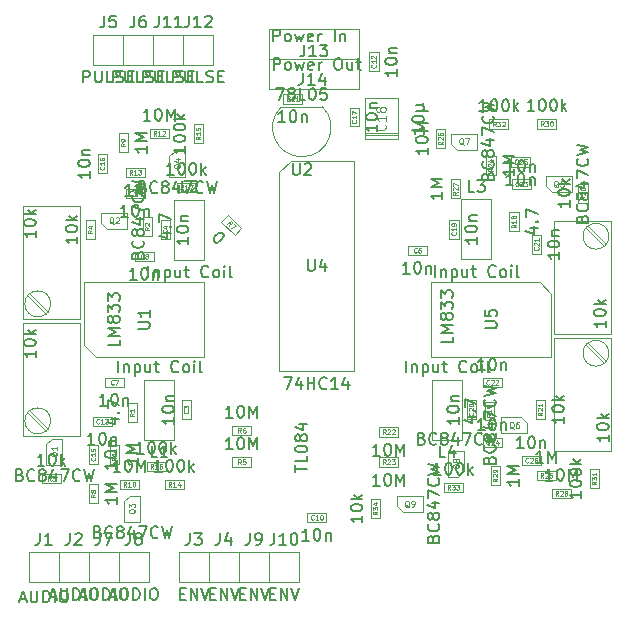
<source format=gbr>
G04 #@! TF.FileFunction,Other,Fab,Top*
%FSLAX46Y46*%
G04 Gerber Fmt 4.6, Leading zero omitted, Abs format (unit mm)*
G04 Created by KiCad (PCBNEW 4.0.6) date 07/22/17 02:23:47*
%MOMM*%
%LPD*%
G01*
G04 APERTURE LIST*
%ADD10C,0.100000*%
%ADD11C,0.150000*%
%ADD12C,0.075000*%
%ADD13C,0.120000*%
G04 APERTURE END LIST*
D10*
X40532000Y-88938000D02*
X39732000Y-88938000D01*
X40532000Y-87338000D02*
X40532000Y-88938000D01*
X39732000Y-87338000D02*
X40532000Y-87338000D01*
X39732000Y-88938000D02*
X39732000Y-87338000D01*
X13570000Y-81750000D02*
X14370000Y-81750000D01*
X13570000Y-83350000D02*
X13570000Y-81750000D01*
X14370000Y-83350000D02*
X13570000Y-83350000D01*
X14370000Y-81750000D02*
X14370000Y-83350000D01*
X12592000Y-68110000D02*
X11792000Y-68110000D01*
X12592000Y-66510000D02*
X12592000Y-68110000D01*
X11792000Y-66510000D02*
X12592000Y-66510000D01*
X11792000Y-68110000D02*
X11792000Y-66510000D01*
X32728000Y-69488000D02*
X32728000Y-68688000D01*
X34328000Y-69488000D02*
X32728000Y-69488000D01*
X34328000Y-68688000D02*
X34328000Y-69488000D01*
X32728000Y-68688000D02*
X34328000Y-68688000D01*
X7074000Y-80664000D02*
X7074000Y-79864000D01*
X8674000Y-80664000D02*
X7074000Y-80664000D01*
X8674000Y-79864000D02*
X8674000Y-80664000D01*
X7074000Y-79864000D02*
X8674000Y-79864000D01*
X9614000Y-69996000D02*
X9614000Y-69196000D01*
X11214000Y-69996000D02*
X9614000Y-69996000D01*
X11214000Y-69196000D02*
X11214000Y-69996000D01*
X9614000Y-69196000D02*
X11214000Y-69196000D01*
X24219000Y-92094000D02*
X24219000Y-91294000D01*
X25819000Y-92094000D02*
X24219000Y-92094000D01*
X25819000Y-91294000D02*
X25819000Y-92094000D01*
X24219000Y-91294000D02*
X25819000Y-91294000D01*
X22187000Y-56661000D02*
X22187000Y-55861000D01*
X23787000Y-56661000D02*
X22187000Y-56661000D01*
X23787000Y-55861000D02*
X23787000Y-56661000D01*
X22187000Y-55861000D02*
X23787000Y-55861000D01*
X30245000Y-53886000D02*
X29445000Y-53886000D01*
X30245000Y-52286000D02*
X30245000Y-53886000D01*
X29445000Y-52286000D02*
X30245000Y-52286000D01*
X29445000Y-53886000D02*
X29445000Y-52286000D01*
X6058000Y-83966000D02*
X6058000Y-83166000D01*
X7658000Y-83966000D02*
X6058000Y-83966000D01*
X7658000Y-83166000D02*
X7658000Y-83966000D01*
X6058000Y-83166000D02*
X7658000Y-83166000D01*
X8852000Y-64662000D02*
X8852000Y-63862000D01*
X10452000Y-64662000D02*
X8852000Y-64662000D01*
X10452000Y-63862000D02*
X10452000Y-64662000D01*
X8852000Y-63862000D02*
X10452000Y-63862000D01*
X6496000Y-87160000D02*
X5696000Y-87160000D01*
X6496000Y-85560000D02*
X6496000Y-87160000D01*
X5696000Y-85560000D02*
X6496000Y-85560000D01*
X5696000Y-87160000D02*
X5696000Y-85560000D01*
X6458000Y-60922000D02*
X7258000Y-60922000D01*
X6458000Y-62522000D02*
X6458000Y-60922000D01*
X7258000Y-62522000D02*
X6458000Y-62522000D01*
X7258000Y-60922000D02*
X7258000Y-62522000D01*
X28594000Y-58585000D02*
X27794000Y-58585000D01*
X28594000Y-56985000D02*
X28594000Y-58585000D01*
X27794000Y-56985000D02*
X28594000Y-56985000D01*
X27794000Y-58585000D02*
X27794000Y-56985000D01*
X37022000Y-68082000D02*
X36222000Y-68082000D01*
X37022000Y-66482000D02*
X37022000Y-68082000D01*
X36222000Y-66482000D02*
X37022000Y-66482000D01*
X36222000Y-68082000D02*
X36222000Y-66482000D01*
X37700000Y-81750000D02*
X38500000Y-81750000D01*
X37700000Y-83350000D02*
X37700000Y-81750000D01*
X38500000Y-83350000D02*
X37700000Y-83350000D01*
X38500000Y-81750000D02*
X38500000Y-83350000D01*
X44007000Y-69352000D02*
X43207000Y-69352000D01*
X44007000Y-67752000D02*
X44007000Y-69352000D01*
X43207000Y-67752000D02*
X44007000Y-67752000D01*
X43207000Y-69352000D02*
X43207000Y-67752000D01*
X40678000Y-79864000D02*
X40678000Y-80664000D01*
X39078000Y-79864000D02*
X40678000Y-79864000D01*
X39078000Y-80664000D02*
X39078000Y-79864000D01*
X40678000Y-80664000D02*
X39078000Y-80664000D01*
X43137000Y-63072000D02*
X43137000Y-63872000D01*
X41537000Y-63072000D02*
X43137000Y-63072000D01*
X41537000Y-63872000D02*
X41537000Y-63072000D01*
X43137000Y-63872000D02*
X41537000Y-63872000D01*
X40678000Y-84944000D02*
X40678000Y-85744000D01*
X39078000Y-84944000D02*
X40678000Y-84944000D01*
X39078000Y-85744000D02*
X39078000Y-84944000D01*
X40678000Y-85744000D02*
X39078000Y-85744000D01*
X41491000Y-61995000D02*
X41491000Y-61195000D01*
X43091000Y-61995000D02*
X41491000Y-61995000D01*
X43091000Y-61195000D02*
X43091000Y-61995000D01*
X41491000Y-61195000D02*
X43091000Y-61195000D01*
X43980000Y-86468000D02*
X43980000Y-87268000D01*
X42380000Y-86468000D02*
X43980000Y-86468000D01*
X42380000Y-87268000D02*
X42380000Y-86468000D01*
X43980000Y-87268000D02*
X42380000Y-87268000D01*
X8998000Y-82004000D02*
X9798000Y-82004000D01*
X8998000Y-83604000D02*
X8998000Y-82004000D01*
X9798000Y-83604000D02*
X8998000Y-83604000D01*
X9798000Y-82004000D02*
X9798000Y-83604000D01*
X11068000Y-67856000D02*
X10268000Y-67856000D01*
X11068000Y-66256000D02*
X11068000Y-67856000D01*
X10268000Y-66256000D02*
X11068000Y-66256000D01*
X10268000Y-67856000D02*
X10268000Y-66256000D01*
X3340000Y-87992000D02*
X3340000Y-88792000D01*
X1740000Y-87992000D02*
X3340000Y-87992000D01*
X1740000Y-88792000D02*
X1740000Y-87992000D01*
X3340000Y-88792000D02*
X1740000Y-88792000D01*
X5442000Y-66510000D02*
X6242000Y-66510000D01*
X5442000Y-68110000D02*
X5442000Y-66510000D01*
X6242000Y-68110000D02*
X5442000Y-68110000D01*
X6242000Y-66510000D02*
X6242000Y-68110000D01*
X19469000Y-86595000D02*
X19469000Y-87395000D01*
X17869000Y-86595000D02*
X19469000Y-86595000D01*
X17869000Y-87395000D02*
X17869000Y-86595000D01*
X19469000Y-87395000D02*
X17869000Y-87395000D01*
X19469000Y-83928000D02*
X19469000Y-84728000D01*
X17869000Y-83928000D02*
X19469000Y-83928000D01*
X17869000Y-84728000D02*
X17869000Y-83928000D01*
X19469000Y-84728000D02*
X17869000Y-84728000D01*
X16931472Y-66646157D02*
X17497157Y-66080472D01*
X18062843Y-67777528D02*
X16931472Y-66646157D01*
X18628528Y-67211843D02*
X18062843Y-67777528D01*
X17497157Y-66080472D02*
X18628528Y-67211843D01*
X6496000Y-90462000D02*
X5696000Y-90462000D01*
X6496000Y-88862000D02*
X6496000Y-90462000D01*
X5696000Y-88862000D02*
X6496000Y-88862000D01*
X5696000Y-90462000D02*
X5696000Y-88862000D01*
X9036000Y-60744000D02*
X8236000Y-60744000D01*
X9036000Y-59144000D02*
X9036000Y-60744000D01*
X8236000Y-59144000D02*
X9036000Y-59144000D01*
X8236000Y-60744000D02*
X8236000Y-59144000D01*
X9944000Y-88500000D02*
X9944000Y-89300000D01*
X8344000Y-88500000D02*
X9944000Y-88500000D01*
X8344000Y-89300000D02*
X8344000Y-88500000D01*
X9944000Y-89300000D02*
X8344000Y-89300000D01*
X8274000Y-87160000D02*
X7474000Y-87160000D01*
X8274000Y-85560000D02*
X8274000Y-87160000D01*
X7474000Y-85560000D02*
X8274000Y-85560000D01*
X7474000Y-87160000D02*
X7474000Y-85560000D01*
X12484000Y-58782000D02*
X12484000Y-59582000D01*
X10884000Y-58782000D02*
X12484000Y-58782000D01*
X10884000Y-59582000D02*
X10884000Y-58782000D01*
X12484000Y-59582000D02*
X10884000Y-59582000D01*
X8852000Y-62884000D02*
X8852000Y-62084000D01*
X10452000Y-62884000D02*
X8852000Y-62884000D01*
X10452000Y-62084000D02*
X10452000Y-62884000D01*
X8852000Y-62084000D02*
X10452000Y-62084000D01*
X13754000Y-88500000D02*
X13754000Y-89300000D01*
X12154000Y-88500000D02*
X13754000Y-88500000D01*
X12154000Y-89300000D02*
X12154000Y-88500000D01*
X13754000Y-89300000D02*
X12154000Y-89300000D01*
X14586000Y-58382000D02*
X15386000Y-58382000D01*
X14586000Y-59982000D02*
X14586000Y-58382000D01*
X15386000Y-59982000D02*
X14586000Y-59982000D01*
X15386000Y-58382000D02*
X15386000Y-59982000D01*
X12230000Y-86976000D02*
X12230000Y-87776000D01*
X10630000Y-86976000D02*
X12230000Y-86976000D01*
X10630000Y-87776000D02*
X10630000Y-86976000D01*
X12230000Y-87776000D02*
X10630000Y-87776000D01*
X14770000Y-63354000D02*
X14770000Y-64154000D01*
X13170000Y-63354000D02*
X14770000Y-63354000D01*
X13170000Y-64154000D02*
X13170000Y-63354000D01*
X14770000Y-64154000D02*
X13170000Y-64154000D01*
X42102000Y-67447000D02*
X41302000Y-67447000D01*
X42102000Y-65847000D02*
X42102000Y-67447000D01*
X41302000Y-65847000D02*
X42102000Y-65847000D01*
X41302000Y-67447000D02*
X41302000Y-65847000D01*
X39224000Y-81877000D02*
X40024000Y-81877000D01*
X39224000Y-83477000D02*
X39224000Y-81877000D01*
X40024000Y-83477000D02*
X39224000Y-83477000D01*
X40024000Y-81877000D02*
X40024000Y-83477000D01*
X47144000Y-63434000D02*
X47944000Y-63434000D01*
X47144000Y-65034000D02*
X47144000Y-63434000D01*
X47944000Y-65034000D02*
X47144000Y-65034000D01*
X47944000Y-63434000D02*
X47944000Y-65034000D01*
X44342000Y-83350000D02*
X43542000Y-83350000D01*
X44342000Y-81750000D02*
X44342000Y-83350000D01*
X43542000Y-81750000D02*
X44342000Y-81750000D01*
X43542000Y-83350000D02*
X43542000Y-81750000D01*
X30315000Y-84855000D02*
X30315000Y-84055000D01*
X31915000Y-84855000D02*
X30315000Y-84855000D01*
X31915000Y-84055000D02*
X31915000Y-84855000D01*
X30315000Y-84055000D02*
X31915000Y-84055000D01*
X30315000Y-87395000D02*
X30315000Y-86595000D01*
X31915000Y-87395000D02*
X30315000Y-87395000D01*
X31915000Y-86595000D02*
X31915000Y-87395000D01*
X30315000Y-86595000D02*
X31915000Y-86595000D01*
X40150000Y-62658000D02*
X39350000Y-62658000D01*
X40150000Y-61058000D02*
X40150000Y-62658000D01*
X39350000Y-61058000D02*
X40150000Y-61058000D01*
X39350000Y-62658000D02*
X39350000Y-61058000D01*
X45250000Y-87738000D02*
X45250000Y-88538000D01*
X43650000Y-87738000D02*
X45250000Y-87738000D01*
X43650000Y-88538000D02*
X43650000Y-87738000D01*
X45250000Y-88538000D02*
X43650000Y-88538000D01*
X35100000Y-58808000D02*
X35900000Y-58808000D01*
X35100000Y-60408000D02*
X35100000Y-58808000D01*
X35900000Y-60408000D02*
X35100000Y-60408000D01*
X35900000Y-58808000D02*
X35900000Y-60408000D01*
X36350000Y-63058000D02*
X37150000Y-63058000D01*
X36350000Y-64658000D02*
X36350000Y-63058000D01*
X37150000Y-64658000D02*
X36350000Y-64658000D01*
X37150000Y-63058000D02*
X37150000Y-64658000D01*
X46520000Y-89262000D02*
X46520000Y-90062000D01*
X44920000Y-89262000D02*
X46520000Y-89262000D01*
X44920000Y-90062000D02*
X44920000Y-89262000D01*
X46520000Y-90062000D02*
X44920000Y-90062000D01*
X45300000Y-57958000D02*
X45300000Y-58758000D01*
X43700000Y-57958000D02*
X45300000Y-57958000D01*
X43700000Y-58758000D02*
X43700000Y-57958000D01*
X45300000Y-58758000D02*
X43700000Y-58758000D01*
X48114000Y-87592000D02*
X48914000Y-87592000D01*
X48114000Y-89192000D02*
X48114000Y-87592000D01*
X48914000Y-89192000D02*
X48114000Y-89192000D01*
X48914000Y-87592000D02*
X48914000Y-89192000D01*
X41232000Y-57992000D02*
X41232000Y-58792000D01*
X39632000Y-57992000D02*
X41232000Y-57992000D01*
X39632000Y-58792000D02*
X39632000Y-57992000D01*
X41232000Y-58792000D02*
X39632000Y-58792000D01*
X37376000Y-88754000D02*
X37376000Y-89554000D01*
X35776000Y-88754000D02*
X37376000Y-88754000D01*
X35776000Y-89554000D02*
X35776000Y-88754000D01*
X37376000Y-89554000D02*
X35776000Y-89554000D01*
X3469000Y-85006000D02*
X2619000Y-85006000D01*
X2119000Y-85506000D02*
X2119000Y-87206000D01*
X3469000Y-85006000D02*
X3469000Y-87206000D01*
X3469000Y-87206000D02*
X2119000Y-87206000D01*
X2619000Y-85006000D02*
X2119000Y-85506000D01*
X6774000Y-65873000D02*
X6774000Y-66723000D01*
X7274000Y-67223000D02*
X8974000Y-67223000D01*
X6774000Y-65873000D02*
X8974000Y-65873000D01*
X8974000Y-65873000D02*
X8974000Y-67223000D01*
X6774000Y-66723000D02*
X7274000Y-67223000D01*
X20955000Y-55372000D02*
X28575000Y-55372000D01*
X28575000Y-55372000D02*
X28575000Y-52832000D01*
X28575000Y-52832000D02*
X20955000Y-52832000D01*
X20955000Y-52832000D02*
X20955000Y-55372000D01*
X20955000Y-52832000D02*
X28575000Y-52832000D01*
X28575000Y-52832000D02*
X28575000Y-50292000D01*
X28575000Y-50292000D02*
X20955000Y-50292000D01*
X20955000Y-50292000D02*
X20955000Y-52832000D01*
X36155000Y-88222000D02*
X37005000Y-88222000D01*
X37505000Y-87722000D02*
X37505000Y-86022000D01*
X36155000Y-88222000D02*
X36155000Y-86022000D01*
X36155000Y-86022000D02*
X37505000Y-86022000D01*
X37005000Y-88222000D02*
X37505000Y-87722000D01*
X36400000Y-59183000D02*
X36400000Y-60033000D01*
X36900000Y-60533000D02*
X38600000Y-60533000D01*
X36400000Y-59183000D02*
X38600000Y-59183000D01*
X38600000Y-59183000D02*
X38600000Y-60533000D01*
X36400000Y-60033000D02*
X36900000Y-60533000D01*
X42846000Y-84557000D02*
X42846000Y-83707000D01*
X42346000Y-83207000D02*
X40646000Y-83207000D01*
X42846000Y-84557000D02*
X40646000Y-84557000D01*
X40646000Y-84557000D02*
X40646000Y-83207000D01*
X42846000Y-83707000D02*
X42346000Y-83207000D01*
X44412000Y-62797000D02*
X44412000Y-63647000D01*
X44912000Y-64147000D02*
X46612000Y-64147000D01*
X44412000Y-62797000D02*
X46612000Y-62797000D01*
X46612000Y-62797000D02*
X46612000Y-64147000D01*
X44412000Y-63647000D02*
X44912000Y-64147000D01*
X13883000Y-60622000D02*
X13033000Y-60622000D01*
X12533000Y-61122000D02*
X12533000Y-62822000D01*
X13883000Y-60622000D02*
X13883000Y-62822000D01*
X13883000Y-62822000D02*
X12533000Y-62822000D01*
X13033000Y-60622000D02*
X12533000Y-61122000D01*
X10073000Y-89832000D02*
X9223000Y-89832000D01*
X8723000Y-90332000D02*
X8723000Y-92032000D01*
X10073000Y-89832000D02*
X10073000Y-92032000D01*
X10073000Y-92032000D02*
X8723000Y-92032000D01*
X9223000Y-89832000D02*
X8723000Y-90332000D01*
X44877000Y-72727000D02*
X44877000Y-78077000D01*
X44877000Y-78077000D02*
X34717000Y-78077000D01*
X34717000Y-78077000D02*
X34717000Y-71727000D01*
X34717000Y-71727000D02*
X43877000Y-71727000D01*
X43877000Y-71727000D02*
X44877000Y-72727000D01*
X5334000Y-77105000D02*
X5334000Y-71755000D01*
X5334000Y-71755000D02*
X15494000Y-71755000D01*
X15494000Y-71755000D02*
X15494000Y-78105000D01*
X15494000Y-78105000D02*
X6334000Y-78105000D01*
X6334000Y-78105000D02*
X5334000Y-77105000D01*
X49743000Y-77785000D02*
G75*
G03X49743000Y-77785000I-1095000J0D01*
G01*
X45088000Y-86045000D02*
X49918000Y-86045000D01*
X49918000Y-86045000D02*
X49918000Y-76515000D01*
X49918000Y-76515000D02*
X45088000Y-76515000D01*
X45088000Y-76515000D02*
X45088000Y-86045000D01*
X47952000Y-76954000D02*
X49479000Y-78481000D01*
X47818000Y-77088000D02*
X49345000Y-78615000D01*
X49743000Y-67879000D02*
G75*
G03X49743000Y-67879000I-1095000J0D01*
G01*
X45088000Y-76139000D02*
X49918000Y-76139000D01*
X49918000Y-76139000D02*
X49918000Y-66609000D01*
X49918000Y-66609000D02*
X45088000Y-66609000D01*
X45088000Y-66609000D02*
X45088000Y-76139000D01*
X47952000Y-67048000D02*
X49479000Y-68575000D01*
X47818000Y-67182000D02*
X49345000Y-68709000D01*
X2485000Y-73599000D02*
G75*
G03X2485000Y-73599000I-1095000J0D01*
G01*
X4950000Y-65339000D02*
X120000Y-65339000D01*
X120000Y-65339000D02*
X120000Y-74869000D01*
X120000Y-74869000D02*
X4950000Y-74869000D01*
X4950000Y-74869000D02*
X4950000Y-65339000D01*
X2086000Y-74430000D02*
X559000Y-72903000D01*
X2220000Y-74296000D02*
X693000Y-72769000D01*
X2485000Y-83505000D02*
G75*
G03X2485000Y-83505000I-1095000J0D01*
G01*
X4950000Y-75245000D02*
X120000Y-75245000D01*
X120000Y-75245000D02*
X120000Y-84775000D01*
X120000Y-84775000D02*
X4950000Y-84775000D01*
X4950000Y-84775000D02*
X4950000Y-75245000D01*
X2086000Y-84336000D02*
X559000Y-82809000D01*
X2220000Y-84202000D02*
X693000Y-82675000D01*
X37338000Y-85090000D02*
X37338000Y-80010000D01*
X37338000Y-80010000D02*
X34798000Y-80010000D01*
X34798000Y-80010000D02*
X34798000Y-85090000D01*
X34798000Y-85090000D02*
X37338000Y-85090000D01*
X37257000Y-64742000D02*
X37257000Y-69822000D01*
X37257000Y-69822000D02*
X39797000Y-69822000D01*
X39797000Y-69822000D02*
X39797000Y-64742000D01*
X39797000Y-64742000D02*
X37257000Y-64742000D01*
X12954000Y-64770000D02*
X12954000Y-69850000D01*
X12954000Y-69850000D02*
X15494000Y-69850000D01*
X15494000Y-69850000D02*
X15494000Y-64770000D01*
X15494000Y-64770000D02*
X12954000Y-64770000D01*
X12954000Y-85090000D02*
X12954000Y-80010000D01*
X12954000Y-80010000D02*
X10414000Y-80010000D01*
X10414000Y-80010000D02*
X10414000Y-85090000D01*
X10414000Y-85090000D02*
X12954000Y-85090000D01*
X13716000Y-50800000D02*
X13716000Y-53340000D01*
X13716000Y-53340000D02*
X16256000Y-53340000D01*
X16256000Y-53340000D02*
X16256000Y-50800000D01*
X16256000Y-50800000D02*
X13716000Y-50800000D01*
X11176000Y-50800000D02*
X11176000Y-53340000D01*
X11176000Y-53340000D02*
X13716000Y-53340000D01*
X13716000Y-53340000D02*
X13716000Y-50800000D01*
X13716000Y-50800000D02*
X11176000Y-50800000D01*
X20955000Y-94615000D02*
X20955000Y-97155000D01*
X20955000Y-97155000D02*
X23495000Y-97155000D01*
X23495000Y-97155000D02*
X23495000Y-94615000D01*
X23495000Y-94615000D02*
X20955000Y-94615000D01*
X18415000Y-94615000D02*
X18415000Y-97155000D01*
X18415000Y-97155000D02*
X20955000Y-97155000D01*
X20955000Y-97155000D02*
X20955000Y-94615000D01*
X20955000Y-94615000D02*
X18415000Y-94615000D01*
X8255000Y-94615000D02*
X8255000Y-97155000D01*
X8255000Y-97155000D02*
X10795000Y-97155000D01*
X10795000Y-97155000D02*
X10795000Y-94615000D01*
X10795000Y-94615000D02*
X8255000Y-94615000D01*
X5715000Y-94615000D02*
X5715000Y-97155000D01*
X5715000Y-97155000D02*
X8255000Y-97155000D01*
X8255000Y-97155000D02*
X8255000Y-94615000D01*
X8255000Y-94615000D02*
X5715000Y-94615000D01*
X8636000Y-50800000D02*
X8636000Y-53340000D01*
X8636000Y-53340000D02*
X11176000Y-53340000D01*
X11176000Y-53340000D02*
X11176000Y-50800000D01*
X11176000Y-50800000D02*
X8636000Y-50800000D01*
X6096000Y-50800000D02*
X6096000Y-53340000D01*
X6096000Y-53340000D02*
X8636000Y-53340000D01*
X8636000Y-53340000D02*
X8636000Y-50800000D01*
X8636000Y-50800000D02*
X6096000Y-50800000D01*
X15875000Y-94615000D02*
X15875000Y-97155000D01*
X15875000Y-97155000D02*
X18415000Y-97155000D01*
X18415000Y-97155000D02*
X18415000Y-94615000D01*
X18415000Y-94615000D02*
X15875000Y-94615000D01*
X13335000Y-94615000D02*
X13335000Y-97155000D01*
X13335000Y-97155000D02*
X15875000Y-97155000D01*
X15875000Y-97155000D02*
X15875000Y-94615000D01*
X15875000Y-94615000D02*
X13335000Y-94615000D01*
X3175000Y-94615000D02*
X3175000Y-97155000D01*
X3175000Y-97155000D02*
X5715000Y-97155000D01*
X5715000Y-97155000D02*
X5715000Y-94615000D01*
X5715000Y-94615000D02*
X3175000Y-94615000D01*
X635000Y-94615000D02*
X635000Y-97155000D01*
X635000Y-97155000D02*
X3175000Y-97155000D01*
X3175000Y-97155000D02*
X3175000Y-94615000D01*
X3175000Y-94615000D02*
X635000Y-94615000D01*
X29080000Y-59662000D02*
X31880000Y-59662000D01*
X31880000Y-59662000D02*
X31880000Y-56162000D01*
X31880000Y-56162000D02*
X29080000Y-56162000D01*
X29080000Y-56162000D02*
X29080000Y-59662000D01*
X29080000Y-59312000D02*
X31880000Y-59312000D01*
X29080000Y-59137000D02*
X31880000Y-59137000D01*
X22844000Y-61468000D02*
X28194000Y-61468000D01*
X28194000Y-61468000D02*
X28194000Y-79248000D01*
X28194000Y-79248000D02*
X21844000Y-79248000D01*
X21844000Y-79248000D02*
X21844000Y-62468000D01*
X21844000Y-62468000D02*
X22844000Y-61468000D01*
X25489000Y-56924000D02*
X21989000Y-56924000D01*
X21995375Y-56920375D02*
G75*
G03X23749000Y-61154000I1753625J-1753625D01*
G01*
X25502625Y-56920375D02*
G75*
G02X23749000Y-61154000I-1753625J-1753625D01*
G01*
X31793000Y-89876000D02*
X31793000Y-90726000D01*
X32293000Y-91226000D02*
X33993000Y-91226000D01*
X31793000Y-89876000D02*
X33993000Y-89876000D01*
X33993000Y-89876000D02*
X33993000Y-91226000D01*
X31793000Y-90726000D02*
X32293000Y-91226000D01*
X29572000Y-90132000D02*
X30372000Y-90132000D01*
X29572000Y-91732000D02*
X29572000Y-90132000D01*
X30372000Y-91732000D02*
X29572000Y-91732000D01*
X30372000Y-90132000D02*
X30372000Y-91732000D01*
D11*
X42134381Y-88423714D02*
X42134381Y-88995143D01*
X42134381Y-88709429D02*
X41134381Y-88709429D01*
X41277238Y-88804667D01*
X41372476Y-88899905D01*
X41420095Y-88995143D01*
X42134381Y-87995143D02*
X41134381Y-87995143D01*
X41848667Y-87661809D01*
X41134381Y-87328476D01*
X42134381Y-87328476D01*
D12*
X40312952Y-88395142D02*
X40122476Y-88528476D01*
X40312952Y-88623714D02*
X39912952Y-88623714D01*
X39912952Y-88471333D01*
X39932000Y-88433238D01*
X39951048Y-88414190D01*
X39989143Y-88395142D01*
X40046286Y-88395142D01*
X40084381Y-88414190D01*
X40103429Y-88433238D01*
X40122476Y-88471333D01*
X40122476Y-88623714D01*
X39951048Y-88242762D02*
X39932000Y-88223714D01*
X39912952Y-88185619D01*
X39912952Y-88090381D01*
X39932000Y-88052285D01*
X39951048Y-88033238D01*
X39989143Y-88014190D01*
X40027238Y-88014190D01*
X40084381Y-88033238D01*
X40312952Y-88261809D01*
X40312952Y-88014190D01*
X40312952Y-87823714D02*
X40312952Y-87747524D01*
X40293905Y-87709429D01*
X40274857Y-87690381D01*
X40217714Y-87652286D01*
X40141524Y-87633238D01*
X39989143Y-87633238D01*
X39951048Y-87652286D01*
X39932000Y-87671333D01*
X39912952Y-87709429D01*
X39912952Y-87785619D01*
X39932000Y-87823714D01*
X39951048Y-87842762D01*
X39989143Y-87861810D01*
X40084381Y-87861810D01*
X40122476Y-87842762D01*
X40141524Y-87823714D01*
X40160571Y-87785619D01*
X40160571Y-87709429D01*
X40141524Y-87671333D01*
X40122476Y-87652286D01*
X40084381Y-87633238D01*
D11*
X23201381Y-87844048D02*
X23201381Y-87272619D01*
X24201381Y-87558334D02*
X23201381Y-87558334D01*
X24201381Y-86463095D02*
X24201381Y-86939286D01*
X23201381Y-86939286D01*
X23201381Y-85939286D02*
X23201381Y-85844047D01*
X23249000Y-85748809D01*
X23296619Y-85701190D01*
X23391857Y-85653571D01*
X23582333Y-85605952D01*
X23820429Y-85605952D01*
X24010905Y-85653571D01*
X24106143Y-85701190D01*
X24153762Y-85748809D01*
X24201381Y-85844047D01*
X24201381Y-85939286D01*
X24153762Y-86034524D01*
X24106143Y-86082143D01*
X24010905Y-86129762D01*
X23820429Y-86177381D01*
X23582333Y-86177381D01*
X23391857Y-86129762D01*
X23296619Y-86082143D01*
X23249000Y-86034524D01*
X23201381Y-85939286D01*
X23629952Y-85034524D02*
X23582333Y-85129762D01*
X23534714Y-85177381D01*
X23439476Y-85225000D01*
X23391857Y-85225000D01*
X23296619Y-85177381D01*
X23249000Y-85129762D01*
X23201381Y-85034524D01*
X23201381Y-84844047D01*
X23249000Y-84748809D01*
X23296619Y-84701190D01*
X23391857Y-84653571D01*
X23439476Y-84653571D01*
X23534714Y-84701190D01*
X23582333Y-84748809D01*
X23629952Y-84844047D01*
X23629952Y-85034524D01*
X23677571Y-85129762D01*
X23725190Y-85177381D01*
X23820429Y-85225000D01*
X24010905Y-85225000D01*
X24106143Y-85177381D01*
X24153762Y-85129762D01*
X24201381Y-85034524D01*
X24201381Y-84844047D01*
X24153762Y-84748809D01*
X24106143Y-84701190D01*
X24010905Y-84653571D01*
X23820429Y-84653571D01*
X23725190Y-84701190D01*
X23677571Y-84748809D01*
X23629952Y-84844047D01*
X23534714Y-83796428D02*
X24201381Y-83796428D01*
X23153762Y-84034524D02*
X23868048Y-84272619D01*
X23868048Y-83653571D01*
X12922381Y-83192857D02*
X12922381Y-83764286D01*
X12922381Y-83478572D02*
X11922381Y-83478572D01*
X12065238Y-83573810D01*
X12160476Y-83669048D01*
X12208095Y-83764286D01*
X11922381Y-82573810D02*
X11922381Y-82478571D01*
X11970000Y-82383333D01*
X12017619Y-82335714D01*
X12112857Y-82288095D01*
X12303333Y-82240476D01*
X12541429Y-82240476D01*
X12731905Y-82288095D01*
X12827143Y-82335714D01*
X12874762Y-82383333D01*
X12922381Y-82478571D01*
X12922381Y-82573810D01*
X12874762Y-82669048D01*
X12827143Y-82716667D01*
X12731905Y-82764286D01*
X12541429Y-82811905D01*
X12303333Y-82811905D01*
X12112857Y-82764286D01*
X12017619Y-82716667D01*
X11970000Y-82669048D01*
X11922381Y-82573810D01*
X12255714Y-81811905D02*
X12922381Y-81811905D01*
X12350952Y-81811905D02*
X12303333Y-81764286D01*
X12255714Y-81669048D01*
X12255714Y-81526190D01*
X12303333Y-81430952D01*
X12398571Y-81383333D01*
X12922381Y-81383333D01*
D12*
X14112857Y-82616666D02*
X14131905Y-82635714D01*
X14150952Y-82692857D01*
X14150952Y-82730952D01*
X14131905Y-82788095D01*
X14093810Y-82826190D01*
X14055714Y-82845238D01*
X13979524Y-82864286D01*
X13922381Y-82864286D01*
X13846190Y-82845238D01*
X13808095Y-82826190D01*
X13770000Y-82788095D01*
X13750952Y-82730952D01*
X13750952Y-82692857D01*
X13770000Y-82635714D01*
X13789048Y-82616666D01*
X13750952Y-82483333D02*
X13750952Y-82235714D01*
X13903333Y-82369047D01*
X13903333Y-82311905D01*
X13922381Y-82273809D01*
X13941429Y-82254762D01*
X13979524Y-82235714D01*
X14074762Y-82235714D01*
X14112857Y-82254762D01*
X14131905Y-82273809D01*
X14150952Y-82311905D01*
X14150952Y-82426190D01*
X14131905Y-82464286D01*
X14112857Y-82483333D01*
D11*
X14144381Y-67952857D02*
X14144381Y-68524286D01*
X14144381Y-68238572D02*
X13144381Y-68238572D01*
X13287238Y-68333810D01*
X13382476Y-68429048D01*
X13430095Y-68524286D01*
X13144381Y-67333810D02*
X13144381Y-67238571D01*
X13192000Y-67143333D01*
X13239619Y-67095714D01*
X13334857Y-67048095D01*
X13525333Y-67000476D01*
X13763429Y-67000476D01*
X13953905Y-67048095D01*
X14049143Y-67095714D01*
X14096762Y-67143333D01*
X14144381Y-67238571D01*
X14144381Y-67333810D01*
X14096762Y-67429048D01*
X14049143Y-67476667D01*
X13953905Y-67524286D01*
X13763429Y-67571905D01*
X13525333Y-67571905D01*
X13334857Y-67524286D01*
X13239619Y-67476667D01*
X13192000Y-67429048D01*
X13144381Y-67333810D01*
X13477714Y-66571905D02*
X14144381Y-66571905D01*
X13572952Y-66571905D02*
X13525333Y-66524286D01*
X13477714Y-66429048D01*
X13477714Y-66286190D01*
X13525333Y-66190952D01*
X13620571Y-66143333D01*
X14144381Y-66143333D01*
D12*
X12334857Y-67376666D02*
X12353905Y-67395714D01*
X12372952Y-67452857D01*
X12372952Y-67490952D01*
X12353905Y-67548095D01*
X12315810Y-67586190D01*
X12277714Y-67605238D01*
X12201524Y-67624286D01*
X12144381Y-67624286D01*
X12068190Y-67605238D01*
X12030095Y-67586190D01*
X11992000Y-67548095D01*
X11972952Y-67490952D01*
X11972952Y-67452857D01*
X11992000Y-67395714D01*
X12011048Y-67376666D01*
X12106286Y-67033809D02*
X12372952Y-67033809D01*
X11953905Y-67129047D02*
X12239619Y-67224286D01*
X12239619Y-66976666D01*
D11*
X32885143Y-71040381D02*
X32313714Y-71040381D01*
X32599428Y-71040381D02*
X32599428Y-70040381D01*
X32504190Y-70183238D01*
X32408952Y-70278476D01*
X32313714Y-70326095D01*
X33504190Y-70040381D02*
X33599429Y-70040381D01*
X33694667Y-70088000D01*
X33742286Y-70135619D01*
X33789905Y-70230857D01*
X33837524Y-70421333D01*
X33837524Y-70659429D01*
X33789905Y-70849905D01*
X33742286Y-70945143D01*
X33694667Y-70992762D01*
X33599429Y-71040381D01*
X33504190Y-71040381D01*
X33408952Y-70992762D01*
X33361333Y-70945143D01*
X33313714Y-70849905D01*
X33266095Y-70659429D01*
X33266095Y-70421333D01*
X33313714Y-70230857D01*
X33361333Y-70135619D01*
X33408952Y-70088000D01*
X33504190Y-70040381D01*
X34266095Y-70373714D02*
X34266095Y-71040381D01*
X34266095Y-70468952D02*
X34313714Y-70421333D01*
X34408952Y-70373714D01*
X34551810Y-70373714D01*
X34647048Y-70421333D01*
X34694667Y-70516571D01*
X34694667Y-71040381D01*
D12*
X33461334Y-69230857D02*
X33442286Y-69249905D01*
X33385143Y-69268952D01*
X33347048Y-69268952D01*
X33289905Y-69249905D01*
X33251810Y-69211810D01*
X33232762Y-69173714D01*
X33213714Y-69097524D01*
X33213714Y-69040381D01*
X33232762Y-68964190D01*
X33251810Y-68926095D01*
X33289905Y-68888000D01*
X33347048Y-68868952D01*
X33385143Y-68868952D01*
X33442286Y-68888000D01*
X33461334Y-68907048D01*
X33804191Y-68868952D02*
X33728000Y-68868952D01*
X33689905Y-68888000D01*
X33670857Y-68907048D01*
X33632762Y-68964190D01*
X33613714Y-69040381D01*
X33613714Y-69192762D01*
X33632762Y-69230857D01*
X33651810Y-69249905D01*
X33689905Y-69268952D01*
X33766095Y-69268952D01*
X33804191Y-69249905D01*
X33823238Y-69230857D01*
X33842286Y-69192762D01*
X33842286Y-69097524D01*
X33823238Y-69059429D01*
X33804191Y-69040381D01*
X33766095Y-69021333D01*
X33689905Y-69021333D01*
X33651810Y-69040381D01*
X33632762Y-69059429D01*
X33613714Y-69097524D01*
D11*
X7231143Y-82216381D02*
X6659714Y-82216381D01*
X6945428Y-82216381D02*
X6945428Y-81216381D01*
X6850190Y-81359238D01*
X6754952Y-81454476D01*
X6659714Y-81502095D01*
X7850190Y-81216381D02*
X7945429Y-81216381D01*
X8040667Y-81264000D01*
X8088286Y-81311619D01*
X8135905Y-81406857D01*
X8183524Y-81597333D01*
X8183524Y-81835429D01*
X8135905Y-82025905D01*
X8088286Y-82121143D01*
X8040667Y-82168762D01*
X7945429Y-82216381D01*
X7850190Y-82216381D01*
X7754952Y-82168762D01*
X7707333Y-82121143D01*
X7659714Y-82025905D01*
X7612095Y-81835429D01*
X7612095Y-81597333D01*
X7659714Y-81406857D01*
X7707333Y-81311619D01*
X7754952Y-81264000D01*
X7850190Y-81216381D01*
X8612095Y-81549714D02*
X8612095Y-82216381D01*
X8612095Y-81644952D02*
X8659714Y-81597333D01*
X8754952Y-81549714D01*
X8897810Y-81549714D01*
X8993048Y-81597333D01*
X9040667Y-81692571D01*
X9040667Y-82216381D01*
D12*
X7807334Y-80406857D02*
X7788286Y-80425905D01*
X7731143Y-80444952D01*
X7693048Y-80444952D01*
X7635905Y-80425905D01*
X7597810Y-80387810D01*
X7578762Y-80349714D01*
X7559714Y-80273524D01*
X7559714Y-80216381D01*
X7578762Y-80140190D01*
X7597810Y-80102095D01*
X7635905Y-80064000D01*
X7693048Y-80044952D01*
X7731143Y-80044952D01*
X7788286Y-80064000D01*
X7807334Y-80083048D01*
X7940667Y-80044952D02*
X8207334Y-80044952D01*
X8035905Y-80444952D01*
D11*
X9771143Y-71548381D02*
X9199714Y-71548381D01*
X9485428Y-71548381D02*
X9485428Y-70548381D01*
X9390190Y-70691238D01*
X9294952Y-70786476D01*
X9199714Y-70834095D01*
X10390190Y-70548381D02*
X10485429Y-70548381D01*
X10580667Y-70596000D01*
X10628286Y-70643619D01*
X10675905Y-70738857D01*
X10723524Y-70929333D01*
X10723524Y-71167429D01*
X10675905Y-71357905D01*
X10628286Y-71453143D01*
X10580667Y-71500762D01*
X10485429Y-71548381D01*
X10390190Y-71548381D01*
X10294952Y-71500762D01*
X10247333Y-71453143D01*
X10199714Y-71357905D01*
X10152095Y-71167429D01*
X10152095Y-70929333D01*
X10199714Y-70738857D01*
X10247333Y-70643619D01*
X10294952Y-70596000D01*
X10390190Y-70548381D01*
X11152095Y-70881714D02*
X11152095Y-71548381D01*
X11152095Y-70976952D02*
X11199714Y-70929333D01*
X11294952Y-70881714D01*
X11437810Y-70881714D01*
X11533048Y-70929333D01*
X11580667Y-71024571D01*
X11580667Y-71548381D01*
D12*
X10347334Y-69738857D02*
X10328286Y-69757905D01*
X10271143Y-69776952D01*
X10233048Y-69776952D01*
X10175905Y-69757905D01*
X10137810Y-69719810D01*
X10118762Y-69681714D01*
X10099714Y-69605524D01*
X10099714Y-69548381D01*
X10118762Y-69472190D01*
X10137810Y-69434095D01*
X10175905Y-69396000D01*
X10233048Y-69376952D01*
X10271143Y-69376952D01*
X10328286Y-69396000D01*
X10347334Y-69415048D01*
X10575905Y-69548381D02*
X10537810Y-69529333D01*
X10518762Y-69510286D01*
X10499714Y-69472190D01*
X10499714Y-69453143D01*
X10518762Y-69415048D01*
X10537810Y-69396000D01*
X10575905Y-69376952D01*
X10652095Y-69376952D01*
X10690191Y-69396000D01*
X10709238Y-69415048D01*
X10728286Y-69453143D01*
X10728286Y-69472190D01*
X10709238Y-69510286D01*
X10690191Y-69529333D01*
X10652095Y-69548381D01*
X10575905Y-69548381D01*
X10537810Y-69567429D01*
X10518762Y-69586476D01*
X10499714Y-69624571D01*
X10499714Y-69700762D01*
X10518762Y-69738857D01*
X10537810Y-69757905D01*
X10575905Y-69776952D01*
X10652095Y-69776952D01*
X10690191Y-69757905D01*
X10709238Y-69738857D01*
X10728286Y-69700762D01*
X10728286Y-69624571D01*
X10709238Y-69586476D01*
X10690191Y-69567429D01*
X10652095Y-69548381D01*
D11*
X24376143Y-93646381D02*
X23804714Y-93646381D01*
X24090428Y-93646381D02*
X24090428Y-92646381D01*
X23995190Y-92789238D01*
X23899952Y-92884476D01*
X23804714Y-92932095D01*
X24995190Y-92646381D02*
X25090429Y-92646381D01*
X25185667Y-92694000D01*
X25233286Y-92741619D01*
X25280905Y-92836857D01*
X25328524Y-93027333D01*
X25328524Y-93265429D01*
X25280905Y-93455905D01*
X25233286Y-93551143D01*
X25185667Y-93598762D01*
X25090429Y-93646381D01*
X24995190Y-93646381D01*
X24899952Y-93598762D01*
X24852333Y-93551143D01*
X24804714Y-93455905D01*
X24757095Y-93265429D01*
X24757095Y-93027333D01*
X24804714Y-92836857D01*
X24852333Y-92741619D01*
X24899952Y-92694000D01*
X24995190Y-92646381D01*
X25757095Y-92979714D02*
X25757095Y-93646381D01*
X25757095Y-93074952D02*
X25804714Y-93027333D01*
X25899952Y-92979714D01*
X26042810Y-92979714D01*
X26138048Y-93027333D01*
X26185667Y-93122571D01*
X26185667Y-93646381D01*
D12*
X24761858Y-91836857D02*
X24742810Y-91855905D01*
X24685667Y-91874952D01*
X24647572Y-91874952D01*
X24590429Y-91855905D01*
X24552334Y-91817810D01*
X24533286Y-91779714D01*
X24514238Y-91703524D01*
X24514238Y-91646381D01*
X24533286Y-91570190D01*
X24552334Y-91532095D01*
X24590429Y-91494000D01*
X24647572Y-91474952D01*
X24685667Y-91474952D01*
X24742810Y-91494000D01*
X24761858Y-91513048D01*
X25142810Y-91874952D02*
X24914238Y-91874952D01*
X25028524Y-91874952D02*
X25028524Y-91474952D01*
X24990429Y-91532095D01*
X24952334Y-91570190D01*
X24914238Y-91589238D01*
X25390429Y-91474952D02*
X25428524Y-91474952D01*
X25466619Y-91494000D01*
X25485667Y-91513048D01*
X25504714Y-91551143D01*
X25523762Y-91627333D01*
X25523762Y-91722571D01*
X25504714Y-91798762D01*
X25485667Y-91836857D01*
X25466619Y-91855905D01*
X25428524Y-91874952D01*
X25390429Y-91874952D01*
X25352333Y-91855905D01*
X25333286Y-91836857D01*
X25314238Y-91798762D01*
X25295190Y-91722571D01*
X25295190Y-91627333D01*
X25314238Y-91551143D01*
X25333286Y-91513048D01*
X25352333Y-91494000D01*
X25390429Y-91474952D01*
D11*
X22344143Y-58213381D02*
X21772714Y-58213381D01*
X22058428Y-58213381D02*
X22058428Y-57213381D01*
X21963190Y-57356238D01*
X21867952Y-57451476D01*
X21772714Y-57499095D01*
X22963190Y-57213381D02*
X23058429Y-57213381D01*
X23153667Y-57261000D01*
X23201286Y-57308619D01*
X23248905Y-57403857D01*
X23296524Y-57594333D01*
X23296524Y-57832429D01*
X23248905Y-58022905D01*
X23201286Y-58118143D01*
X23153667Y-58165762D01*
X23058429Y-58213381D01*
X22963190Y-58213381D01*
X22867952Y-58165762D01*
X22820333Y-58118143D01*
X22772714Y-58022905D01*
X22725095Y-57832429D01*
X22725095Y-57594333D01*
X22772714Y-57403857D01*
X22820333Y-57308619D01*
X22867952Y-57261000D01*
X22963190Y-57213381D01*
X23725095Y-57546714D02*
X23725095Y-58213381D01*
X23725095Y-57641952D02*
X23772714Y-57594333D01*
X23867952Y-57546714D01*
X24010810Y-57546714D01*
X24106048Y-57594333D01*
X24153667Y-57689571D01*
X24153667Y-58213381D01*
D12*
X22729858Y-56403857D02*
X22710810Y-56422905D01*
X22653667Y-56441952D01*
X22615572Y-56441952D01*
X22558429Y-56422905D01*
X22520334Y-56384810D01*
X22501286Y-56346714D01*
X22482238Y-56270524D01*
X22482238Y-56213381D01*
X22501286Y-56137190D01*
X22520334Y-56099095D01*
X22558429Y-56061000D01*
X22615572Y-56041952D01*
X22653667Y-56041952D01*
X22710810Y-56061000D01*
X22729858Y-56080048D01*
X23110810Y-56441952D02*
X22882238Y-56441952D01*
X22996524Y-56441952D02*
X22996524Y-56041952D01*
X22958429Y-56099095D01*
X22920334Y-56137190D01*
X22882238Y-56156238D01*
X23491762Y-56441952D02*
X23263190Y-56441952D01*
X23377476Y-56441952D02*
X23377476Y-56041952D01*
X23339381Y-56099095D01*
X23301286Y-56137190D01*
X23263190Y-56156238D01*
D11*
X31797381Y-53728857D02*
X31797381Y-54300286D01*
X31797381Y-54014572D02*
X30797381Y-54014572D01*
X30940238Y-54109810D01*
X31035476Y-54205048D01*
X31083095Y-54300286D01*
X30797381Y-53109810D02*
X30797381Y-53014571D01*
X30845000Y-52919333D01*
X30892619Y-52871714D01*
X30987857Y-52824095D01*
X31178333Y-52776476D01*
X31416429Y-52776476D01*
X31606905Y-52824095D01*
X31702143Y-52871714D01*
X31749762Y-52919333D01*
X31797381Y-53014571D01*
X31797381Y-53109810D01*
X31749762Y-53205048D01*
X31702143Y-53252667D01*
X31606905Y-53300286D01*
X31416429Y-53347905D01*
X31178333Y-53347905D01*
X30987857Y-53300286D01*
X30892619Y-53252667D01*
X30845000Y-53205048D01*
X30797381Y-53109810D01*
X31130714Y-52347905D02*
X31797381Y-52347905D01*
X31225952Y-52347905D02*
X31178333Y-52300286D01*
X31130714Y-52205048D01*
X31130714Y-52062190D01*
X31178333Y-51966952D01*
X31273571Y-51919333D01*
X31797381Y-51919333D01*
D12*
X29987857Y-53343142D02*
X30006905Y-53362190D01*
X30025952Y-53419333D01*
X30025952Y-53457428D01*
X30006905Y-53514571D01*
X29968810Y-53552666D01*
X29930714Y-53571714D01*
X29854524Y-53590762D01*
X29797381Y-53590762D01*
X29721190Y-53571714D01*
X29683095Y-53552666D01*
X29645000Y-53514571D01*
X29625952Y-53457428D01*
X29625952Y-53419333D01*
X29645000Y-53362190D01*
X29664048Y-53343142D01*
X30025952Y-52962190D02*
X30025952Y-53190762D01*
X30025952Y-53076476D02*
X29625952Y-53076476D01*
X29683095Y-53114571D01*
X29721190Y-53152666D01*
X29740238Y-53190762D01*
X29664048Y-52809810D02*
X29645000Y-52790762D01*
X29625952Y-52752667D01*
X29625952Y-52657429D01*
X29645000Y-52619333D01*
X29664048Y-52600286D01*
X29702143Y-52581238D01*
X29740238Y-52581238D01*
X29797381Y-52600286D01*
X30025952Y-52828857D01*
X30025952Y-52581238D01*
D11*
X6215143Y-85518381D02*
X5643714Y-85518381D01*
X5929428Y-85518381D02*
X5929428Y-84518381D01*
X5834190Y-84661238D01*
X5738952Y-84756476D01*
X5643714Y-84804095D01*
X6834190Y-84518381D02*
X6929429Y-84518381D01*
X7024667Y-84566000D01*
X7072286Y-84613619D01*
X7119905Y-84708857D01*
X7167524Y-84899333D01*
X7167524Y-85137429D01*
X7119905Y-85327905D01*
X7072286Y-85423143D01*
X7024667Y-85470762D01*
X6929429Y-85518381D01*
X6834190Y-85518381D01*
X6738952Y-85470762D01*
X6691333Y-85423143D01*
X6643714Y-85327905D01*
X6596095Y-85137429D01*
X6596095Y-84899333D01*
X6643714Y-84708857D01*
X6691333Y-84613619D01*
X6738952Y-84566000D01*
X6834190Y-84518381D01*
X7596095Y-84851714D02*
X7596095Y-85518381D01*
X7596095Y-84946952D02*
X7643714Y-84899333D01*
X7738952Y-84851714D01*
X7881810Y-84851714D01*
X7977048Y-84899333D01*
X8024667Y-84994571D01*
X8024667Y-85518381D01*
D12*
X6600858Y-83708857D02*
X6581810Y-83727905D01*
X6524667Y-83746952D01*
X6486572Y-83746952D01*
X6429429Y-83727905D01*
X6391334Y-83689810D01*
X6372286Y-83651714D01*
X6353238Y-83575524D01*
X6353238Y-83518381D01*
X6372286Y-83442190D01*
X6391334Y-83404095D01*
X6429429Y-83366000D01*
X6486572Y-83346952D01*
X6524667Y-83346952D01*
X6581810Y-83366000D01*
X6600858Y-83385048D01*
X6981810Y-83746952D02*
X6753238Y-83746952D01*
X6867524Y-83746952D02*
X6867524Y-83346952D01*
X6829429Y-83404095D01*
X6791334Y-83442190D01*
X6753238Y-83461238D01*
X7115143Y-83346952D02*
X7362762Y-83346952D01*
X7229429Y-83499333D01*
X7286571Y-83499333D01*
X7324667Y-83518381D01*
X7343714Y-83537429D01*
X7362762Y-83575524D01*
X7362762Y-83670762D01*
X7343714Y-83708857D01*
X7324667Y-83727905D01*
X7286571Y-83746952D01*
X7172286Y-83746952D01*
X7134190Y-83727905D01*
X7115143Y-83708857D01*
D11*
X9009143Y-66214381D02*
X8437714Y-66214381D01*
X8723428Y-66214381D02*
X8723428Y-65214381D01*
X8628190Y-65357238D01*
X8532952Y-65452476D01*
X8437714Y-65500095D01*
X9628190Y-65214381D02*
X9723429Y-65214381D01*
X9818667Y-65262000D01*
X9866286Y-65309619D01*
X9913905Y-65404857D01*
X9961524Y-65595333D01*
X9961524Y-65833429D01*
X9913905Y-66023905D01*
X9866286Y-66119143D01*
X9818667Y-66166762D01*
X9723429Y-66214381D01*
X9628190Y-66214381D01*
X9532952Y-66166762D01*
X9485333Y-66119143D01*
X9437714Y-66023905D01*
X9390095Y-65833429D01*
X9390095Y-65595333D01*
X9437714Y-65404857D01*
X9485333Y-65309619D01*
X9532952Y-65262000D01*
X9628190Y-65214381D01*
X10390095Y-65547714D02*
X10390095Y-66214381D01*
X10390095Y-65642952D02*
X10437714Y-65595333D01*
X10532952Y-65547714D01*
X10675810Y-65547714D01*
X10771048Y-65595333D01*
X10818667Y-65690571D01*
X10818667Y-66214381D01*
D12*
X9394858Y-64404857D02*
X9375810Y-64423905D01*
X9318667Y-64442952D01*
X9280572Y-64442952D01*
X9223429Y-64423905D01*
X9185334Y-64385810D01*
X9166286Y-64347714D01*
X9147238Y-64271524D01*
X9147238Y-64214381D01*
X9166286Y-64138190D01*
X9185334Y-64100095D01*
X9223429Y-64062000D01*
X9280572Y-64042952D01*
X9318667Y-64042952D01*
X9375810Y-64062000D01*
X9394858Y-64081048D01*
X9775810Y-64442952D02*
X9547238Y-64442952D01*
X9661524Y-64442952D02*
X9661524Y-64042952D01*
X9623429Y-64100095D01*
X9585334Y-64138190D01*
X9547238Y-64157238D01*
X10118667Y-64176286D02*
X10118667Y-64442952D01*
X10023429Y-64023905D02*
X9928190Y-64309619D01*
X10175810Y-64309619D01*
D11*
X8048381Y-87002857D02*
X8048381Y-87574286D01*
X8048381Y-87288572D02*
X7048381Y-87288572D01*
X7191238Y-87383810D01*
X7286476Y-87479048D01*
X7334095Y-87574286D01*
X7048381Y-86383810D02*
X7048381Y-86288571D01*
X7096000Y-86193333D01*
X7143619Y-86145714D01*
X7238857Y-86098095D01*
X7429333Y-86050476D01*
X7667429Y-86050476D01*
X7857905Y-86098095D01*
X7953143Y-86145714D01*
X8000762Y-86193333D01*
X8048381Y-86288571D01*
X8048381Y-86383810D01*
X8000762Y-86479048D01*
X7953143Y-86526667D01*
X7857905Y-86574286D01*
X7667429Y-86621905D01*
X7429333Y-86621905D01*
X7238857Y-86574286D01*
X7143619Y-86526667D01*
X7096000Y-86479048D01*
X7048381Y-86383810D01*
X7381714Y-85621905D02*
X8048381Y-85621905D01*
X7476952Y-85621905D02*
X7429333Y-85574286D01*
X7381714Y-85479048D01*
X7381714Y-85336190D01*
X7429333Y-85240952D01*
X7524571Y-85193333D01*
X8048381Y-85193333D01*
D12*
X6238857Y-86617142D02*
X6257905Y-86636190D01*
X6276952Y-86693333D01*
X6276952Y-86731428D01*
X6257905Y-86788571D01*
X6219810Y-86826666D01*
X6181714Y-86845714D01*
X6105524Y-86864762D01*
X6048381Y-86864762D01*
X5972190Y-86845714D01*
X5934095Y-86826666D01*
X5896000Y-86788571D01*
X5876952Y-86731428D01*
X5876952Y-86693333D01*
X5896000Y-86636190D01*
X5915048Y-86617142D01*
X6276952Y-86236190D02*
X6276952Y-86464762D01*
X6276952Y-86350476D02*
X5876952Y-86350476D01*
X5934095Y-86388571D01*
X5972190Y-86426666D01*
X5991238Y-86464762D01*
X5876952Y-85874286D02*
X5876952Y-86064762D01*
X6067429Y-86083810D01*
X6048381Y-86064762D01*
X6029333Y-86026667D01*
X6029333Y-85931429D01*
X6048381Y-85893333D01*
X6067429Y-85874286D01*
X6105524Y-85855238D01*
X6200762Y-85855238D01*
X6238857Y-85874286D01*
X6257905Y-85893333D01*
X6276952Y-85931429D01*
X6276952Y-86026667D01*
X6257905Y-86064762D01*
X6238857Y-86083810D01*
D11*
X5810381Y-62364857D02*
X5810381Y-62936286D01*
X5810381Y-62650572D02*
X4810381Y-62650572D01*
X4953238Y-62745810D01*
X5048476Y-62841048D01*
X5096095Y-62936286D01*
X4810381Y-61745810D02*
X4810381Y-61650571D01*
X4858000Y-61555333D01*
X4905619Y-61507714D01*
X5000857Y-61460095D01*
X5191333Y-61412476D01*
X5429429Y-61412476D01*
X5619905Y-61460095D01*
X5715143Y-61507714D01*
X5762762Y-61555333D01*
X5810381Y-61650571D01*
X5810381Y-61745810D01*
X5762762Y-61841048D01*
X5715143Y-61888667D01*
X5619905Y-61936286D01*
X5429429Y-61983905D01*
X5191333Y-61983905D01*
X5000857Y-61936286D01*
X4905619Y-61888667D01*
X4858000Y-61841048D01*
X4810381Y-61745810D01*
X5143714Y-60983905D02*
X5810381Y-60983905D01*
X5238952Y-60983905D02*
X5191333Y-60936286D01*
X5143714Y-60841048D01*
X5143714Y-60698190D01*
X5191333Y-60602952D01*
X5286571Y-60555333D01*
X5810381Y-60555333D01*
D12*
X7000857Y-61979142D02*
X7019905Y-61998190D01*
X7038952Y-62055333D01*
X7038952Y-62093428D01*
X7019905Y-62150571D01*
X6981810Y-62188666D01*
X6943714Y-62207714D01*
X6867524Y-62226762D01*
X6810381Y-62226762D01*
X6734190Y-62207714D01*
X6696095Y-62188666D01*
X6658000Y-62150571D01*
X6638952Y-62093428D01*
X6638952Y-62055333D01*
X6658000Y-61998190D01*
X6677048Y-61979142D01*
X7038952Y-61598190D02*
X7038952Y-61826762D01*
X7038952Y-61712476D02*
X6638952Y-61712476D01*
X6696095Y-61750571D01*
X6734190Y-61788666D01*
X6753238Y-61826762D01*
X6638952Y-61255333D02*
X6638952Y-61331524D01*
X6658000Y-61369619D01*
X6677048Y-61388667D01*
X6734190Y-61426762D01*
X6810381Y-61445810D01*
X6962762Y-61445810D01*
X7000857Y-61426762D01*
X7019905Y-61407714D01*
X7038952Y-61369619D01*
X7038952Y-61293429D01*
X7019905Y-61255333D01*
X7000857Y-61236286D01*
X6962762Y-61217238D01*
X6867524Y-61217238D01*
X6829429Y-61236286D01*
X6810381Y-61255333D01*
X6791333Y-61293429D01*
X6791333Y-61369619D01*
X6810381Y-61407714D01*
X6829429Y-61426762D01*
X6867524Y-61445810D01*
D11*
X30146381Y-58427857D02*
X30146381Y-58999286D01*
X30146381Y-58713572D02*
X29146381Y-58713572D01*
X29289238Y-58808810D01*
X29384476Y-58904048D01*
X29432095Y-58999286D01*
X29146381Y-57808810D02*
X29146381Y-57713571D01*
X29194000Y-57618333D01*
X29241619Y-57570714D01*
X29336857Y-57523095D01*
X29527333Y-57475476D01*
X29765429Y-57475476D01*
X29955905Y-57523095D01*
X30051143Y-57570714D01*
X30098762Y-57618333D01*
X30146381Y-57713571D01*
X30146381Y-57808810D01*
X30098762Y-57904048D01*
X30051143Y-57951667D01*
X29955905Y-57999286D01*
X29765429Y-58046905D01*
X29527333Y-58046905D01*
X29336857Y-57999286D01*
X29241619Y-57951667D01*
X29194000Y-57904048D01*
X29146381Y-57808810D01*
X29479714Y-57046905D02*
X30146381Y-57046905D01*
X29574952Y-57046905D02*
X29527333Y-56999286D01*
X29479714Y-56904048D01*
X29479714Y-56761190D01*
X29527333Y-56665952D01*
X29622571Y-56618333D01*
X30146381Y-56618333D01*
D12*
X28336857Y-58042142D02*
X28355905Y-58061190D01*
X28374952Y-58118333D01*
X28374952Y-58156428D01*
X28355905Y-58213571D01*
X28317810Y-58251666D01*
X28279714Y-58270714D01*
X28203524Y-58289762D01*
X28146381Y-58289762D01*
X28070190Y-58270714D01*
X28032095Y-58251666D01*
X27994000Y-58213571D01*
X27974952Y-58156428D01*
X27974952Y-58118333D01*
X27994000Y-58061190D01*
X28013048Y-58042142D01*
X28374952Y-57661190D02*
X28374952Y-57889762D01*
X28374952Y-57775476D02*
X27974952Y-57775476D01*
X28032095Y-57813571D01*
X28070190Y-57851666D01*
X28089238Y-57889762D01*
X27974952Y-57527857D02*
X27974952Y-57261190D01*
X28374952Y-57432619D01*
D11*
X38574381Y-67924857D02*
X38574381Y-68496286D01*
X38574381Y-68210572D02*
X37574381Y-68210572D01*
X37717238Y-68305810D01*
X37812476Y-68401048D01*
X37860095Y-68496286D01*
X37574381Y-67305810D02*
X37574381Y-67210571D01*
X37622000Y-67115333D01*
X37669619Y-67067714D01*
X37764857Y-67020095D01*
X37955333Y-66972476D01*
X38193429Y-66972476D01*
X38383905Y-67020095D01*
X38479143Y-67067714D01*
X38526762Y-67115333D01*
X38574381Y-67210571D01*
X38574381Y-67305810D01*
X38526762Y-67401048D01*
X38479143Y-67448667D01*
X38383905Y-67496286D01*
X38193429Y-67543905D01*
X37955333Y-67543905D01*
X37764857Y-67496286D01*
X37669619Y-67448667D01*
X37622000Y-67401048D01*
X37574381Y-67305810D01*
X37907714Y-66543905D02*
X38574381Y-66543905D01*
X38002952Y-66543905D02*
X37955333Y-66496286D01*
X37907714Y-66401048D01*
X37907714Y-66258190D01*
X37955333Y-66162952D01*
X38050571Y-66115333D01*
X38574381Y-66115333D01*
D12*
X36764857Y-67539142D02*
X36783905Y-67558190D01*
X36802952Y-67615333D01*
X36802952Y-67653428D01*
X36783905Y-67710571D01*
X36745810Y-67748666D01*
X36707714Y-67767714D01*
X36631524Y-67786762D01*
X36574381Y-67786762D01*
X36498190Y-67767714D01*
X36460095Y-67748666D01*
X36422000Y-67710571D01*
X36402952Y-67653428D01*
X36402952Y-67615333D01*
X36422000Y-67558190D01*
X36441048Y-67539142D01*
X36802952Y-67158190D02*
X36802952Y-67386762D01*
X36802952Y-67272476D02*
X36402952Y-67272476D01*
X36460095Y-67310571D01*
X36498190Y-67348666D01*
X36517238Y-67386762D01*
X36802952Y-66967714D02*
X36802952Y-66891524D01*
X36783905Y-66853429D01*
X36764857Y-66834381D01*
X36707714Y-66796286D01*
X36631524Y-66777238D01*
X36479143Y-66777238D01*
X36441048Y-66796286D01*
X36422000Y-66815333D01*
X36402952Y-66853429D01*
X36402952Y-66929619D01*
X36422000Y-66967714D01*
X36441048Y-66986762D01*
X36479143Y-67005810D01*
X36574381Y-67005810D01*
X36612476Y-66986762D01*
X36631524Y-66967714D01*
X36650571Y-66929619D01*
X36650571Y-66853429D01*
X36631524Y-66815333D01*
X36612476Y-66796286D01*
X36574381Y-66777238D01*
D11*
X37052381Y-83192857D02*
X37052381Y-83764286D01*
X37052381Y-83478572D02*
X36052381Y-83478572D01*
X36195238Y-83573810D01*
X36290476Y-83669048D01*
X36338095Y-83764286D01*
X36052381Y-82573810D02*
X36052381Y-82478571D01*
X36100000Y-82383333D01*
X36147619Y-82335714D01*
X36242857Y-82288095D01*
X36433333Y-82240476D01*
X36671429Y-82240476D01*
X36861905Y-82288095D01*
X36957143Y-82335714D01*
X37004762Y-82383333D01*
X37052381Y-82478571D01*
X37052381Y-82573810D01*
X37004762Y-82669048D01*
X36957143Y-82716667D01*
X36861905Y-82764286D01*
X36671429Y-82811905D01*
X36433333Y-82811905D01*
X36242857Y-82764286D01*
X36147619Y-82716667D01*
X36100000Y-82669048D01*
X36052381Y-82573810D01*
X36385714Y-81811905D02*
X37052381Y-81811905D01*
X36480952Y-81811905D02*
X36433333Y-81764286D01*
X36385714Y-81669048D01*
X36385714Y-81526190D01*
X36433333Y-81430952D01*
X36528571Y-81383333D01*
X37052381Y-81383333D01*
D12*
X38242857Y-82807142D02*
X38261905Y-82826190D01*
X38280952Y-82883333D01*
X38280952Y-82921428D01*
X38261905Y-82978571D01*
X38223810Y-83016666D01*
X38185714Y-83035714D01*
X38109524Y-83054762D01*
X38052381Y-83054762D01*
X37976190Y-83035714D01*
X37938095Y-83016666D01*
X37900000Y-82978571D01*
X37880952Y-82921428D01*
X37880952Y-82883333D01*
X37900000Y-82826190D01*
X37919048Y-82807142D01*
X37919048Y-82654762D02*
X37900000Y-82635714D01*
X37880952Y-82597619D01*
X37880952Y-82502381D01*
X37900000Y-82464285D01*
X37919048Y-82445238D01*
X37957143Y-82426190D01*
X37995238Y-82426190D01*
X38052381Y-82445238D01*
X38280952Y-82673809D01*
X38280952Y-82426190D01*
X37880952Y-82178571D02*
X37880952Y-82140476D01*
X37900000Y-82102381D01*
X37919048Y-82083333D01*
X37957143Y-82064286D01*
X38033333Y-82045238D01*
X38128571Y-82045238D01*
X38204762Y-82064286D01*
X38242857Y-82083333D01*
X38261905Y-82102381D01*
X38280952Y-82140476D01*
X38280952Y-82178571D01*
X38261905Y-82216667D01*
X38242857Y-82235714D01*
X38204762Y-82254762D01*
X38128571Y-82273810D01*
X38033333Y-82273810D01*
X37957143Y-82254762D01*
X37919048Y-82235714D01*
X37900000Y-82216667D01*
X37880952Y-82178571D01*
D11*
X45559381Y-69194857D02*
X45559381Y-69766286D01*
X45559381Y-69480572D02*
X44559381Y-69480572D01*
X44702238Y-69575810D01*
X44797476Y-69671048D01*
X44845095Y-69766286D01*
X44559381Y-68575810D02*
X44559381Y-68480571D01*
X44607000Y-68385333D01*
X44654619Y-68337714D01*
X44749857Y-68290095D01*
X44940333Y-68242476D01*
X45178429Y-68242476D01*
X45368905Y-68290095D01*
X45464143Y-68337714D01*
X45511762Y-68385333D01*
X45559381Y-68480571D01*
X45559381Y-68575810D01*
X45511762Y-68671048D01*
X45464143Y-68718667D01*
X45368905Y-68766286D01*
X45178429Y-68813905D01*
X44940333Y-68813905D01*
X44749857Y-68766286D01*
X44654619Y-68718667D01*
X44607000Y-68671048D01*
X44559381Y-68575810D01*
X44892714Y-67813905D02*
X45559381Y-67813905D01*
X44987952Y-67813905D02*
X44940333Y-67766286D01*
X44892714Y-67671048D01*
X44892714Y-67528190D01*
X44940333Y-67432952D01*
X45035571Y-67385333D01*
X45559381Y-67385333D01*
D12*
X43749857Y-68809142D02*
X43768905Y-68828190D01*
X43787952Y-68885333D01*
X43787952Y-68923428D01*
X43768905Y-68980571D01*
X43730810Y-69018666D01*
X43692714Y-69037714D01*
X43616524Y-69056762D01*
X43559381Y-69056762D01*
X43483190Y-69037714D01*
X43445095Y-69018666D01*
X43407000Y-68980571D01*
X43387952Y-68923428D01*
X43387952Y-68885333D01*
X43407000Y-68828190D01*
X43426048Y-68809142D01*
X43426048Y-68656762D02*
X43407000Y-68637714D01*
X43387952Y-68599619D01*
X43387952Y-68504381D01*
X43407000Y-68466285D01*
X43426048Y-68447238D01*
X43464143Y-68428190D01*
X43502238Y-68428190D01*
X43559381Y-68447238D01*
X43787952Y-68675809D01*
X43787952Y-68428190D01*
X43787952Y-68047238D02*
X43787952Y-68275810D01*
X43787952Y-68161524D02*
X43387952Y-68161524D01*
X43445095Y-68199619D01*
X43483190Y-68237714D01*
X43502238Y-68275810D01*
D11*
X39235143Y-79216381D02*
X38663714Y-79216381D01*
X38949428Y-79216381D02*
X38949428Y-78216381D01*
X38854190Y-78359238D01*
X38758952Y-78454476D01*
X38663714Y-78502095D01*
X39854190Y-78216381D02*
X39949429Y-78216381D01*
X40044667Y-78264000D01*
X40092286Y-78311619D01*
X40139905Y-78406857D01*
X40187524Y-78597333D01*
X40187524Y-78835429D01*
X40139905Y-79025905D01*
X40092286Y-79121143D01*
X40044667Y-79168762D01*
X39949429Y-79216381D01*
X39854190Y-79216381D01*
X39758952Y-79168762D01*
X39711333Y-79121143D01*
X39663714Y-79025905D01*
X39616095Y-78835429D01*
X39616095Y-78597333D01*
X39663714Y-78406857D01*
X39711333Y-78311619D01*
X39758952Y-78264000D01*
X39854190Y-78216381D01*
X40616095Y-78549714D02*
X40616095Y-79216381D01*
X40616095Y-78644952D02*
X40663714Y-78597333D01*
X40758952Y-78549714D01*
X40901810Y-78549714D01*
X40997048Y-78597333D01*
X41044667Y-78692571D01*
X41044667Y-79216381D01*
D12*
X39620858Y-80406857D02*
X39601810Y-80425905D01*
X39544667Y-80444952D01*
X39506572Y-80444952D01*
X39449429Y-80425905D01*
X39411334Y-80387810D01*
X39392286Y-80349714D01*
X39373238Y-80273524D01*
X39373238Y-80216381D01*
X39392286Y-80140190D01*
X39411334Y-80102095D01*
X39449429Y-80064000D01*
X39506572Y-80044952D01*
X39544667Y-80044952D01*
X39601810Y-80064000D01*
X39620858Y-80083048D01*
X39773238Y-80083048D02*
X39792286Y-80064000D01*
X39830381Y-80044952D01*
X39925619Y-80044952D01*
X39963715Y-80064000D01*
X39982762Y-80083048D01*
X40001810Y-80121143D01*
X40001810Y-80159238D01*
X39982762Y-80216381D01*
X39754191Y-80444952D01*
X40001810Y-80444952D01*
X40154190Y-80083048D02*
X40173238Y-80064000D01*
X40211333Y-80044952D01*
X40306571Y-80044952D01*
X40344667Y-80064000D01*
X40363714Y-80083048D01*
X40382762Y-80121143D01*
X40382762Y-80159238D01*
X40363714Y-80216381D01*
X40135143Y-80444952D01*
X40382762Y-80444952D01*
D11*
X41694143Y-62424381D02*
X41122714Y-62424381D01*
X41408428Y-62424381D02*
X41408428Y-61424381D01*
X41313190Y-61567238D01*
X41217952Y-61662476D01*
X41122714Y-61710095D01*
X42313190Y-61424381D02*
X42408429Y-61424381D01*
X42503667Y-61472000D01*
X42551286Y-61519619D01*
X42598905Y-61614857D01*
X42646524Y-61805333D01*
X42646524Y-62043429D01*
X42598905Y-62233905D01*
X42551286Y-62329143D01*
X42503667Y-62376762D01*
X42408429Y-62424381D01*
X42313190Y-62424381D01*
X42217952Y-62376762D01*
X42170333Y-62329143D01*
X42122714Y-62233905D01*
X42075095Y-62043429D01*
X42075095Y-61805333D01*
X42122714Y-61614857D01*
X42170333Y-61519619D01*
X42217952Y-61472000D01*
X42313190Y-61424381D01*
X43075095Y-61757714D02*
X43075095Y-62424381D01*
X43075095Y-61852952D02*
X43122714Y-61805333D01*
X43217952Y-61757714D01*
X43360810Y-61757714D01*
X43456048Y-61805333D01*
X43503667Y-61900571D01*
X43503667Y-62424381D01*
D12*
X42079858Y-63614857D02*
X42060810Y-63633905D01*
X42003667Y-63652952D01*
X41965572Y-63652952D01*
X41908429Y-63633905D01*
X41870334Y-63595810D01*
X41851286Y-63557714D01*
X41832238Y-63481524D01*
X41832238Y-63424381D01*
X41851286Y-63348190D01*
X41870334Y-63310095D01*
X41908429Y-63272000D01*
X41965572Y-63252952D01*
X42003667Y-63252952D01*
X42060810Y-63272000D01*
X42079858Y-63291048D01*
X42232238Y-63291048D02*
X42251286Y-63272000D01*
X42289381Y-63252952D01*
X42384619Y-63252952D01*
X42422715Y-63272000D01*
X42441762Y-63291048D01*
X42460810Y-63329143D01*
X42460810Y-63367238D01*
X42441762Y-63424381D01*
X42213191Y-63652952D01*
X42460810Y-63652952D01*
X42594143Y-63252952D02*
X42841762Y-63252952D01*
X42708429Y-63405333D01*
X42765571Y-63405333D01*
X42803667Y-63424381D01*
X42822714Y-63443429D01*
X42841762Y-63481524D01*
X42841762Y-63576762D01*
X42822714Y-63614857D01*
X42803667Y-63633905D01*
X42765571Y-63652952D01*
X42651286Y-63652952D01*
X42613190Y-63633905D01*
X42594143Y-63614857D01*
D11*
X39235143Y-84296381D02*
X38663714Y-84296381D01*
X38949428Y-84296381D02*
X38949428Y-83296381D01*
X38854190Y-83439238D01*
X38758952Y-83534476D01*
X38663714Y-83582095D01*
X39854190Y-83296381D02*
X39949429Y-83296381D01*
X40044667Y-83344000D01*
X40092286Y-83391619D01*
X40139905Y-83486857D01*
X40187524Y-83677333D01*
X40187524Y-83915429D01*
X40139905Y-84105905D01*
X40092286Y-84201143D01*
X40044667Y-84248762D01*
X39949429Y-84296381D01*
X39854190Y-84296381D01*
X39758952Y-84248762D01*
X39711333Y-84201143D01*
X39663714Y-84105905D01*
X39616095Y-83915429D01*
X39616095Y-83677333D01*
X39663714Y-83486857D01*
X39711333Y-83391619D01*
X39758952Y-83344000D01*
X39854190Y-83296381D01*
X40616095Y-83629714D02*
X40616095Y-84296381D01*
X40616095Y-83724952D02*
X40663714Y-83677333D01*
X40758952Y-83629714D01*
X40901810Y-83629714D01*
X40997048Y-83677333D01*
X41044667Y-83772571D01*
X41044667Y-84296381D01*
D12*
X39620858Y-85486857D02*
X39601810Y-85505905D01*
X39544667Y-85524952D01*
X39506572Y-85524952D01*
X39449429Y-85505905D01*
X39411334Y-85467810D01*
X39392286Y-85429714D01*
X39373238Y-85353524D01*
X39373238Y-85296381D01*
X39392286Y-85220190D01*
X39411334Y-85182095D01*
X39449429Y-85144000D01*
X39506572Y-85124952D01*
X39544667Y-85124952D01*
X39601810Y-85144000D01*
X39620858Y-85163048D01*
X39773238Y-85163048D02*
X39792286Y-85144000D01*
X39830381Y-85124952D01*
X39925619Y-85124952D01*
X39963715Y-85144000D01*
X39982762Y-85163048D01*
X40001810Y-85201143D01*
X40001810Y-85239238D01*
X39982762Y-85296381D01*
X39754191Y-85524952D01*
X40001810Y-85524952D01*
X40344667Y-85258286D02*
X40344667Y-85524952D01*
X40249429Y-85105905D02*
X40154190Y-85391619D01*
X40401810Y-85391619D01*
D11*
X41648143Y-63547381D02*
X41076714Y-63547381D01*
X41362428Y-63547381D02*
X41362428Y-62547381D01*
X41267190Y-62690238D01*
X41171952Y-62785476D01*
X41076714Y-62833095D01*
X42267190Y-62547381D02*
X42362429Y-62547381D01*
X42457667Y-62595000D01*
X42505286Y-62642619D01*
X42552905Y-62737857D01*
X42600524Y-62928333D01*
X42600524Y-63166429D01*
X42552905Y-63356905D01*
X42505286Y-63452143D01*
X42457667Y-63499762D01*
X42362429Y-63547381D01*
X42267190Y-63547381D01*
X42171952Y-63499762D01*
X42124333Y-63452143D01*
X42076714Y-63356905D01*
X42029095Y-63166429D01*
X42029095Y-62928333D01*
X42076714Y-62737857D01*
X42124333Y-62642619D01*
X42171952Y-62595000D01*
X42267190Y-62547381D01*
X43029095Y-62880714D02*
X43029095Y-63547381D01*
X43029095Y-62975952D02*
X43076714Y-62928333D01*
X43171952Y-62880714D01*
X43314810Y-62880714D01*
X43410048Y-62928333D01*
X43457667Y-63023571D01*
X43457667Y-63547381D01*
D12*
X42033858Y-61737857D02*
X42014810Y-61756905D01*
X41957667Y-61775952D01*
X41919572Y-61775952D01*
X41862429Y-61756905D01*
X41824334Y-61718810D01*
X41805286Y-61680714D01*
X41786238Y-61604524D01*
X41786238Y-61547381D01*
X41805286Y-61471190D01*
X41824334Y-61433095D01*
X41862429Y-61395000D01*
X41919572Y-61375952D01*
X41957667Y-61375952D01*
X42014810Y-61395000D01*
X42033858Y-61414048D01*
X42186238Y-61414048D02*
X42205286Y-61395000D01*
X42243381Y-61375952D01*
X42338619Y-61375952D01*
X42376715Y-61395000D01*
X42395762Y-61414048D01*
X42414810Y-61452143D01*
X42414810Y-61490238D01*
X42395762Y-61547381D01*
X42167191Y-61775952D01*
X42414810Y-61775952D01*
X42776714Y-61375952D02*
X42586238Y-61375952D01*
X42567190Y-61566429D01*
X42586238Y-61547381D01*
X42624333Y-61528333D01*
X42719571Y-61528333D01*
X42757667Y-61547381D01*
X42776714Y-61566429D01*
X42795762Y-61604524D01*
X42795762Y-61699762D01*
X42776714Y-61737857D01*
X42757667Y-61756905D01*
X42719571Y-61775952D01*
X42624333Y-61775952D01*
X42586238Y-61756905D01*
X42567190Y-61737857D01*
D11*
X42537143Y-85820381D02*
X41965714Y-85820381D01*
X42251428Y-85820381D02*
X42251428Y-84820381D01*
X42156190Y-84963238D01*
X42060952Y-85058476D01*
X41965714Y-85106095D01*
X43156190Y-84820381D02*
X43251429Y-84820381D01*
X43346667Y-84868000D01*
X43394286Y-84915619D01*
X43441905Y-85010857D01*
X43489524Y-85201333D01*
X43489524Y-85439429D01*
X43441905Y-85629905D01*
X43394286Y-85725143D01*
X43346667Y-85772762D01*
X43251429Y-85820381D01*
X43156190Y-85820381D01*
X43060952Y-85772762D01*
X43013333Y-85725143D01*
X42965714Y-85629905D01*
X42918095Y-85439429D01*
X42918095Y-85201333D01*
X42965714Y-85010857D01*
X43013333Y-84915619D01*
X43060952Y-84868000D01*
X43156190Y-84820381D01*
X43918095Y-85153714D02*
X43918095Y-85820381D01*
X43918095Y-85248952D02*
X43965714Y-85201333D01*
X44060952Y-85153714D01*
X44203810Y-85153714D01*
X44299048Y-85201333D01*
X44346667Y-85296571D01*
X44346667Y-85820381D01*
D12*
X42922858Y-87010857D02*
X42903810Y-87029905D01*
X42846667Y-87048952D01*
X42808572Y-87048952D01*
X42751429Y-87029905D01*
X42713334Y-86991810D01*
X42694286Y-86953714D01*
X42675238Y-86877524D01*
X42675238Y-86820381D01*
X42694286Y-86744190D01*
X42713334Y-86706095D01*
X42751429Y-86668000D01*
X42808572Y-86648952D01*
X42846667Y-86648952D01*
X42903810Y-86668000D01*
X42922858Y-86687048D01*
X43075238Y-86687048D02*
X43094286Y-86668000D01*
X43132381Y-86648952D01*
X43227619Y-86648952D01*
X43265715Y-86668000D01*
X43284762Y-86687048D01*
X43303810Y-86725143D01*
X43303810Y-86763238D01*
X43284762Y-86820381D01*
X43056191Y-87048952D01*
X43303810Y-87048952D01*
X43646667Y-86648952D02*
X43570476Y-86648952D01*
X43532381Y-86668000D01*
X43513333Y-86687048D01*
X43475238Y-86744190D01*
X43456190Y-86820381D01*
X43456190Y-86972762D01*
X43475238Y-87010857D01*
X43494286Y-87029905D01*
X43532381Y-87048952D01*
X43608571Y-87048952D01*
X43646667Y-87029905D01*
X43665714Y-87010857D01*
X43684762Y-86972762D01*
X43684762Y-86877524D01*
X43665714Y-86839429D01*
X43646667Y-86820381D01*
X43608571Y-86801333D01*
X43532381Y-86801333D01*
X43494286Y-86820381D01*
X43475238Y-86839429D01*
X43456190Y-86877524D01*
D11*
X7633714Y-83327809D02*
X8300381Y-83327809D01*
X7252762Y-83565905D02*
X7967048Y-83804000D01*
X7967048Y-83184952D01*
X8205143Y-82804000D02*
X8252762Y-82756381D01*
X8300381Y-82804000D01*
X8252762Y-82851619D01*
X8205143Y-82804000D01*
X8300381Y-82804000D01*
X7300381Y-82423048D02*
X7300381Y-81756381D01*
X8300381Y-82184953D01*
D12*
X9578952Y-82870666D02*
X9388476Y-83004000D01*
X9578952Y-83099238D02*
X9178952Y-83099238D01*
X9178952Y-82946857D01*
X9198000Y-82908762D01*
X9217048Y-82889714D01*
X9255143Y-82870666D01*
X9312286Y-82870666D01*
X9350381Y-82889714D01*
X9369429Y-82908762D01*
X9388476Y-82946857D01*
X9388476Y-83099238D01*
X9578952Y-82489714D02*
X9578952Y-82718286D01*
X9578952Y-82604000D02*
X9178952Y-82604000D01*
X9236095Y-82642095D01*
X9274190Y-82680190D01*
X9293238Y-82718286D01*
D11*
X12003714Y-67579809D02*
X12670381Y-67579809D01*
X11622762Y-67817905D02*
X12337048Y-68056000D01*
X12337048Y-67436952D01*
X12575143Y-67056000D02*
X12622762Y-67008381D01*
X12670381Y-67056000D01*
X12622762Y-67103619D01*
X12575143Y-67056000D01*
X12670381Y-67056000D01*
X11670381Y-66675048D02*
X11670381Y-66008381D01*
X12670381Y-66436953D01*
D12*
X10848952Y-67122666D02*
X10658476Y-67256000D01*
X10848952Y-67351238D02*
X10448952Y-67351238D01*
X10448952Y-67198857D01*
X10468000Y-67160762D01*
X10487048Y-67141714D01*
X10525143Y-67122666D01*
X10582286Y-67122666D01*
X10620381Y-67141714D01*
X10639429Y-67160762D01*
X10658476Y-67198857D01*
X10658476Y-67351238D01*
X10487048Y-66970286D02*
X10468000Y-66951238D01*
X10448952Y-66913143D01*
X10448952Y-66817905D01*
X10468000Y-66779809D01*
X10487048Y-66760762D01*
X10525143Y-66741714D01*
X10563238Y-66741714D01*
X10620381Y-66760762D01*
X10848952Y-66989333D01*
X10848952Y-66741714D01*
D11*
X1944762Y-87294381D02*
X1373333Y-87294381D01*
X1659047Y-87294381D02*
X1659047Y-86294381D01*
X1563809Y-86437238D01*
X1468571Y-86532476D01*
X1373333Y-86580095D01*
X2563809Y-86294381D02*
X2659048Y-86294381D01*
X2754286Y-86342000D01*
X2801905Y-86389619D01*
X2849524Y-86484857D01*
X2897143Y-86675333D01*
X2897143Y-86913429D01*
X2849524Y-87103905D01*
X2801905Y-87199143D01*
X2754286Y-87246762D01*
X2659048Y-87294381D01*
X2563809Y-87294381D01*
X2468571Y-87246762D01*
X2420952Y-87199143D01*
X2373333Y-87103905D01*
X2325714Y-86913429D01*
X2325714Y-86675333D01*
X2373333Y-86484857D01*
X2420952Y-86389619D01*
X2468571Y-86342000D01*
X2563809Y-86294381D01*
X3325714Y-87294381D02*
X3325714Y-86294381D01*
X3420952Y-86913429D02*
X3706667Y-87294381D01*
X3706667Y-86627714D02*
X3325714Y-87008667D01*
D12*
X2473334Y-88572952D02*
X2340000Y-88382476D01*
X2244762Y-88572952D02*
X2244762Y-88172952D01*
X2397143Y-88172952D01*
X2435238Y-88192000D01*
X2454286Y-88211048D01*
X2473334Y-88249143D01*
X2473334Y-88306286D01*
X2454286Y-88344381D01*
X2435238Y-88363429D01*
X2397143Y-88382476D01*
X2244762Y-88382476D01*
X2606667Y-88172952D02*
X2854286Y-88172952D01*
X2720953Y-88325333D01*
X2778095Y-88325333D01*
X2816191Y-88344381D01*
X2835238Y-88363429D01*
X2854286Y-88401524D01*
X2854286Y-88496762D01*
X2835238Y-88534857D01*
X2816191Y-88553905D01*
X2778095Y-88572952D01*
X2663810Y-88572952D01*
X2625714Y-88553905D01*
X2606667Y-88534857D01*
D11*
X4744381Y-67905238D02*
X4744381Y-68476667D01*
X4744381Y-68190953D02*
X3744381Y-68190953D01*
X3887238Y-68286191D01*
X3982476Y-68381429D01*
X4030095Y-68476667D01*
X3744381Y-67286191D02*
X3744381Y-67190952D01*
X3792000Y-67095714D01*
X3839619Y-67048095D01*
X3934857Y-67000476D01*
X4125333Y-66952857D01*
X4363429Y-66952857D01*
X4553905Y-67000476D01*
X4649143Y-67048095D01*
X4696762Y-67095714D01*
X4744381Y-67190952D01*
X4744381Y-67286191D01*
X4696762Y-67381429D01*
X4649143Y-67429048D01*
X4553905Y-67476667D01*
X4363429Y-67524286D01*
X4125333Y-67524286D01*
X3934857Y-67476667D01*
X3839619Y-67429048D01*
X3792000Y-67381429D01*
X3744381Y-67286191D01*
X4744381Y-66524286D02*
X3744381Y-66524286D01*
X4363429Y-66429048D02*
X4744381Y-66143333D01*
X4077714Y-66143333D02*
X4458667Y-66524286D01*
D12*
X6022952Y-67376666D02*
X5832476Y-67510000D01*
X6022952Y-67605238D02*
X5622952Y-67605238D01*
X5622952Y-67452857D01*
X5642000Y-67414762D01*
X5661048Y-67395714D01*
X5699143Y-67376666D01*
X5756286Y-67376666D01*
X5794381Y-67395714D01*
X5813429Y-67414762D01*
X5832476Y-67452857D01*
X5832476Y-67605238D01*
X5756286Y-67033809D02*
X6022952Y-67033809D01*
X5603905Y-67129047D02*
X5889619Y-67224286D01*
X5889619Y-66976666D01*
D11*
X17907096Y-85897381D02*
X17335667Y-85897381D01*
X17621381Y-85897381D02*
X17621381Y-84897381D01*
X17526143Y-85040238D01*
X17430905Y-85135476D01*
X17335667Y-85183095D01*
X18526143Y-84897381D02*
X18621382Y-84897381D01*
X18716620Y-84945000D01*
X18764239Y-84992619D01*
X18811858Y-85087857D01*
X18859477Y-85278333D01*
X18859477Y-85516429D01*
X18811858Y-85706905D01*
X18764239Y-85802143D01*
X18716620Y-85849762D01*
X18621382Y-85897381D01*
X18526143Y-85897381D01*
X18430905Y-85849762D01*
X18383286Y-85802143D01*
X18335667Y-85706905D01*
X18288048Y-85516429D01*
X18288048Y-85278333D01*
X18335667Y-85087857D01*
X18383286Y-84992619D01*
X18430905Y-84945000D01*
X18526143Y-84897381D01*
X19288048Y-85897381D02*
X19288048Y-84897381D01*
X19621382Y-85611667D01*
X19954715Y-84897381D01*
X19954715Y-85897381D01*
D12*
X18602334Y-87175952D02*
X18469000Y-86985476D01*
X18373762Y-87175952D02*
X18373762Y-86775952D01*
X18526143Y-86775952D01*
X18564238Y-86795000D01*
X18583286Y-86814048D01*
X18602334Y-86852143D01*
X18602334Y-86909286D01*
X18583286Y-86947381D01*
X18564238Y-86966429D01*
X18526143Y-86985476D01*
X18373762Y-86985476D01*
X18964238Y-86775952D02*
X18773762Y-86775952D01*
X18754714Y-86966429D01*
X18773762Y-86947381D01*
X18811857Y-86928333D01*
X18907095Y-86928333D01*
X18945191Y-86947381D01*
X18964238Y-86966429D01*
X18983286Y-87004524D01*
X18983286Y-87099762D01*
X18964238Y-87137857D01*
X18945191Y-87156905D01*
X18907095Y-87175952D01*
X18811857Y-87175952D01*
X18773762Y-87156905D01*
X18754714Y-87137857D01*
D11*
X17907096Y-83230381D02*
X17335667Y-83230381D01*
X17621381Y-83230381D02*
X17621381Y-82230381D01*
X17526143Y-82373238D01*
X17430905Y-82468476D01*
X17335667Y-82516095D01*
X18526143Y-82230381D02*
X18621382Y-82230381D01*
X18716620Y-82278000D01*
X18764239Y-82325619D01*
X18811858Y-82420857D01*
X18859477Y-82611333D01*
X18859477Y-82849429D01*
X18811858Y-83039905D01*
X18764239Y-83135143D01*
X18716620Y-83182762D01*
X18621382Y-83230381D01*
X18526143Y-83230381D01*
X18430905Y-83182762D01*
X18383286Y-83135143D01*
X18335667Y-83039905D01*
X18288048Y-82849429D01*
X18288048Y-82611333D01*
X18335667Y-82420857D01*
X18383286Y-82325619D01*
X18430905Y-82278000D01*
X18526143Y-82230381D01*
X19288048Y-83230381D02*
X19288048Y-82230381D01*
X19621382Y-82944667D01*
X19954715Y-82230381D01*
X19954715Y-83230381D01*
D12*
X18602334Y-84508952D02*
X18469000Y-84318476D01*
X18373762Y-84508952D02*
X18373762Y-84108952D01*
X18526143Y-84108952D01*
X18564238Y-84128000D01*
X18583286Y-84147048D01*
X18602334Y-84185143D01*
X18602334Y-84242286D01*
X18583286Y-84280381D01*
X18564238Y-84299429D01*
X18526143Y-84318476D01*
X18373762Y-84318476D01*
X18945191Y-84108952D02*
X18869000Y-84108952D01*
X18830905Y-84128000D01*
X18811857Y-84147048D01*
X18773762Y-84204190D01*
X18754714Y-84280381D01*
X18754714Y-84432762D01*
X18773762Y-84470857D01*
X18792810Y-84489905D01*
X18830905Y-84508952D01*
X18907095Y-84508952D01*
X18945191Y-84489905D01*
X18964238Y-84470857D01*
X18983286Y-84432762D01*
X18983286Y-84337524D01*
X18964238Y-84299429D01*
X18945191Y-84280381D01*
X18907095Y-84261333D01*
X18830905Y-84261333D01*
X18792810Y-84280381D01*
X18773762Y-84299429D01*
X18754714Y-84337524D01*
D11*
X17037537Y-67604119D02*
X17104882Y-67671463D01*
X17138553Y-67772478D01*
X17138553Y-67839822D01*
X17104882Y-67940837D01*
X17003866Y-68109196D01*
X16835507Y-68277555D01*
X16667148Y-68378570D01*
X16566133Y-68412242D01*
X16498790Y-68412242D01*
X16397775Y-68378570D01*
X16330431Y-68311226D01*
X16296759Y-68210211D01*
X16296759Y-68142867D01*
X16330431Y-68041852D01*
X16431446Y-67873494D01*
X16599805Y-67705134D01*
X16768164Y-67604119D01*
X16869179Y-67570447D01*
X16936522Y-67570447D01*
X17037537Y-67604119D01*
D12*
X17604908Y-67009812D02*
X17645313Y-66780844D01*
X17443283Y-66848188D02*
X17726126Y-66565345D01*
X17833875Y-66673095D01*
X17847343Y-66713501D01*
X17847343Y-66740439D01*
X17833875Y-66780845D01*
X17793469Y-66821251D01*
X17753063Y-66834719D01*
X17726125Y-66834719D01*
X17685719Y-66821250D01*
X17577970Y-66713501D01*
X17982031Y-66821250D02*
X18170593Y-67009812D01*
X17766532Y-67171437D01*
D11*
X8098381Y-89947714D02*
X8098381Y-90519143D01*
X8098381Y-90233429D02*
X7098381Y-90233429D01*
X7241238Y-90328667D01*
X7336476Y-90423905D01*
X7384095Y-90519143D01*
X8098381Y-89519143D02*
X7098381Y-89519143D01*
X7812667Y-89185809D01*
X7098381Y-88852476D01*
X8098381Y-88852476D01*
D12*
X6276952Y-89728666D02*
X6086476Y-89862000D01*
X6276952Y-89957238D02*
X5876952Y-89957238D01*
X5876952Y-89804857D01*
X5896000Y-89766762D01*
X5915048Y-89747714D01*
X5953143Y-89728666D01*
X6010286Y-89728666D01*
X6048381Y-89747714D01*
X6067429Y-89766762D01*
X6086476Y-89804857D01*
X6086476Y-89957238D01*
X6048381Y-89500095D02*
X6029333Y-89538190D01*
X6010286Y-89557238D01*
X5972190Y-89576286D01*
X5953143Y-89576286D01*
X5915048Y-89557238D01*
X5896000Y-89538190D01*
X5876952Y-89500095D01*
X5876952Y-89423905D01*
X5896000Y-89385809D01*
X5915048Y-89366762D01*
X5953143Y-89347714D01*
X5972190Y-89347714D01*
X6010286Y-89366762D01*
X6029333Y-89385809D01*
X6048381Y-89423905D01*
X6048381Y-89500095D01*
X6067429Y-89538190D01*
X6086476Y-89557238D01*
X6124571Y-89576286D01*
X6200762Y-89576286D01*
X6238857Y-89557238D01*
X6257905Y-89538190D01*
X6276952Y-89500095D01*
X6276952Y-89423905D01*
X6257905Y-89385809D01*
X6238857Y-89366762D01*
X6200762Y-89347714D01*
X6124571Y-89347714D01*
X6086476Y-89366762D01*
X6067429Y-89385809D01*
X6048381Y-89423905D01*
D11*
X10638381Y-60229714D02*
X10638381Y-60801143D01*
X10638381Y-60515429D02*
X9638381Y-60515429D01*
X9781238Y-60610667D01*
X9876476Y-60705905D01*
X9924095Y-60801143D01*
X10638381Y-59801143D02*
X9638381Y-59801143D01*
X10352667Y-59467809D01*
X9638381Y-59134476D01*
X10638381Y-59134476D01*
D12*
X8816952Y-60010666D02*
X8626476Y-60144000D01*
X8816952Y-60239238D02*
X8416952Y-60239238D01*
X8416952Y-60086857D01*
X8436000Y-60048762D01*
X8455048Y-60029714D01*
X8493143Y-60010666D01*
X8550286Y-60010666D01*
X8588381Y-60029714D01*
X8607429Y-60048762D01*
X8626476Y-60086857D01*
X8626476Y-60239238D01*
X8816952Y-59820190D02*
X8816952Y-59744000D01*
X8797905Y-59705905D01*
X8778857Y-59686857D01*
X8721714Y-59648762D01*
X8645524Y-59629714D01*
X8493143Y-59629714D01*
X8455048Y-59648762D01*
X8436000Y-59667809D01*
X8416952Y-59705905D01*
X8416952Y-59782095D01*
X8436000Y-59820190D01*
X8455048Y-59839238D01*
X8493143Y-59858286D01*
X8588381Y-59858286D01*
X8626476Y-59839238D01*
X8645524Y-59820190D01*
X8664571Y-59782095D01*
X8664571Y-59705905D01*
X8645524Y-59667809D01*
X8626476Y-59648762D01*
X8588381Y-59629714D01*
D11*
X8382096Y-87802381D02*
X7810667Y-87802381D01*
X8096381Y-87802381D02*
X8096381Y-86802381D01*
X8001143Y-86945238D01*
X7905905Y-87040476D01*
X7810667Y-87088095D01*
X9001143Y-86802381D02*
X9096382Y-86802381D01*
X9191620Y-86850000D01*
X9239239Y-86897619D01*
X9286858Y-86992857D01*
X9334477Y-87183333D01*
X9334477Y-87421429D01*
X9286858Y-87611905D01*
X9239239Y-87707143D01*
X9191620Y-87754762D01*
X9096382Y-87802381D01*
X9001143Y-87802381D01*
X8905905Y-87754762D01*
X8858286Y-87707143D01*
X8810667Y-87611905D01*
X8763048Y-87421429D01*
X8763048Y-87183333D01*
X8810667Y-86992857D01*
X8858286Y-86897619D01*
X8905905Y-86850000D01*
X9001143Y-86802381D01*
X9763048Y-87802381D02*
X9763048Y-86802381D01*
X10096382Y-87516667D01*
X10429715Y-86802381D01*
X10429715Y-87802381D01*
D12*
X8886858Y-89080952D02*
X8753524Y-88890476D01*
X8658286Y-89080952D02*
X8658286Y-88680952D01*
X8810667Y-88680952D01*
X8848762Y-88700000D01*
X8867810Y-88719048D01*
X8886858Y-88757143D01*
X8886858Y-88814286D01*
X8867810Y-88852381D01*
X8848762Y-88871429D01*
X8810667Y-88890476D01*
X8658286Y-88890476D01*
X9267810Y-89080952D02*
X9039238Y-89080952D01*
X9153524Y-89080952D02*
X9153524Y-88680952D01*
X9115429Y-88738095D01*
X9077334Y-88776190D01*
X9039238Y-88795238D01*
X9515429Y-88680952D02*
X9553524Y-88680952D01*
X9591619Y-88700000D01*
X9610667Y-88719048D01*
X9629714Y-88757143D01*
X9648762Y-88833333D01*
X9648762Y-88928571D01*
X9629714Y-89004762D01*
X9610667Y-89042857D01*
X9591619Y-89061905D01*
X9553524Y-89080952D01*
X9515429Y-89080952D01*
X9477333Y-89061905D01*
X9458286Y-89042857D01*
X9439238Y-89004762D01*
X9420190Y-88928571D01*
X9420190Y-88833333D01*
X9439238Y-88757143D01*
X9458286Y-88719048D01*
X9477333Y-88700000D01*
X9515429Y-88680952D01*
D11*
X9876381Y-86645714D02*
X9876381Y-87217143D01*
X9876381Y-86931429D02*
X8876381Y-86931429D01*
X9019238Y-87026667D01*
X9114476Y-87121905D01*
X9162095Y-87217143D01*
X9876381Y-86217143D02*
X8876381Y-86217143D01*
X9590667Y-85883809D01*
X8876381Y-85550476D01*
X9876381Y-85550476D01*
D12*
X8054952Y-86617142D02*
X7864476Y-86750476D01*
X8054952Y-86845714D02*
X7654952Y-86845714D01*
X7654952Y-86693333D01*
X7674000Y-86655238D01*
X7693048Y-86636190D01*
X7731143Y-86617142D01*
X7788286Y-86617142D01*
X7826381Y-86636190D01*
X7845429Y-86655238D01*
X7864476Y-86693333D01*
X7864476Y-86845714D01*
X8054952Y-86236190D02*
X8054952Y-86464762D01*
X8054952Y-86350476D02*
X7654952Y-86350476D01*
X7712095Y-86388571D01*
X7750190Y-86426666D01*
X7769238Y-86464762D01*
X8054952Y-85855238D02*
X8054952Y-86083810D01*
X8054952Y-85969524D02*
X7654952Y-85969524D01*
X7712095Y-86007619D01*
X7750190Y-86045714D01*
X7769238Y-86083810D01*
D11*
X10922096Y-58084381D02*
X10350667Y-58084381D01*
X10636381Y-58084381D02*
X10636381Y-57084381D01*
X10541143Y-57227238D01*
X10445905Y-57322476D01*
X10350667Y-57370095D01*
X11541143Y-57084381D02*
X11636382Y-57084381D01*
X11731620Y-57132000D01*
X11779239Y-57179619D01*
X11826858Y-57274857D01*
X11874477Y-57465333D01*
X11874477Y-57703429D01*
X11826858Y-57893905D01*
X11779239Y-57989143D01*
X11731620Y-58036762D01*
X11636382Y-58084381D01*
X11541143Y-58084381D01*
X11445905Y-58036762D01*
X11398286Y-57989143D01*
X11350667Y-57893905D01*
X11303048Y-57703429D01*
X11303048Y-57465333D01*
X11350667Y-57274857D01*
X11398286Y-57179619D01*
X11445905Y-57132000D01*
X11541143Y-57084381D01*
X12303048Y-58084381D02*
X12303048Y-57084381D01*
X12636382Y-57798667D01*
X12969715Y-57084381D01*
X12969715Y-58084381D01*
D12*
X11426858Y-59362952D02*
X11293524Y-59172476D01*
X11198286Y-59362952D02*
X11198286Y-58962952D01*
X11350667Y-58962952D01*
X11388762Y-58982000D01*
X11407810Y-59001048D01*
X11426858Y-59039143D01*
X11426858Y-59096286D01*
X11407810Y-59134381D01*
X11388762Y-59153429D01*
X11350667Y-59172476D01*
X11198286Y-59172476D01*
X11807810Y-59362952D02*
X11579238Y-59362952D01*
X11693524Y-59362952D02*
X11693524Y-58962952D01*
X11655429Y-59020095D01*
X11617334Y-59058190D01*
X11579238Y-59077238D01*
X11960190Y-59001048D02*
X11979238Y-58982000D01*
X12017333Y-58962952D01*
X12112571Y-58962952D01*
X12150667Y-58982000D01*
X12169714Y-59001048D01*
X12188762Y-59039143D01*
X12188762Y-59077238D01*
X12169714Y-59134381D01*
X11941143Y-59362952D01*
X12188762Y-59362952D01*
D11*
X9366286Y-64486381D02*
X8794857Y-64486381D01*
X9080571Y-64486381D02*
X9080571Y-63486381D01*
X8985333Y-63629238D01*
X8890095Y-63724476D01*
X8794857Y-63772095D01*
X9794857Y-64486381D02*
X9794857Y-63486381D01*
X10128191Y-64200667D01*
X10461524Y-63486381D01*
X10461524Y-64486381D01*
D12*
X9394858Y-62664952D02*
X9261524Y-62474476D01*
X9166286Y-62664952D02*
X9166286Y-62264952D01*
X9318667Y-62264952D01*
X9356762Y-62284000D01*
X9375810Y-62303048D01*
X9394858Y-62341143D01*
X9394858Y-62398286D01*
X9375810Y-62436381D01*
X9356762Y-62455429D01*
X9318667Y-62474476D01*
X9166286Y-62474476D01*
X9775810Y-62664952D02*
X9547238Y-62664952D01*
X9661524Y-62664952D02*
X9661524Y-62264952D01*
X9623429Y-62322095D01*
X9585334Y-62360190D01*
X9547238Y-62379238D01*
X9909143Y-62264952D02*
X10156762Y-62264952D01*
X10023429Y-62417333D01*
X10080571Y-62417333D01*
X10118667Y-62436381D01*
X10137714Y-62455429D01*
X10156762Y-62493524D01*
X10156762Y-62588762D01*
X10137714Y-62626857D01*
X10118667Y-62645905D01*
X10080571Y-62664952D01*
X9966286Y-62664952D01*
X9928190Y-62645905D01*
X9909143Y-62626857D01*
D11*
X11882572Y-87802381D02*
X11311143Y-87802381D01*
X11596857Y-87802381D02*
X11596857Y-86802381D01*
X11501619Y-86945238D01*
X11406381Y-87040476D01*
X11311143Y-87088095D01*
X12501619Y-86802381D02*
X12596858Y-86802381D01*
X12692096Y-86850000D01*
X12739715Y-86897619D01*
X12787334Y-86992857D01*
X12834953Y-87183333D01*
X12834953Y-87421429D01*
X12787334Y-87611905D01*
X12739715Y-87707143D01*
X12692096Y-87754762D01*
X12596858Y-87802381D01*
X12501619Y-87802381D01*
X12406381Y-87754762D01*
X12358762Y-87707143D01*
X12311143Y-87611905D01*
X12263524Y-87421429D01*
X12263524Y-87183333D01*
X12311143Y-86992857D01*
X12358762Y-86897619D01*
X12406381Y-86850000D01*
X12501619Y-86802381D01*
X13454000Y-86802381D02*
X13549239Y-86802381D01*
X13644477Y-86850000D01*
X13692096Y-86897619D01*
X13739715Y-86992857D01*
X13787334Y-87183333D01*
X13787334Y-87421429D01*
X13739715Y-87611905D01*
X13692096Y-87707143D01*
X13644477Y-87754762D01*
X13549239Y-87802381D01*
X13454000Y-87802381D01*
X13358762Y-87754762D01*
X13311143Y-87707143D01*
X13263524Y-87611905D01*
X13215905Y-87421429D01*
X13215905Y-87183333D01*
X13263524Y-86992857D01*
X13311143Y-86897619D01*
X13358762Y-86850000D01*
X13454000Y-86802381D01*
X14215905Y-87802381D02*
X14215905Y-86802381D01*
X14311143Y-87421429D02*
X14596858Y-87802381D01*
X14596858Y-87135714D02*
X14215905Y-87516667D01*
D12*
X12696858Y-89080952D02*
X12563524Y-88890476D01*
X12468286Y-89080952D02*
X12468286Y-88680952D01*
X12620667Y-88680952D01*
X12658762Y-88700000D01*
X12677810Y-88719048D01*
X12696858Y-88757143D01*
X12696858Y-88814286D01*
X12677810Y-88852381D01*
X12658762Y-88871429D01*
X12620667Y-88890476D01*
X12468286Y-88890476D01*
X13077810Y-89080952D02*
X12849238Y-89080952D01*
X12963524Y-89080952D02*
X12963524Y-88680952D01*
X12925429Y-88738095D01*
X12887334Y-88776190D01*
X12849238Y-88795238D01*
X13420667Y-88814286D02*
X13420667Y-89080952D01*
X13325429Y-88661905D02*
X13230190Y-88947619D01*
X13477810Y-88947619D01*
D11*
X13888381Y-60253428D02*
X13888381Y-60824857D01*
X13888381Y-60539143D02*
X12888381Y-60539143D01*
X13031238Y-60634381D01*
X13126476Y-60729619D01*
X13174095Y-60824857D01*
X12888381Y-59634381D02*
X12888381Y-59539142D01*
X12936000Y-59443904D01*
X12983619Y-59396285D01*
X13078857Y-59348666D01*
X13269333Y-59301047D01*
X13507429Y-59301047D01*
X13697905Y-59348666D01*
X13793143Y-59396285D01*
X13840762Y-59443904D01*
X13888381Y-59539142D01*
X13888381Y-59634381D01*
X13840762Y-59729619D01*
X13793143Y-59777238D01*
X13697905Y-59824857D01*
X13507429Y-59872476D01*
X13269333Y-59872476D01*
X13078857Y-59824857D01*
X12983619Y-59777238D01*
X12936000Y-59729619D01*
X12888381Y-59634381D01*
X12888381Y-58682000D02*
X12888381Y-58586761D01*
X12936000Y-58491523D01*
X12983619Y-58443904D01*
X13078857Y-58396285D01*
X13269333Y-58348666D01*
X13507429Y-58348666D01*
X13697905Y-58396285D01*
X13793143Y-58443904D01*
X13840762Y-58491523D01*
X13888381Y-58586761D01*
X13888381Y-58682000D01*
X13840762Y-58777238D01*
X13793143Y-58824857D01*
X13697905Y-58872476D01*
X13507429Y-58920095D01*
X13269333Y-58920095D01*
X13078857Y-58872476D01*
X12983619Y-58824857D01*
X12936000Y-58777238D01*
X12888381Y-58682000D01*
X13888381Y-57920095D02*
X12888381Y-57920095D01*
X13507429Y-57824857D02*
X13888381Y-57539142D01*
X13221714Y-57539142D02*
X13602667Y-57920095D01*
D12*
X15166952Y-59439142D02*
X14976476Y-59572476D01*
X15166952Y-59667714D02*
X14766952Y-59667714D01*
X14766952Y-59515333D01*
X14786000Y-59477238D01*
X14805048Y-59458190D01*
X14843143Y-59439142D01*
X14900286Y-59439142D01*
X14938381Y-59458190D01*
X14957429Y-59477238D01*
X14976476Y-59515333D01*
X14976476Y-59667714D01*
X15166952Y-59058190D02*
X15166952Y-59286762D01*
X15166952Y-59172476D02*
X14766952Y-59172476D01*
X14824095Y-59210571D01*
X14862190Y-59248666D01*
X14881238Y-59286762D01*
X14766952Y-58696286D02*
X14766952Y-58886762D01*
X14957429Y-58905810D01*
X14938381Y-58886762D01*
X14919333Y-58848667D01*
X14919333Y-58753429D01*
X14938381Y-58715333D01*
X14957429Y-58696286D01*
X14995524Y-58677238D01*
X15090762Y-58677238D01*
X15128857Y-58696286D01*
X15147905Y-58715333D01*
X15166952Y-58753429D01*
X15166952Y-58848667D01*
X15147905Y-58886762D01*
X15128857Y-58905810D01*
D11*
X10358572Y-86278381D02*
X9787143Y-86278381D01*
X10072857Y-86278381D02*
X10072857Y-85278381D01*
X9977619Y-85421238D01*
X9882381Y-85516476D01*
X9787143Y-85564095D01*
X10977619Y-85278381D02*
X11072858Y-85278381D01*
X11168096Y-85326000D01*
X11215715Y-85373619D01*
X11263334Y-85468857D01*
X11310953Y-85659333D01*
X11310953Y-85897429D01*
X11263334Y-86087905D01*
X11215715Y-86183143D01*
X11168096Y-86230762D01*
X11072858Y-86278381D01*
X10977619Y-86278381D01*
X10882381Y-86230762D01*
X10834762Y-86183143D01*
X10787143Y-86087905D01*
X10739524Y-85897429D01*
X10739524Y-85659333D01*
X10787143Y-85468857D01*
X10834762Y-85373619D01*
X10882381Y-85326000D01*
X10977619Y-85278381D01*
X11930000Y-85278381D02*
X12025239Y-85278381D01*
X12120477Y-85326000D01*
X12168096Y-85373619D01*
X12215715Y-85468857D01*
X12263334Y-85659333D01*
X12263334Y-85897429D01*
X12215715Y-86087905D01*
X12168096Y-86183143D01*
X12120477Y-86230762D01*
X12025239Y-86278381D01*
X11930000Y-86278381D01*
X11834762Y-86230762D01*
X11787143Y-86183143D01*
X11739524Y-86087905D01*
X11691905Y-85897429D01*
X11691905Y-85659333D01*
X11739524Y-85468857D01*
X11787143Y-85373619D01*
X11834762Y-85326000D01*
X11930000Y-85278381D01*
X12691905Y-86278381D02*
X12691905Y-85278381D01*
X12787143Y-85897429D02*
X13072858Y-86278381D01*
X13072858Y-85611714D02*
X12691905Y-85992667D01*
D12*
X11172858Y-87556952D02*
X11039524Y-87366476D01*
X10944286Y-87556952D02*
X10944286Y-87156952D01*
X11096667Y-87156952D01*
X11134762Y-87176000D01*
X11153810Y-87195048D01*
X11172858Y-87233143D01*
X11172858Y-87290286D01*
X11153810Y-87328381D01*
X11134762Y-87347429D01*
X11096667Y-87366476D01*
X10944286Y-87366476D01*
X11553810Y-87556952D02*
X11325238Y-87556952D01*
X11439524Y-87556952D02*
X11439524Y-87156952D01*
X11401429Y-87214095D01*
X11363334Y-87252190D01*
X11325238Y-87271238D01*
X11896667Y-87156952D02*
X11820476Y-87156952D01*
X11782381Y-87176000D01*
X11763333Y-87195048D01*
X11725238Y-87252190D01*
X11706190Y-87328381D01*
X11706190Y-87480762D01*
X11725238Y-87518857D01*
X11744286Y-87537905D01*
X11782381Y-87556952D01*
X11858571Y-87556952D01*
X11896667Y-87537905D01*
X11915714Y-87518857D01*
X11934762Y-87480762D01*
X11934762Y-87385524D01*
X11915714Y-87347429D01*
X11896667Y-87328381D01*
X11858571Y-87309333D01*
X11782381Y-87309333D01*
X11744286Y-87328381D01*
X11725238Y-87347429D01*
X11706190Y-87385524D01*
D11*
X12898572Y-62656381D02*
X12327143Y-62656381D01*
X12612857Y-62656381D02*
X12612857Y-61656381D01*
X12517619Y-61799238D01*
X12422381Y-61894476D01*
X12327143Y-61942095D01*
X13517619Y-61656381D02*
X13612858Y-61656381D01*
X13708096Y-61704000D01*
X13755715Y-61751619D01*
X13803334Y-61846857D01*
X13850953Y-62037333D01*
X13850953Y-62275429D01*
X13803334Y-62465905D01*
X13755715Y-62561143D01*
X13708096Y-62608762D01*
X13612858Y-62656381D01*
X13517619Y-62656381D01*
X13422381Y-62608762D01*
X13374762Y-62561143D01*
X13327143Y-62465905D01*
X13279524Y-62275429D01*
X13279524Y-62037333D01*
X13327143Y-61846857D01*
X13374762Y-61751619D01*
X13422381Y-61704000D01*
X13517619Y-61656381D01*
X14470000Y-61656381D02*
X14565239Y-61656381D01*
X14660477Y-61704000D01*
X14708096Y-61751619D01*
X14755715Y-61846857D01*
X14803334Y-62037333D01*
X14803334Y-62275429D01*
X14755715Y-62465905D01*
X14708096Y-62561143D01*
X14660477Y-62608762D01*
X14565239Y-62656381D01*
X14470000Y-62656381D01*
X14374762Y-62608762D01*
X14327143Y-62561143D01*
X14279524Y-62465905D01*
X14231905Y-62275429D01*
X14231905Y-62037333D01*
X14279524Y-61846857D01*
X14327143Y-61751619D01*
X14374762Y-61704000D01*
X14470000Y-61656381D01*
X15231905Y-62656381D02*
X15231905Y-61656381D01*
X15327143Y-62275429D02*
X15612858Y-62656381D01*
X15612858Y-61989714D02*
X15231905Y-62370667D01*
D12*
X13712858Y-63934952D02*
X13579524Y-63744476D01*
X13484286Y-63934952D02*
X13484286Y-63534952D01*
X13636667Y-63534952D01*
X13674762Y-63554000D01*
X13693810Y-63573048D01*
X13712858Y-63611143D01*
X13712858Y-63668286D01*
X13693810Y-63706381D01*
X13674762Y-63725429D01*
X13636667Y-63744476D01*
X13484286Y-63744476D01*
X14093810Y-63934952D02*
X13865238Y-63934952D01*
X13979524Y-63934952D02*
X13979524Y-63534952D01*
X13941429Y-63592095D01*
X13903334Y-63630190D01*
X13865238Y-63649238D01*
X14227143Y-63534952D02*
X14493810Y-63534952D01*
X14322381Y-63934952D01*
D11*
X43037714Y-67170809D02*
X43704381Y-67170809D01*
X42656762Y-67408905D02*
X43371048Y-67647000D01*
X43371048Y-67027952D01*
X43609143Y-66647000D02*
X43656762Y-66599381D01*
X43704381Y-66647000D01*
X43656762Y-66694619D01*
X43609143Y-66647000D01*
X43704381Y-66647000D01*
X42704381Y-66266048D02*
X42704381Y-65599381D01*
X43704381Y-66027953D01*
D12*
X41882952Y-66904142D02*
X41692476Y-67037476D01*
X41882952Y-67132714D02*
X41482952Y-67132714D01*
X41482952Y-66980333D01*
X41502000Y-66942238D01*
X41521048Y-66923190D01*
X41559143Y-66904142D01*
X41616286Y-66904142D01*
X41654381Y-66923190D01*
X41673429Y-66942238D01*
X41692476Y-66980333D01*
X41692476Y-67132714D01*
X41882952Y-66523190D02*
X41882952Y-66751762D01*
X41882952Y-66637476D02*
X41482952Y-66637476D01*
X41540095Y-66675571D01*
X41578190Y-66713666D01*
X41597238Y-66751762D01*
X41654381Y-66294619D02*
X41635333Y-66332714D01*
X41616286Y-66351762D01*
X41578190Y-66370810D01*
X41559143Y-66370810D01*
X41521048Y-66351762D01*
X41502000Y-66332714D01*
X41482952Y-66294619D01*
X41482952Y-66218429D01*
X41502000Y-66180333D01*
X41521048Y-66161286D01*
X41559143Y-66142238D01*
X41578190Y-66142238D01*
X41616286Y-66161286D01*
X41635333Y-66180333D01*
X41654381Y-66218429D01*
X41654381Y-66294619D01*
X41673429Y-66332714D01*
X41692476Y-66351762D01*
X41730571Y-66370810D01*
X41806762Y-66370810D01*
X41844857Y-66351762D01*
X41863905Y-66332714D01*
X41882952Y-66294619D01*
X41882952Y-66218429D01*
X41863905Y-66180333D01*
X41844857Y-66161286D01*
X41806762Y-66142238D01*
X41730571Y-66142238D01*
X41692476Y-66161286D01*
X41673429Y-66180333D01*
X41654381Y-66218429D01*
D11*
X37859714Y-83200809D02*
X38526381Y-83200809D01*
X37478762Y-83438905D02*
X38193048Y-83677000D01*
X38193048Y-83057952D01*
X38431143Y-82677000D02*
X38478762Y-82629381D01*
X38526381Y-82677000D01*
X38478762Y-82724619D01*
X38431143Y-82677000D01*
X38526381Y-82677000D01*
X37526381Y-82296048D02*
X37526381Y-81629381D01*
X38526381Y-82057953D01*
D12*
X39804952Y-82934142D02*
X39614476Y-83067476D01*
X39804952Y-83162714D02*
X39404952Y-83162714D01*
X39404952Y-83010333D01*
X39424000Y-82972238D01*
X39443048Y-82953190D01*
X39481143Y-82934142D01*
X39538286Y-82934142D01*
X39576381Y-82953190D01*
X39595429Y-82972238D01*
X39614476Y-83010333D01*
X39614476Y-83162714D01*
X39804952Y-82553190D02*
X39804952Y-82781762D01*
X39804952Y-82667476D02*
X39404952Y-82667476D01*
X39462095Y-82705571D01*
X39500190Y-82743666D01*
X39519238Y-82781762D01*
X39804952Y-82362714D02*
X39804952Y-82286524D01*
X39785905Y-82248429D01*
X39766857Y-82229381D01*
X39709714Y-82191286D01*
X39633524Y-82172238D01*
X39481143Y-82172238D01*
X39443048Y-82191286D01*
X39424000Y-82210333D01*
X39404952Y-82248429D01*
X39404952Y-82324619D01*
X39424000Y-82362714D01*
X39443048Y-82381762D01*
X39481143Y-82400810D01*
X39576381Y-82400810D01*
X39614476Y-82381762D01*
X39633524Y-82362714D01*
X39652571Y-82324619D01*
X39652571Y-82248429D01*
X39633524Y-82210333D01*
X39614476Y-82191286D01*
X39576381Y-82172238D01*
D11*
X46446381Y-64829238D02*
X46446381Y-65400667D01*
X46446381Y-65114953D02*
X45446381Y-65114953D01*
X45589238Y-65210191D01*
X45684476Y-65305429D01*
X45732095Y-65400667D01*
X45446381Y-64210191D02*
X45446381Y-64114952D01*
X45494000Y-64019714D01*
X45541619Y-63972095D01*
X45636857Y-63924476D01*
X45827333Y-63876857D01*
X46065429Y-63876857D01*
X46255905Y-63924476D01*
X46351143Y-63972095D01*
X46398762Y-64019714D01*
X46446381Y-64114952D01*
X46446381Y-64210191D01*
X46398762Y-64305429D01*
X46351143Y-64353048D01*
X46255905Y-64400667D01*
X46065429Y-64448286D01*
X45827333Y-64448286D01*
X45636857Y-64400667D01*
X45541619Y-64353048D01*
X45494000Y-64305429D01*
X45446381Y-64210191D01*
X46446381Y-63448286D02*
X45446381Y-63448286D01*
X46065429Y-63353048D02*
X46446381Y-63067333D01*
X45779714Y-63067333D02*
X46160667Y-63448286D01*
D12*
X47724952Y-64491142D02*
X47534476Y-64624476D01*
X47724952Y-64719714D02*
X47324952Y-64719714D01*
X47324952Y-64567333D01*
X47344000Y-64529238D01*
X47363048Y-64510190D01*
X47401143Y-64491142D01*
X47458286Y-64491142D01*
X47496381Y-64510190D01*
X47515429Y-64529238D01*
X47534476Y-64567333D01*
X47534476Y-64719714D01*
X47363048Y-64338762D02*
X47344000Y-64319714D01*
X47324952Y-64281619D01*
X47324952Y-64186381D01*
X47344000Y-64148285D01*
X47363048Y-64129238D01*
X47401143Y-64110190D01*
X47439238Y-64110190D01*
X47496381Y-64129238D01*
X47724952Y-64357809D01*
X47724952Y-64110190D01*
X47324952Y-63862571D02*
X47324952Y-63824476D01*
X47344000Y-63786381D01*
X47363048Y-63767333D01*
X47401143Y-63748286D01*
X47477333Y-63729238D01*
X47572571Y-63729238D01*
X47648762Y-63748286D01*
X47686857Y-63767333D01*
X47705905Y-63786381D01*
X47724952Y-63824476D01*
X47724952Y-63862571D01*
X47705905Y-63900667D01*
X47686857Y-63919714D01*
X47648762Y-63938762D01*
X47572571Y-63957810D01*
X47477333Y-63957810D01*
X47401143Y-63938762D01*
X47363048Y-63919714D01*
X47344000Y-63900667D01*
X47324952Y-63862571D01*
D11*
X45944381Y-83145238D02*
X45944381Y-83716667D01*
X45944381Y-83430953D02*
X44944381Y-83430953D01*
X45087238Y-83526191D01*
X45182476Y-83621429D01*
X45230095Y-83716667D01*
X44944381Y-82526191D02*
X44944381Y-82430952D01*
X44992000Y-82335714D01*
X45039619Y-82288095D01*
X45134857Y-82240476D01*
X45325333Y-82192857D01*
X45563429Y-82192857D01*
X45753905Y-82240476D01*
X45849143Y-82288095D01*
X45896762Y-82335714D01*
X45944381Y-82430952D01*
X45944381Y-82526191D01*
X45896762Y-82621429D01*
X45849143Y-82669048D01*
X45753905Y-82716667D01*
X45563429Y-82764286D01*
X45325333Y-82764286D01*
X45134857Y-82716667D01*
X45039619Y-82669048D01*
X44992000Y-82621429D01*
X44944381Y-82526191D01*
X45944381Y-81764286D02*
X44944381Y-81764286D01*
X45563429Y-81669048D02*
X45944381Y-81383333D01*
X45277714Y-81383333D02*
X45658667Y-81764286D01*
D12*
X44122952Y-82807142D02*
X43932476Y-82940476D01*
X44122952Y-83035714D02*
X43722952Y-83035714D01*
X43722952Y-82883333D01*
X43742000Y-82845238D01*
X43761048Y-82826190D01*
X43799143Y-82807142D01*
X43856286Y-82807142D01*
X43894381Y-82826190D01*
X43913429Y-82845238D01*
X43932476Y-82883333D01*
X43932476Y-83035714D01*
X43761048Y-82654762D02*
X43742000Y-82635714D01*
X43722952Y-82597619D01*
X43722952Y-82502381D01*
X43742000Y-82464285D01*
X43761048Y-82445238D01*
X43799143Y-82426190D01*
X43837238Y-82426190D01*
X43894381Y-82445238D01*
X44122952Y-82673809D01*
X44122952Y-82426190D01*
X44122952Y-82045238D02*
X44122952Y-82273810D01*
X44122952Y-82159524D02*
X43722952Y-82159524D01*
X43780095Y-82197619D01*
X43818190Y-82235714D01*
X43837238Y-82273810D01*
D11*
X30353096Y-86457381D02*
X29781667Y-86457381D01*
X30067381Y-86457381D02*
X30067381Y-85457381D01*
X29972143Y-85600238D01*
X29876905Y-85695476D01*
X29781667Y-85743095D01*
X30972143Y-85457381D02*
X31067382Y-85457381D01*
X31162620Y-85505000D01*
X31210239Y-85552619D01*
X31257858Y-85647857D01*
X31305477Y-85838333D01*
X31305477Y-86076429D01*
X31257858Y-86266905D01*
X31210239Y-86362143D01*
X31162620Y-86409762D01*
X31067382Y-86457381D01*
X30972143Y-86457381D01*
X30876905Y-86409762D01*
X30829286Y-86362143D01*
X30781667Y-86266905D01*
X30734048Y-86076429D01*
X30734048Y-85838333D01*
X30781667Y-85647857D01*
X30829286Y-85552619D01*
X30876905Y-85505000D01*
X30972143Y-85457381D01*
X31734048Y-86457381D02*
X31734048Y-85457381D01*
X32067382Y-86171667D01*
X32400715Y-85457381D01*
X32400715Y-86457381D01*
D12*
X30857858Y-84635952D02*
X30724524Y-84445476D01*
X30629286Y-84635952D02*
X30629286Y-84235952D01*
X30781667Y-84235952D01*
X30819762Y-84255000D01*
X30838810Y-84274048D01*
X30857858Y-84312143D01*
X30857858Y-84369286D01*
X30838810Y-84407381D01*
X30819762Y-84426429D01*
X30781667Y-84445476D01*
X30629286Y-84445476D01*
X31010238Y-84274048D02*
X31029286Y-84255000D01*
X31067381Y-84235952D01*
X31162619Y-84235952D01*
X31200715Y-84255000D01*
X31219762Y-84274048D01*
X31238810Y-84312143D01*
X31238810Y-84350238D01*
X31219762Y-84407381D01*
X30991191Y-84635952D01*
X31238810Y-84635952D01*
X31391190Y-84274048D02*
X31410238Y-84255000D01*
X31448333Y-84235952D01*
X31543571Y-84235952D01*
X31581667Y-84255000D01*
X31600714Y-84274048D01*
X31619762Y-84312143D01*
X31619762Y-84350238D01*
X31600714Y-84407381D01*
X31372143Y-84635952D01*
X31619762Y-84635952D01*
D11*
X30353096Y-88997381D02*
X29781667Y-88997381D01*
X30067381Y-88997381D02*
X30067381Y-87997381D01*
X29972143Y-88140238D01*
X29876905Y-88235476D01*
X29781667Y-88283095D01*
X30972143Y-87997381D02*
X31067382Y-87997381D01*
X31162620Y-88045000D01*
X31210239Y-88092619D01*
X31257858Y-88187857D01*
X31305477Y-88378333D01*
X31305477Y-88616429D01*
X31257858Y-88806905D01*
X31210239Y-88902143D01*
X31162620Y-88949762D01*
X31067382Y-88997381D01*
X30972143Y-88997381D01*
X30876905Y-88949762D01*
X30829286Y-88902143D01*
X30781667Y-88806905D01*
X30734048Y-88616429D01*
X30734048Y-88378333D01*
X30781667Y-88187857D01*
X30829286Y-88092619D01*
X30876905Y-88045000D01*
X30972143Y-87997381D01*
X31734048Y-88997381D02*
X31734048Y-87997381D01*
X32067382Y-88711667D01*
X32400715Y-87997381D01*
X32400715Y-88997381D01*
D12*
X30857858Y-87175952D02*
X30724524Y-86985476D01*
X30629286Y-87175952D02*
X30629286Y-86775952D01*
X30781667Y-86775952D01*
X30819762Y-86795000D01*
X30838810Y-86814048D01*
X30857858Y-86852143D01*
X30857858Y-86909286D01*
X30838810Y-86947381D01*
X30819762Y-86966429D01*
X30781667Y-86985476D01*
X30629286Y-86985476D01*
X31010238Y-86814048D02*
X31029286Y-86795000D01*
X31067381Y-86775952D01*
X31162619Y-86775952D01*
X31200715Y-86795000D01*
X31219762Y-86814048D01*
X31238810Y-86852143D01*
X31238810Y-86890238D01*
X31219762Y-86947381D01*
X30991191Y-87175952D01*
X31238810Y-87175952D01*
X31372143Y-86775952D02*
X31619762Y-86775952D01*
X31486429Y-86928333D01*
X31543571Y-86928333D01*
X31581667Y-86947381D01*
X31600714Y-86966429D01*
X31619762Y-87004524D01*
X31619762Y-87099762D01*
X31600714Y-87137857D01*
X31581667Y-87156905D01*
X31543571Y-87175952D01*
X31429286Y-87175952D01*
X31391190Y-87156905D01*
X31372143Y-87137857D01*
D11*
X41752381Y-62143714D02*
X41752381Y-62715143D01*
X41752381Y-62429429D02*
X40752381Y-62429429D01*
X40895238Y-62524667D01*
X40990476Y-62619905D01*
X41038095Y-62715143D01*
X41752381Y-61715143D02*
X40752381Y-61715143D01*
X41466667Y-61381809D01*
X40752381Y-61048476D01*
X41752381Y-61048476D01*
D12*
X39930952Y-62115142D02*
X39740476Y-62248476D01*
X39930952Y-62343714D02*
X39530952Y-62343714D01*
X39530952Y-62191333D01*
X39550000Y-62153238D01*
X39569048Y-62134190D01*
X39607143Y-62115142D01*
X39664286Y-62115142D01*
X39702381Y-62134190D01*
X39721429Y-62153238D01*
X39740476Y-62191333D01*
X39740476Y-62343714D01*
X39569048Y-61962762D02*
X39550000Y-61943714D01*
X39530952Y-61905619D01*
X39530952Y-61810381D01*
X39550000Y-61772285D01*
X39569048Y-61753238D01*
X39607143Y-61734190D01*
X39645238Y-61734190D01*
X39702381Y-61753238D01*
X39930952Y-61981809D01*
X39930952Y-61734190D01*
X39664286Y-61391333D02*
X39930952Y-61391333D01*
X39511905Y-61486571D02*
X39797619Y-61581810D01*
X39797619Y-61334190D01*
D11*
X44164286Y-87040381D02*
X43592857Y-87040381D01*
X43878571Y-87040381D02*
X43878571Y-86040381D01*
X43783333Y-86183238D01*
X43688095Y-86278476D01*
X43592857Y-86326095D01*
X44592857Y-87040381D02*
X44592857Y-86040381D01*
X44926191Y-86754667D01*
X45259524Y-86040381D01*
X45259524Y-87040381D01*
D12*
X44192858Y-88318952D02*
X44059524Y-88128476D01*
X43964286Y-88318952D02*
X43964286Y-87918952D01*
X44116667Y-87918952D01*
X44154762Y-87938000D01*
X44173810Y-87957048D01*
X44192858Y-87995143D01*
X44192858Y-88052286D01*
X44173810Y-88090381D01*
X44154762Y-88109429D01*
X44116667Y-88128476D01*
X43964286Y-88128476D01*
X44345238Y-87957048D02*
X44364286Y-87938000D01*
X44402381Y-87918952D01*
X44497619Y-87918952D01*
X44535715Y-87938000D01*
X44554762Y-87957048D01*
X44573810Y-87995143D01*
X44573810Y-88033238D01*
X44554762Y-88090381D01*
X44326191Y-88318952D01*
X44573810Y-88318952D01*
X44935714Y-87918952D02*
X44745238Y-87918952D01*
X44726190Y-88109429D01*
X44745238Y-88090381D01*
X44783333Y-88071333D01*
X44878571Y-88071333D01*
X44916667Y-88090381D01*
X44935714Y-88109429D01*
X44954762Y-88147524D01*
X44954762Y-88242762D01*
X44935714Y-88280857D01*
X44916667Y-88299905D01*
X44878571Y-88318952D01*
X44783333Y-88318952D01*
X44745238Y-88299905D01*
X44726190Y-88280857D01*
D11*
X34402381Y-60369904D02*
X34402381Y-60941333D01*
X34402381Y-60655619D02*
X33402381Y-60655619D01*
X33545238Y-60750857D01*
X33640476Y-60846095D01*
X33688095Y-60941333D01*
X33402381Y-59750857D02*
X33402381Y-59655618D01*
X33450000Y-59560380D01*
X33497619Y-59512761D01*
X33592857Y-59465142D01*
X33783333Y-59417523D01*
X34021429Y-59417523D01*
X34211905Y-59465142D01*
X34307143Y-59512761D01*
X34354762Y-59560380D01*
X34402381Y-59655618D01*
X34402381Y-59750857D01*
X34354762Y-59846095D01*
X34307143Y-59893714D01*
X34211905Y-59941333D01*
X34021429Y-59988952D01*
X33783333Y-59988952D01*
X33592857Y-59941333D01*
X33497619Y-59893714D01*
X33450000Y-59846095D01*
X33402381Y-59750857D01*
X34402381Y-58988952D02*
X33402381Y-58988952D01*
X34116667Y-58655618D01*
X33402381Y-58322285D01*
X34402381Y-58322285D01*
D12*
X35680952Y-59865142D02*
X35490476Y-59998476D01*
X35680952Y-60093714D02*
X35280952Y-60093714D01*
X35280952Y-59941333D01*
X35300000Y-59903238D01*
X35319048Y-59884190D01*
X35357143Y-59865142D01*
X35414286Y-59865142D01*
X35452381Y-59884190D01*
X35471429Y-59903238D01*
X35490476Y-59941333D01*
X35490476Y-60093714D01*
X35319048Y-59712762D02*
X35300000Y-59693714D01*
X35280952Y-59655619D01*
X35280952Y-59560381D01*
X35300000Y-59522285D01*
X35319048Y-59503238D01*
X35357143Y-59484190D01*
X35395238Y-59484190D01*
X35452381Y-59503238D01*
X35680952Y-59731809D01*
X35680952Y-59484190D01*
X35280952Y-59141333D02*
X35280952Y-59217524D01*
X35300000Y-59255619D01*
X35319048Y-59274667D01*
X35376190Y-59312762D01*
X35452381Y-59331810D01*
X35604762Y-59331810D01*
X35642857Y-59312762D01*
X35661905Y-59293714D01*
X35680952Y-59255619D01*
X35680952Y-59179429D01*
X35661905Y-59141333D01*
X35642857Y-59122286D01*
X35604762Y-59103238D01*
X35509524Y-59103238D01*
X35471429Y-59122286D01*
X35452381Y-59141333D01*
X35433333Y-59179429D01*
X35433333Y-59255619D01*
X35452381Y-59293714D01*
X35471429Y-59312762D01*
X35509524Y-59331810D01*
D11*
X35652381Y-64143714D02*
X35652381Y-64715143D01*
X35652381Y-64429429D02*
X34652381Y-64429429D01*
X34795238Y-64524667D01*
X34890476Y-64619905D01*
X34938095Y-64715143D01*
X35652381Y-63715143D02*
X34652381Y-63715143D01*
X35366667Y-63381809D01*
X34652381Y-63048476D01*
X35652381Y-63048476D01*
D12*
X36930952Y-64115142D02*
X36740476Y-64248476D01*
X36930952Y-64343714D02*
X36530952Y-64343714D01*
X36530952Y-64191333D01*
X36550000Y-64153238D01*
X36569048Y-64134190D01*
X36607143Y-64115142D01*
X36664286Y-64115142D01*
X36702381Y-64134190D01*
X36721429Y-64153238D01*
X36740476Y-64191333D01*
X36740476Y-64343714D01*
X36569048Y-63962762D02*
X36550000Y-63943714D01*
X36530952Y-63905619D01*
X36530952Y-63810381D01*
X36550000Y-63772285D01*
X36569048Y-63753238D01*
X36607143Y-63734190D01*
X36645238Y-63734190D01*
X36702381Y-63753238D01*
X36930952Y-63981809D01*
X36930952Y-63734190D01*
X36530952Y-63600857D02*
X36530952Y-63334190D01*
X36930952Y-63505619D01*
D11*
X44958096Y-88564381D02*
X44386667Y-88564381D01*
X44672381Y-88564381D02*
X44672381Y-87564381D01*
X44577143Y-87707238D01*
X44481905Y-87802476D01*
X44386667Y-87850095D01*
X45577143Y-87564381D02*
X45672382Y-87564381D01*
X45767620Y-87612000D01*
X45815239Y-87659619D01*
X45862858Y-87754857D01*
X45910477Y-87945333D01*
X45910477Y-88183429D01*
X45862858Y-88373905D01*
X45815239Y-88469143D01*
X45767620Y-88516762D01*
X45672382Y-88564381D01*
X45577143Y-88564381D01*
X45481905Y-88516762D01*
X45434286Y-88469143D01*
X45386667Y-88373905D01*
X45339048Y-88183429D01*
X45339048Y-87945333D01*
X45386667Y-87754857D01*
X45434286Y-87659619D01*
X45481905Y-87612000D01*
X45577143Y-87564381D01*
X46339048Y-88564381D02*
X46339048Y-87564381D01*
X46672382Y-88278667D01*
X47005715Y-87564381D01*
X47005715Y-88564381D01*
D12*
X45462858Y-89842952D02*
X45329524Y-89652476D01*
X45234286Y-89842952D02*
X45234286Y-89442952D01*
X45386667Y-89442952D01*
X45424762Y-89462000D01*
X45443810Y-89481048D01*
X45462858Y-89519143D01*
X45462858Y-89576286D01*
X45443810Y-89614381D01*
X45424762Y-89633429D01*
X45386667Y-89652476D01*
X45234286Y-89652476D01*
X45615238Y-89481048D02*
X45634286Y-89462000D01*
X45672381Y-89442952D01*
X45767619Y-89442952D01*
X45805715Y-89462000D01*
X45824762Y-89481048D01*
X45843810Y-89519143D01*
X45843810Y-89557238D01*
X45824762Y-89614381D01*
X45596191Y-89842952D01*
X45843810Y-89842952D01*
X46072381Y-89614381D02*
X46034286Y-89595333D01*
X46015238Y-89576286D01*
X45996190Y-89538190D01*
X45996190Y-89519143D01*
X46015238Y-89481048D01*
X46034286Y-89462000D01*
X46072381Y-89442952D01*
X46148571Y-89442952D01*
X46186667Y-89462000D01*
X46205714Y-89481048D01*
X46224762Y-89519143D01*
X46224762Y-89538190D01*
X46205714Y-89576286D01*
X46186667Y-89595333D01*
X46148571Y-89614381D01*
X46072381Y-89614381D01*
X46034286Y-89633429D01*
X46015238Y-89652476D01*
X45996190Y-89690571D01*
X45996190Y-89766762D01*
X46015238Y-89804857D01*
X46034286Y-89823905D01*
X46072381Y-89842952D01*
X46148571Y-89842952D01*
X46186667Y-89823905D01*
X46205714Y-89804857D01*
X46224762Y-89766762D01*
X46224762Y-89690571D01*
X46205714Y-89652476D01*
X46186667Y-89633429D01*
X46148571Y-89614381D01*
D11*
X43428572Y-57260381D02*
X42857143Y-57260381D01*
X43142857Y-57260381D02*
X43142857Y-56260381D01*
X43047619Y-56403238D01*
X42952381Y-56498476D01*
X42857143Y-56546095D01*
X44047619Y-56260381D02*
X44142858Y-56260381D01*
X44238096Y-56308000D01*
X44285715Y-56355619D01*
X44333334Y-56450857D01*
X44380953Y-56641333D01*
X44380953Y-56879429D01*
X44333334Y-57069905D01*
X44285715Y-57165143D01*
X44238096Y-57212762D01*
X44142858Y-57260381D01*
X44047619Y-57260381D01*
X43952381Y-57212762D01*
X43904762Y-57165143D01*
X43857143Y-57069905D01*
X43809524Y-56879429D01*
X43809524Y-56641333D01*
X43857143Y-56450857D01*
X43904762Y-56355619D01*
X43952381Y-56308000D01*
X44047619Y-56260381D01*
X45000000Y-56260381D02*
X45095239Y-56260381D01*
X45190477Y-56308000D01*
X45238096Y-56355619D01*
X45285715Y-56450857D01*
X45333334Y-56641333D01*
X45333334Y-56879429D01*
X45285715Y-57069905D01*
X45238096Y-57165143D01*
X45190477Y-57212762D01*
X45095239Y-57260381D01*
X45000000Y-57260381D01*
X44904762Y-57212762D01*
X44857143Y-57165143D01*
X44809524Y-57069905D01*
X44761905Y-56879429D01*
X44761905Y-56641333D01*
X44809524Y-56450857D01*
X44857143Y-56355619D01*
X44904762Y-56308000D01*
X45000000Y-56260381D01*
X45761905Y-57260381D02*
X45761905Y-56260381D01*
X45857143Y-56879429D02*
X46142858Y-57260381D01*
X46142858Y-56593714D02*
X45761905Y-56974667D01*
D12*
X44242858Y-58538952D02*
X44109524Y-58348476D01*
X44014286Y-58538952D02*
X44014286Y-58138952D01*
X44166667Y-58138952D01*
X44204762Y-58158000D01*
X44223810Y-58177048D01*
X44242858Y-58215143D01*
X44242858Y-58272286D01*
X44223810Y-58310381D01*
X44204762Y-58329429D01*
X44166667Y-58348476D01*
X44014286Y-58348476D01*
X44376191Y-58138952D02*
X44623810Y-58138952D01*
X44490477Y-58291333D01*
X44547619Y-58291333D01*
X44585715Y-58310381D01*
X44604762Y-58329429D01*
X44623810Y-58367524D01*
X44623810Y-58462762D01*
X44604762Y-58500857D01*
X44585715Y-58519905D01*
X44547619Y-58538952D01*
X44433334Y-58538952D01*
X44395238Y-58519905D01*
X44376191Y-58500857D01*
X44871429Y-58138952D02*
X44909524Y-58138952D01*
X44947619Y-58158000D01*
X44966667Y-58177048D01*
X44985714Y-58215143D01*
X45004762Y-58291333D01*
X45004762Y-58386571D01*
X44985714Y-58462762D01*
X44966667Y-58500857D01*
X44947619Y-58519905D01*
X44909524Y-58538952D01*
X44871429Y-58538952D01*
X44833333Y-58519905D01*
X44814286Y-58500857D01*
X44795238Y-58462762D01*
X44776190Y-58386571D01*
X44776190Y-58291333D01*
X44795238Y-58215143D01*
X44814286Y-58177048D01*
X44833333Y-58158000D01*
X44871429Y-58138952D01*
D11*
X47416381Y-89463428D02*
X47416381Y-90034857D01*
X47416381Y-89749143D02*
X46416381Y-89749143D01*
X46559238Y-89844381D01*
X46654476Y-89939619D01*
X46702095Y-90034857D01*
X46416381Y-88844381D02*
X46416381Y-88749142D01*
X46464000Y-88653904D01*
X46511619Y-88606285D01*
X46606857Y-88558666D01*
X46797333Y-88511047D01*
X47035429Y-88511047D01*
X47225905Y-88558666D01*
X47321143Y-88606285D01*
X47368762Y-88653904D01*
X47416381Y-88749142D01*
X47416381Y-88844381D01*
X47368762Y-88939619D01*
X47321143Y-88987238D01*
X47225905Y-89034857D01*
X47035429Y-89082476D01*
X46797333Y-89082476D01*
X46606857Y-89034857D01*
X46511619Y-88987238D01*
X46464000Y-88939619D01*
X46416381Y-88844381D01*
X46416381Y-87892000D02*
X46416381Y-87796761D01*
X46464000Y-87701523D01*
X46511619Y-87653904D01*
X46606857Y-87606285D01*
X46797333Y-87558666D01*
X47035429Y-87558666D01*
X47225905Y-87606285D01*
X47321143Y-87653904D01*
X47368762Y-87701523D01*
X47416381Y-87796761D01*
X47416381Y-87892000D01*
X47368762Y-87987238D01*
X47321143Y-88034857D01*
X47225905Y-88082476D01*
X47035429Y-88130095D01*
X46797333Y-88130095D01*
X46606857Y-88082476D01*
X46511619Y-88034857D01*
X46464000Y-87987238D01*
X46416381Y-87892000D01*
X47416381Y-87130095D02*
X46416381Y-87130095D01*
X47035429Y-87034857D02*
X47416381Y-86749142D01*
X46749714Y-86749142D02*
X47130667Y-87130095D01*
D12*
X48694952Y-88649142D02*
X48504476Y-88782476D01*
X48694952Y-88877714D02*
X48294952Y-88877714D01*
X48294952Y-88725333D01*
X48314000Y-88687238D01*
X48333048Y-88668190D01*
X48371143Y-88649142D01*
X48428286Y-88649142D01*
X48466381Y-88668190D01*
X48485429Y-88687238D01*
X48504476Y-88725333D01*
X48504476Y-88877714D01*
X48294952Y-88515809D02*
X48294952Y-88268190D01*
X48447333Y-88401523D01*
X48447333Y-88344381D01*
X48466381Y-88306285D01*
X48485429Y-88287238D01*
X48523524Y-88268190D01*
X48618762Y-88268190D01*
X48656857Y-88287238D01*
X48675905Y-88306285D01*
X48694952Y-88344381D01*
X48694952Y-88458666D01*
X48675905Y-88496762D01*
X48656857Y-88515809D01*
X48694952Y-87887238D02*
X48694952Y-88115810D01*
X48694952Y-88001524D02*
X48294952Y-88001524D01*
X48352095Y-88039619D01*
X48390190Y-88077714D01*
X48409238Y-88115810D01*
D11*
X39360572Y-57294381D02*
X38789143Y-57294381D01*
X39074857Y-57294381D02*
X39074857Y-56294381D01*
X38979619Y-56437238D01*
X38884381Y-56532476D01*
X38789143Y-56580095D01*
X39979619Y-56294381D02*
X40074858Y-56294381D01*
X40170096Y-56342000D01*
X40217715Y-56389619D01*
X40265334Y-56484857D01*
X40312953Y-56675333D01*
X40312953Y-56913429D01*
X40265334Y-57103905D01*
X40217715Y-57199143D01*
X40170096Y-57246762D01*
X40074858Y-57294381D01*
X39979619Y-57294381D01*
X39884381Y-57246762D01*
X39836762Y-57199143D01*
X39789143Y-57103905D01*
X39741524Y-56913429D01*
X39741524Y-56675333D01*
X39789143Y-56484857D01*
X39836762Y-56389619D01*
X39884381Y-56342000D01*
X39979619Y-56294381D01*
X40932000Y-56294381D02*
X41027239Y-56294381D01*
X41122477Y-56342000D01*
X41170096Y-56389619D01*
X41217715Y-56484857D01*
X41265334Y-56675333D01*
X41265334Y-56913429D01*
X41217715Y-57103905D01*
X41170096Y-57199143D01*
X41122477Y-57246762D01*
X41027239Y-57294381D01*
X40932000Y-57294381D01*
X40836762Y-57246762D01*
X40789143Y-57199143D01*
X40741524Y-57103905D01*
X40693905Y-56913429D01*
X40693905Y-56675333D01*
X40741524Y-56484857D01*
X40789143Y-56389619D01*
X40836762Y-56342000D01*
X40932000Y-56294381D01*
X41693905Y-57294381D02*
X41693905Y-56294381D01*
X41789143Y-56913429D02*
X42074858Y-57294381D01*
X42074858Y-56627714D02*
X41693905Y-57008667D01*
D12*
X40174858Y-58572952D02*
X40041524Y-58382476D01*
X39946286Y-58572952D02*
X39946286Y-58172952D01*
X40098667Y-58172952D01*
X40136762Y-58192000D01*
X40155810Y-58211048D01*
X40174858Y-58249143D01*
X40174858Y-58306286D01*
X40155810Y-58344381D01*
X40136762Y-58363429D01*
X40098667Y-58382476D01*
X39946286Y-58382476D01*
X40308191Y-58172952D02*
X40555810Y-58172952D01*
X40422477Y-58325333D01*
X40479619Y-58325333D01*
X40517715Y-58344381D01*
X40536762Y-58363429D01*
X40555810Y-58401524D01*
X40555810Y-58496762D01*
X40536762Y-58534857D01*
X40517715Y-58553905D01*
X40479619Y-58572952D01*
X40365334Y-58572952D01*
X40327238Y-58553905D01*
X40308191Y-58534857D01*
X40708190Y-58211048D02*
X40727238Y-58192000D01*
X40765333Y-58172952D01*
X40860571Y-58172952D01*
X40898667Y-58192000D01*
X40917714Y-58211048D01*
X40936762Y-58249143D01*
X40936762Y-58287238D01*
X40917714Y-58344381D01*
X40689143Y-58572952D01*
X40936762Y-58572952D01*
D11*
X35504572Y-88056381D02*
X34933143Y-88056381D01*
X35218857Y-88056381D02*
X35218857Y-87056381D01*
X35123619Y-87199238D01*
X35028381Y-87294476D01*
X34933143Y-87342095D01*
X36123619Y-87056381D02*
X36218858Y-87056381D01*
X36314096Y-87104000D01*
X36361715Y-87151619D01*
X36409334Y-87246857D01*
X36456953Y-87437333D01*
X36456953Y-87675429D01*
X36409334Y-87865905D01*
X36361715Y-87961143D01*
X36314096Y-88008762D01*
X36218858Y-88056381D01*
X36123619Y-88056381D01*
X36028381Y-88008762D01*
X35980762Y-87961143D01*
X35933143Y-87865905D01*
X35885524Y-87675429D01*
X35885524Y-87437333D01*
X35933143Y-87246857D01*
X35980762Y-87151619D01*
X36028381Y-87104000D01*
X36123619Y-87056381D01*
X37076000Y-87056381D02*
X37171239Y-87056381D01*
X37266477Y-87104000D01*
X37314096Y-87151619D01*
X37361715Y-87246857D01*
X37409334Y-87437333D01*
X37409334Y-87675429D01*
X37361715Y-87865905D01*
X37314096Y-87961143D01*
X37266477Y-88008762D01*
X37171239Y-88056381D01*
X37076000Y-88056381D01*
X36980762Y-88008762D01*
X36933143Y-87961143D01*
X36885524Y-87865905D01*
X36837905Y-87675429D01*
X36837905Y-87437333D01*
X36885524Y-87246857D01*
X36933143Y-87151619D01*
X36980762Y-87104000D01*
X37076000Y-87056381D01*
X37837905Y-88056381D02*
X37837905Y-87056381D01*
X37933143Y-87675429D02*
X38218858Y-88056381D01*
X38218858Y-87389714D02*
X37837905Y-87770667D01*
D12*
X36318858Y-89334952D02*
X36185524Y-89144476D01*
X36090286Y-89334952D02*
X36090286Y-88934952D01*
X36242667Y-88934952D01*
X36280762Y-88954000D01*
X36299810Y-88973048D01*
X36318858Y-89011143D01*
X36318858Y-89068286D01*
X36299810Y-89106381D01*
X36280762Y-89125429D01*
X36242667Y-89144476D01*
X36090286Y-89144476D01*
X36452191Y-88934952D02*
X36699810Y-88934952D01*
X36566477Y-89087333D01*
X36623619Y-89087333D01*
X36661715Y-89106381D01*
X36680762Y-89125429D01*
X36699810Y-89163524D01*
X36699810Y-89258762D01*
X36680762Y-89296857D01*
X36661715Y-89315905D01*
X36623619Y-89334952D01*
X36509334Y-89334952D01*
X36471238Y-89315905D01*
X36452191Y-89296857D01*
X36833143Y-88934952D02*
X37080762Y-88934952D01*
X36947429Y-89087333D01*
X37004571Y-89087333D01*
X37042667Y-89106381D01*
X37061714Y-89125429D01*
X37080762Y-89163524D01*
X37080762Y-89258762D01*
X37061714Y-89296857D01*
X37042667Y-89315905D01*
X37004571Y-89334952D01*
X36890286Y-89334952D01*
X36852190Y-89315905D01*
X36833143Y-89296857D01*
D11*
X-134571Y-88084571D02*
X8286Y-88132190D01*
X55905Y-88179810D01*
X103524Y-88275048D01*
X103524Y-88417905D01*
X55905Y-88513143D01*
X8286Y-88560762D01*
X-86952Y-88608381D01*
X-467905Y-88608381D01*
X-467905Y-87608381D01*
X-134571Y-87608381D01*
X-39333Y-87656000D01*
X8286Y-87703619D01*
X55905Y-87798857D01*
X55905Y-87894095D01*
X8286Y-87989333D01*
X-39333Y-88036952D01*
X-134571Y-88084571D01*
X-467905Y-88084571D01*
X1103524Y-88513143D02*
X1055905Y-88560762D01*
X913048Y-88608381D01*
X817810Y-88608381D01*
X674952Y-88560762D01*
X579714Y-88465524D01*
X532095Y-88370286D01*
X484476Y-88179810D01*
X484476Y-88036952D01*
X532095Y-87846476D01*
X579714Y-87751238D01*
X674952Y-87656000D01*
X817810Y-87608381D01*
X913048Y-87608381D01*
X1055905Y-87656000D01*
X1103524Y-87703619D01*
X1674952Y-88036952D02*
X1579714Y-87989333D01*
X1532095Y-87941714D01*
X1484476Y-87846476D01*
X1484476Y-87798857D01*
X1532095Y-87703619D01*
X1579714Y-87656000D01*
X1674952Y-87608381D01*
X1865429Y-87608381D01*
X1960667Y-87656000D01*
X2008286Y-87703619D01*
X2055905Y-87798857D01*
X2055905Y-87846476D01*
X2008286Y-87941714D01*
X1960667Y-87989333D01*
X1865429Y-88036952D01*
X1674952Y-88036952D01*
X1579714Y-88084571D01*
X1532095Y-88132190D01*
X1484476Y-88227429D01*
X1484476Y-88417905D01*
X1532095Y-88513143D01*
X1579714Y-88560762D01*
X1674952Y-88608381D01*
X1865429Y-88608381D01*
X1960667Y-88560762D01*
X2008286Y-88513143D01*
X2055905Y-88417905D01*
X2055905Y-88227429D01*
X2008286Y-88132190D01*
X1960667Y-88084571D01*
X1865429Y-88036952D01*
X2913048Y-87941714D02*
X2913048Y-88608381D01*
X2674952Y-87560762D02*
X2436857Y-88275048D01*
X3055905Y-88275048D01*
X3341619Y-87608381D02*
X4008286Y-87608381D01*
X3579714Y-88608381D01*
X4960667Y-88513143D02*
X4913048Y-88560762D01*
X4770191Y-88608381D01*
X4674953Y-88608381D01*
X4532095Y-88560762D01*
X4436857Y-88465524D01*
X4389238Y-88370286D01*
X4341619Y-88179810D01*
X4341619Y-88036952D01*
X4389238Y-87846476D01*
X4436857Y-87751238D01*
X4532095Y-87656000D01*
X4674953Y-87608381D01*
X4770191Y-87608381D01*
X4913048Y-87656000D01*
X4960667Y-87703619D01*
X5294000Y-87608381D02*
X5532095Y-88608381D01*
X5722572Y-87894095D01*
X5913048Y-88608381D01*
X6151143Y-87608381D01*
D12*
X3067810Y-86153619D02*
X3044000Y-86201238D01*
X2996381Y-86248857D01*
X2924952Y-86320286D01*
X2901143Y-86367905D01*
X2901143Y-86415524D01*
X3020190Y-86391714D02*
X2996381Y-86439333D01*
X2948762Y-86486952D01*
X2853524Y-86510762D01*
X2686857Y-86510762D01*
X2591619Y-86486952D01*
X2544000Y-86439333D01*
X2520190Y-86391714D01*
X2520190Y-86296476D01*
X2544000Y-86248857D01*
X2591619Y-86201238D01*
X2686857Y-86177429D01*
X2853524Y-86177429D01*
X2948762Y-86201238D01*
X2996381Y-86248857D01*
X3020190Y-86296476D01*
X3020190Y-86391714D01*
X3020190Y-85701238D02*
X3020190Y-85986952D01*
X3020190Y-85844095D02*
X2520190Y-85844095D01*
X2591619Y-85891714D01*
X2639238Y-85939333D01*
X2663048Y-85986952D01*
D11*
X9852571Y-69476571D02*
X9900190Y-69333714D01*
X9947810Y-69286095D01*
X10043048Y-69238476D01*
X10185905Y-69238476D01*
X10281143Y-69286095D01*
X10328762Y-69333714D01*
X10376381Y-69428952D01*
X10376381Y-69809905D01*
X9376381Y-69809905D01*
X9376381Y-69476571D01*
X9424000Y-69381333D01*
X9471619Y-69333714D01*
X9566857Y-69286095D01*
X9662095Y-69286095D01*
X9757333Y-69333714D01*
X9804952Y-69381333D01*
X9852571Y-69476571D01*
X9852571Y-69809905D01*
X10281143Y-68238476D02*
X10328762Y-68286095D01*
X10376381Y-68428952D01*
X10376381Y-68524190D01*
X10328762Y-68667048D01*
X10233524Y-68762286D01*
X10138286Y-68809905D01*
X9947810Y-68857524D01*
X9804952Y-68857524D01*
X9614476Y-68809905D01*
X9519238Y-68762286D01*
X9424000Y-68667048D01*
X9376381Y-68524190D01*
X9376381Y-68428952D01*
X9424000Y-68286095D01*
X9471619Y-68238476D01*
X9804952Y-67667048D02*
X9757333Y-67762286D01*
X9709714Y-67809905D01*
X9614476Y-67857524D01*
X9566857Y-67857524D01*
X9471619Y-67809905D01*
X9424000Y-67762286D01*
X9376381Y-67667048D01*
X9376381Y-67476571D01*
X9424000Y-67381333D01*
X9471619Y-67333714D01*
X9566857Y-67286095D01*
X9614476Y-67286095D01*
X9709714Y-67333714D01*
X9757333Y-67381333D01*
X9804952Y-67476571D01*
X9804952Y-67667048D01*
X9852571Y-67762286D01*
X9900190Y-67809905D01*
X9995429Y-67857524D01*
X10185905Y-67857524D01*
X10281143Y-67809905D01*
X10328762Y-67762286D01*
X10376381Y-67667048D01*
X10376381Y-67476571D01*
X10328762Y-67381333D01*
X10281143Y-67333714D01*
X10185905Y-67286095D01*
X9995429Y-67286095D01*
X9900190Y-67333714D01*
X9852571Y-67381333D01*
X9804952Y-67476571D01*
X9709714Y-66428952D02*
X10376381Y-66428952D01*
X9328762Y-66667048D02*
X10043048Y-66905143D01*
X10043048Y-66286095D01*
X9376381Y-66000381D02*
X9376381Y-65333714D01*
X10376381Y-65762286D01*
X10281143Y-64381333D02*
X10328762Y-64428952D01*
X10376381Y-64571809D01*
X10376381Y-64667047D01*
X10328762Y-64809905D01*
X10233524Y-64905143D01*
X10138286Y-64952762D01*
X9947810Y-65000381D01*
X9804952Y-65000381D01*
X9614476Y-64952762D01*
X9519238Y-64905143D01*
X9424000Y-64809905D01*
X9376381Y-64667047D01*
X9376381Y-64571809D01*
X9424000Y-64428952D01*
X9471619Y-64381333D01*
X9376381Y-64048000D02*
X10376381Y-63809905D01*
X9662095Y-63619428D01*
X10376381Y-63428952D01*
X9376381Y-63190857D01*
D12*
X7826381Y-66821810D02*
X7778762Y-66798000D01*
X7731143Y-66750381D01*
X7659714Y-66678952D01*
X7612095Y-66655143D01*
X7564476Y-66655143D01*
X7588286Y-66774190D02*
X7540667Y-66750381D01*
X7493048Y-66702762D01*
X7469238Y-66607524D01*
X7469238Y-66440857D01*
X7493048Y-66345619D01*
X7540667Y-66298000D01*
X7588286Y-66274190D01*
X7683524Y-66274190D01*
X7731143Y-66298000D01*
X7778762Y-66345619D01*
X7802571Y-66440857D01*
X7802571Y-66607524D01*
X7778762Y-66702762D01*
X7731143Y-66750381D01*
X7683524Y-66774190D01*
X7588286Y-66774190D01*
X7993048Y-66321810D02*
X8016858Y-66298000D01*
X8064477Y-66274190D01*
X8183524Y-66274190D01*
X8231143Y-66298000D01*
X8254953Y-66321810D01*
X8278762Y-66369429D01*
X8278762Y-66417048D01*
X8254953Y-66488476D01*
X7969239Y-66774190D01*
X8278762Y-66774190D01*
D11*
X21355952Y-53796381D02*
X21355952Y-52796381D01*
X21736905Y-52796381D01*
X21832143Y-52844000D01*
X21879762Y-52891619D01*
X21927381Y-52986857D01*
X21927381Y-53129714D01*
X21879762Y-53224952D01*
X21832143Y-53272571D01*
X21736905Y-53320190D01*
X21355952Y-53320190D01*
X22498809Y-53796381D02*
X22403571Y-53748762D01*
X22355952Y-53701143D01*
X22308333Y-53605905D01*
X22308333Y-53320190D01*
X22355952Y-53224952D01*
X22403571Y-53177333D01*
X22498809Y-53129714D01*
X22641667Y-53129714D01*
X22736905Y-53177333D01*
X22784524Y-53224952D01*
X22832143Y-53320190D01*
X22832143Y-53605905D01*
X22784524Y-53701143D01*
X22736905Y-53748762D01*
X22641667Y-53796381D01*
X22498809Y-53796381D01*
X23165476Y-53129714D02*
X23355952Y-53796381D01*
X23546429Y-53320190D01*
X23736905Y-53796381D01*
X23927381Y-53129714D01*
X24689286Y-53748762D02*
X24594048Y-53796381D01*
X24403571Y-53796381D01*
X24308333Y-53748762D01*
X24260714Y-53653524D01*
X24260714Y-53272571D01*
X24308333Y-53177333D01*
X24403571Y-53129714D01*
X24594048Y-53129714D01*
X24689286Y-53177333D01*
X24736905Y-53272571D01*
X24736905Y-53367810D01*
X24260714Y-53463048D01*
X25165476Y-53796381D02*
X25165476Y-53129714D01*
X25165476Y-53320190D02*
X25213095Y-53224952D01*
X25260714Y-53177333D01*
X25355952Y-53129714D01*
X25451191Y-53129714D01*
X26736905Y-52796381D02*
X26927382Y-52796381D01*
X27022620Y-52844000D01*
X27117858Y-52939238D01*
X27165477Y-53129714D01*
X27165477Y-53463048D01*
X27117858Y-53653524D01*
X27022620Y-53748762D01*
X26927382Y-53796381D01*
X26736905Y-53796381D01*
X26641667Y-53748762D01*
X26546429Y-53653524D01*
X26498810Y-53463048D01*
X26498810Y-53129714D01*
X26546429Y-52939238D01*
X26641667Y-52844000D01*
X26736905Y-52796381D01*
X28022620Y-53129714D02*
X28022620Y-53796381D01*
X27594048Y-53129714D02*
X27594048Y-53653524D01*
X27641667Y-53748762D01*
X27736905Y-53796381D01*
X27879763Y-53796381D01*
X27975001Y-53748762D01*
X28022620Y-53701143D01*
X28355953Y-53129714D02*
X28736905Y-53129714D01*
X28498810Y-52796381D02*
X28498810Y-53653524D01*
X28546429Y-53748762D01*
X28641667Y-53796381D01*
X28736905Y-53796381D01*
X23828477Y-54062381D02*
X23828477Y-54776667D01*
X23780857Y-54919524D01*
X23685619Y-55014762D01*
X23542762Y-55062381D01*
X23447524Y-55062381D01*
X24828477Y-55062381D02*
X24257048Y-55062381D01*
X24542762Y-55062381D02*
X24542762Y-54062381D01*
X24447524Y-54205238D01*
X24352286Y-54300476D01*
X24257048Y-54348095D01*
X25685620Y-54395714D02*
X25685620Y-55062381D01*
X25447524Y-54014762D02*
X25209429Y-54729048D01*
X25828477Y-54729048D01*
X21336381Y-51379381D02*
X21336381Y-50379381D01*
X21717334Y-50379381D01*
X21812572Y-50427000D01*
X21860191Y-50474619D01*
X21907810Y-50569857D01*
X21907810Y-50712714D01*
X21860191Y-50807952D01*
X21812572Y-50855571D01*
X21717334Y-50903190D01*
X21336381Y-50903190D01*
X22479238Y-51379381D02*
X22384000Y-51331762D01*
X22336381Y-51284143D01*
X22288762Y-51188905D01*
X22288762Y-50903190D01*
X22336381Y-50807952D01*
X22384000Y-50760333D01*
X22479238Y-50712714D01*
X22622096Y-50712714D01*
X22717334Y-50760333D01*
X22764953Y-50807952D01*
X22812572Y-50903190D01*
X22812572Y-51188905D01*
X22764953Y-51284143D01*
X22717334Y-51331762D01*
X22622096Y-51379381D01*
X22479238Y-51379381D01*
X23145905Y-50712714D02*
X23336381Y-51379381D01*
X23526858Y-50903190D01*
X23717334Y-51379381D01*
X23907810Y-50712714D01*
X24669715Y-51331762D02*
X24574477Y-51379381D01*
X24384000Y-51379381D01*
X24288762Y-51331762D01*
X24241143Y-51236524D01*
X24241143Y-50855571D01*
X24288762Y-50760333D01*
X24384000Y-50712714D01*
X24574477Y-50712714D01*
X24669715Y-50760333D01*
X24717334Y-50855571D01*
X24717334Y-50950810D01*
X24241143Y-51046048D01*
X25145905Y-51379381D02*
X25145905Y-50712714D01*
X25145905Y-50903190D02*
X25193524Y-50807952D01*
X25241143Y-50760333D01*
X25336381Y-50712714D01*
X25431620Y-50712714D01*
X26526858Y-51379381D02*
X26526858Y-50379381D01*
X27003048Y-50712714D02*
X27003048Y-51379381D01*
X27003048Y-50807952D02*
X27050667Y-50760333D01*
X27145905Y-50712714D01*
X27288763Y-50712714D01*
X27384001Y-50760333D01*
X27431620Y-50855571D01*
X27431620Y-51379381D01*
X23955477Y-51649381D02*
X23955477Y-52363667D01*
X23907857Y-52506524D01*
X23812619Y-52601762D01*
X23669762Y-52649381D01*
X23574524Y-52649381D01*
X24955477Y-52649381D02*
X24384048Y-52649381D01*
X24669762Y-52649381D02*
X24669762Y-51649381D01*
X24574524Y-51792238D01*
X24479286Y-51887476D01*
X24384048Y-51935095D01*
X25288810Y-51649381D02*
X25907858Y-51649381D01*
X25574524Y-52030333D01*
X25717382Y-52030333D01*
X25812620Y-52077952D01*
X25860239Y-52125571D01*
X25907858Y-52220810D01*
X25907858Y-52458905D01*
X25860239Y-52554143D01*
X25812620Y-52601762D01*
X25717382Y-52649381D01*
X25431667Y-52649381D01*
X25336429Y-52601762D01*
X25288810Y-52554143D01*
X33901429Y-85000571D02*
X34044286Y-85048190D01*
X34091905Y-85095810D01*
X34139524Y-85191048D01*
X34139524Y-85333905D01*
X34091905Y-85429143D01*
X34044286Y-85476762D01*
X33949048Y-85524381D01*
X33568095Y-85524381D01*
X33568095Y-84524381D01*
X33901429Y-84524381D01*
X33996667Y-84572000D01*
X34044286Y-84619619D01*
X34091905Y-84714857D01*
X34091905Y-84810095D01*
X34044286Y-84905333D01*
X33996667Y-84952952D01*
X33901429Y-85000571D01*
X33568095Y-85000571D01*
X35139524Y-85429143D02*
X35091905Y-85476762D01*
X34949048Y-85524381D01*
X34853810Y-85524381D01*
X34710952Y-85476762D01*
X34615714Y-85381524D01*
X34568095Y-85286286D01*
X34520476Y-85095810D01*
X34520476Y-84952952D01*
X34568095Y-84762476D01*
X34615714Y-84667238D01*
X34710952Y-84572000D01*
X34853810Y-84524381D01*
X34949048Y-84524381D01*
X35091905Y-84572000D01*
X35139524Y-84619619D01*
X35710952Y-84952952D02*
X35615714Y-84905333D01*
X35568095Y-84857714D01*
X35520476Y-84762476D01*
X35520476Y-84714857D01*
X35568095Y-84619619D01*
X35615714Y-84572000D01*
X35710952Y-84524381D01*
X35901429Y-84524381D01*
X35996667Y-84572000D01*
X36044286Y-84619619D01*
X36091905Y-84714857D01*
X36091905Y-84762476D01*
X36044286Y-84857714D01*
X35996667Y-84905333D01*
X35901429Y-84952952D01*
X35710952Y-84952952D01*
X35615714Y-85000571D01*
X35568095Y-85048190D01*
X35520476Y-85143429D01*
X35520476Y-85333905D01*
X35568095Y-85429143D01*
X35615714Y-85476762D01*
X35710952Y-85524381D01*
X35901429Y-85524381D01*
X35996667Y-85476762D01*
X36044286Y-85429143D01*
X36091905Y-85333905D01*
X36091905Y-85143429D01*
X36044286Y-85048190D01*
X35996667Y-85000571D01*
X35901429Y-84952952D01*
X36949048Y-84857714D02*
X36949048Y-85524381D01*
X36710952Y-84476762D02*
X36472857Y-85191048D01*
X37091905Y-85191048D01*
X37377619Y-84524381D02*
X38044286Y-84524381D01*
X37615714Y-85524381D01*
X38996667Y-85429143D02*
X38949048Y-85476762D01*
X38806191Y-85524381D01*
X38710953Y-85524381D01*
X38568095Y-85476762D01*
X38472857Y-85381524D01*
X38425238Y-85286286D01*
X38377619Y-85095810D01*
X38377619Y-84952952D01*
X38425238Y-84762476D01*
X38472857Y-84667238D01*
X38568095Y-84572000D01*
X38710953Y-84524381D01*
X38806191Y-84524381D01*
X38949048Y-84572000D01*
X38996667Y-84619619D01*
X39330000Y-84524381D02*
X39568095Y-85524381D01*
X39758572Y-84810095D01*
X39949048Y-85524381D01*
X40187143Y-84524381D01*
D12*
X37103810Y-87169619D02*
X37080000Y-87217238D01*
X37032381Y-87264857D01*
X36960952Y-87336286D01*
X36937143Y-87383905D01*
X36937143Y-87431524D01*
X37056190Y-87407714D02*
X37032381Y-87455333D01*
X36984762Y-87502952D01*
X36889524Y-87526762D01*
X36722857Y-87526762D01*
X36627619Y-87502952D01*
X36580000Y-87455333D01*
X36556190Y-87407714D01*
X36556190Y-87312476D01*
X36580000Y-87264857D01*
X36627619Y-87217238D01*
X36722857Y-87193429D01*
X36889524Y-87193429D01*
X36984762Y-87217238D01*
X37032381Y-87264857D01*
X37056190Y-87312476D01*
X37056190Y-87407714D01*
X36770476Y-86907714D02*
X36746667Y-86955333D01*
X36722857Y-86979142D01*
X36675238Y-87002952D01*
X36651429Y-87002952D01*
X36603810Y-86979142D01*
X36580000Y-86955333D01*
X36556190Y-86907714D01*
X36556190Y-86812476D01*
X36580000Y-86764857D01*
X36603810Y-86741047D01*
X36651429Y-86717238D01*
X36675238Y-86717238D01*
X36722857Y-86741047D01*
X36746667Y-86764857D01*
X36770476Y-86812476D01*
X36770476Y-86907714D01*
X36794286Y-86955333D01*
X36818095Y-86979142D01*
X36865714Y-87002952D01*
X36960952Y-87002952D01*
X37008571Y-86979142D01*
X37032381Y-86955333D01*
X37056190Y-86907714D01*
X37056190Y-86812476D01*
X37032381Y-86764857D01*
X37008571Y-86741047D01*
X36960952Y-86717238D01*
X36865714Y-86717238D01*
X36818095Y-86741047D01*
X36794286Y-86764857D01*
X36770476Y-86812476D01*
D11*
X39478571Y-62786571D02*
X39526190Y-62643714D01*
X39573810Y-62596095D01*
X39669048Y-62548476D01*
X39811905Y-62548476D01*
X39907143Y-62596095D01*
X39954762Y-62643714D01*
X40002381Y-62738952D01*
X40002381Y-63119905D01*
X39002381Y-63119905D01*
X39002381Y-62786571D01*
X39050000Y-62691333D01*
X39097619Y-62643714D01*
X39192857Y-62596095D01*
X39288095Y-62596095D01*
X39383333Y-62643714D01*
X39430952Y-62691333D01*
X39478571Y-62786571D01*
X39478571Y-63119905D01*
X39907143Y-61548476D02*
X39954762Y-61596095D01*
X40002381Y-61738952D01*
X40002381Y-61834190D01*
X39954762Y-61977048D01*
X39859524Y-62072286D01*
X39764286Y-62119905D01*
X39573810Y-62167524D01*
X39430952Y-62167524D01*
X39240476Y-62119905D01*
X39145238Y-62072286D01*
X39050000Y-61977048D01*
X39002381Y-61834190D01*
X39002381Y-61738952D01*
X39050000Y-61596095D01*
X39097619Y-61548476D01*
X39430952Y-60977048D02*
X39383333Y-61072286D01*
X39335714Y-61119905D01*
X39240476Y-61167524D01*
X39192857Y-61167524D01*
X39097619Y-61119905D01*
X39050000Y-61072286D01*
X39002381Y-60977048D01*
X39002381Y-60786571D01*
X39050000Y-60691333D01*
X39097619Y-60643714D01*
X39192857Y-60596095D01*
X39240476Y-60596095D01*
X39335714Y-60643714D01*
X39383333Y-60691333D01*
X39430952Y-60786571D01*
X39430952Y-60977048D01*
X39478571Y-61072286D01*
X39526190Y-61119905D01*
X39621429Y-61167524D01*
X39811905Y-61167524D01*
X39907143Y-61119905D01*
X39954762Y-61072286D01*
X40002381Y-60977048D01*
X40002381Y-60786571D01*
X39954762Y-60691333D01*
X39907143Y-60643714D01*
X39811905Y-60596095D01*
X39621429Y-60596095D01*
X39526190Y-60643714D01*
X39478571Y-60691333D01*
X39430952Y-60786571D01*
X39335714Y-59738952D02*
X40002381Y-59738952D01*
X38954762Y-59977048D02*
X39669048Y-60215143D01*
X39669048Y-59596095D01*
X39002381Y-59310381D02*
X39002381Y-58643714D01*
X40002381Y-59072286D01*
X39907143Y-57691333D02*
X39954762Y-57738952D01*
X40002381Y-57881809D01*
X40002381Y-57977047D01*
X39954762Y-58119905D01*
X39859524Y-58215143D01*
X39764286Y-58262762D01*
X39573810Y-58310381D01*
X39430952Y-58310381D01*
X39240476Y-58262762D01*
X39145238Y-58215143D01*
X39050000Y-58119905D01*
X39002381Y-57977047D01*
X39002381Y-57881809D01*
X39050000Y-57738952D01*
X39097619Y-57691333D01*
X39002381Y-57358000D02*
X40002381Y-57119905D01*
X39288095Y-56929428D01*
X40002381Y-56738952D01*
X39002381Y-56500857D01*
D12*
X37452381Y-60131810D02*
X37404762Y-60108000D01*
X37357143Y-60060381D01*
X37285714Y-59988952D01*
X37238095Y-59965143D01*
X37190476Y-59965143D01*
X37214286Y-60084190D02*
X37166667Y-60060381D01*
X37119048Y-60012762D01*
X37095238Y-59917524D01*
X37095238Y-59750857D01*
X37119048Y-59655619D01*
X37166667Y-59608000D01*
X37214286Y-59584190D01*
X37309524Y-59584190D01*
X37357143Y-59608000D01*
X37404762Y-59655619D01*
X37428571Y-59750857D01*
X37428571Y-59917524D01*
X37404762Y-60012762D01*
X37357143Y-60060381D01*
X37309524Y-60084190D01*
X37214286Y-60084190D01*
X37595239Y-59584190D02*
X37928572Y-59584190D01*
X37714286Y-60084190D01*
D11*
X39624571Y-86810571D02*
X39672190Y-86667714D01*
X39719810Y-86620095D01*
X39815048Y-86572476D01*
X39957905Y-86572476D01*
X40053143Y-86620095D01*
X40100762Y-86667714D01*
X40148381Y-86762952D01*
X40148381Y-87143905D01*
X39148381Y-87143905D01*
X39148381Y-86810571D01*
X39196000Y-86715333D01*
X39243619Y-86667714D01*
X39338857Y-86620095D01*
X39434095Y-86620095D01*
X39529333Y-86667714D01*
X39576952Y-86715333D01*
X39624571Y-86810571D01*
X39624571Y-87143905D01*
X40053143Y-85572476D02*
X40100762Y-85620095D01*
X40148381Y-85762952D01*
X40148381Y-85858190D01*
X40100762Y-86001048D01*
X40005524Y-86096286D01*
X39910286Y-86143905D01*
X39719810Y-86191524D01*
X39576952Y-86191524D01*
X39386476Y-86143905D01*
X39291238Y-86096286D01*
X39196000Y-86001048D01*
X39148381Y-85858190D01*
X39148381Y-85762952D01*
X39196000Y-85620095D01*
X39243619Y-85572476D01*
X39576952Y-85001048D02*
X39529333Y-85096286D01*
X39481714Y-85143905D01*
X39386476Y-85191524D01*
X39338857Y-85191524D01*
X39243619Y-85143905D01*
X39196000Y-85096286D01*
X39148381Y-85001048D01*
X39148381Y-84810571D01*
X39196000Y-84715333D01*
X39243619Y-84667714D01*
X39338857Y-84620095D01*
X39386476Y-84620095D01*
X39481714Y-84667714D01*
X39529333Y-84715333D01*
X39576952Y-84810571D01*
X39576952Y-85001048D01*
X39624571Y-85096286D01*
X39672190Y-85143905D01*
X39767429Y-85191524D01*
X39957905Y-85191524D01*
X40053143Y-85143905D01*
X40100762Y-85096286D01*
X40148381Y-85001048D01*
X40148381Y-84810571D01*
X40100762Y-84715333D01*
X40053143Y-84667714D01*
X39957905Y-84620095D01*
X39767429Y-84620095D01*
X39672190Y-84667714D01*
X39624571Y-84715333D01*
X39576952Y-84810571D01*
X39481714Y-83762952D02*
X40148381Y-83762952D01*
X39100762Y-84001048D02*
X39815048Y-84239143D01*
X39815048Y-83620095D01*
X39148381Y-83334381D02*
X39148381Y-82667714D01*
X40148381Y-83096286D01*
X40053143Y-81715333D02*
X40100762Y-81762952D01*
X40148381Y-81905809D01*
X40148381Y-82001047D01*
X40100762Y-82143905D01*
X40005524Y-82239143D01*
X39910286Y-82286762D01*
X39719810Y-82334381D01*
X39576952Y-82334381D01*
X39386476Y-82286762D01*
X39291238Y-82239143D01*
X39196000Y-82143905D01*
X39148381Y-82001047D01*
X39148381Y-81905809D01*
X39196000Y-81762952D01*
X39243619Y-81715333D01*
X39148381Y-81382000D02*
X40148381Y-81143905D01*
X39434095Y-80953428D01*
X40148381Y-80762952D01*
X39148381Y-80524857D01*
D12*
X41698381Y-84155810D02*
X41650762Y-84132000D01*
X41603143Y-84084381D01*
X41531714Y-84012952D01*
X41484095Y-83989143D01*
X41436476Y-83989143D01*
X41460286Y-84108190D02*
X41412667Y-84084381D01*
X41365048Y-84036762D01*
X41341238Y-83941524D01*
X41341238Y-83774857D01*
X41365048Y-83679619D01*
X41412667Y-83632000D01*
X41460286Y-83608190D01*
X41555524Y-83608190D01*
X41603143Y-83632000D01*
X41650762Y-83679619D01*
X41674571Y-83774857D01*
X41674571Y-83941524D01*
X41650762Y-84036762D01*
X41603143Y-84084381D01*
X41555524Y-84108190D01*
X41460286Y-84108190D01*
X42103143Y-83608190D02*
X42007905Y-83608190D01*
X41960286Y-83632000D01*
X41936477Y-83655810D01*
X41888858Y-83727238D01*
X41865048Y-83822476D01*
X41865048Y-84012952D01*
X41888858Y-84060571D01*
X41912667Y-84084381D01*
X41960286Y-84108190D01*
X42055524Y-84108190D01*
X42103143Y-84084381D01*
X42126953Y-84060571D01*
X42150762Y-84012952D01*
X42150762Y-83893905D01*
X42126953Y-83846286D01*
X42103143Y-83822476D01*
X42055524Y-83798667D01*
X41960286Y-83798667D01*
X41912667Y-83822476D01*
X41888858Y-83846286D01*
X41865048Y-83893905D01*
D11*
X47490571Y-66400571D02*
X47538190Y-66257714D01*
X47585810Y-66210095D01*
X47681048Y-66162476D01*
X47823905Y-66162476D01*
X47919143Y-66210095D01*
X47966762Y-66257714D01*
X48014381Y-66352952D01*
X48014381Y-66733905D01*
X47014381Y-66733905D01*
X47014381Y-66400571D01*
X47062000Y-66305333D01*
X47109619Y-66257714D01*
X47204857Y-66210095D01*
X47300095Y-66210095D01*
X47395333Y-66257714D01*
X47442952Y-66305333D01*
X47490571Y-66400571D01*
X47490571Y-66733905D01*
X47919143Y-65162476D02*
X47966762Y-65210095D01*
X48014381Y-65352952D01*
X48014381Y-65448190D01*
X47966762Y-65591048D01*
X47871524Y-65686286D01*
X47776286Y-65733905D01*
X47585810Y-65781524D01*
X47442952Y-65781524D01*
X47252476Y-65733905D01*
X47157238Y-65686286D01*
X47062000Y-65591048D01*
X47014381Y-65448190D01*
X47014381Y-65352952D01*
X47062000Y-65210095D01*
X47109619Y-65162476D01*
X47442952Y-64591048D02*
X47395333Y-64686286D01*
X47347714Y-64733905D01*
X47252476Y-64781524D01*
X47204857Y-64781524D01*
X47109619Y-64733905D01*
X47062000Y-64686286D01*
X47014381Y-64591048D01*
X47014381Y-64400571D01*
X47062000Y-64305333D01*
X47109619Y-64257714D01*
X47204857Y-64210095D01*
X47252476Y-64210095D01*
X47347714Y-64257714D01*
X47395333Y-64305333D01*
X47442952Y-64400571D01*
X47442952Y-64591048D01*
X47490571Y-64686286D01*
X47538190Y-64733905D01*
X47633429Y-64781524D01*
X47823905Y-64781524D01*
X47919143Y-64733905D01*
X47966762Y-64686286D01*
X48014381Y-64591048D01*
X48014381Y-64400571D01*
X47966762Y-64305333D01*
X47919143Y-64257714D01*
X47823905Y-64210095D01*
X47633429Y-64210095D01*
X47538190Y-64257714D01*
X47490571Y-64305333D01*
X47442952Y-64400571D01*
X47347714Y-63352952D02*
X48014381Y-63352952D01*
X46966762Y-63591048D02*
X47681048Y-63829143D01*
X47681048Y-63210095D01*
X47014381Y-62924381D02*
X47014381Y-62257714D01*
X48014381Y-62686286D01*
X47919143Y-61305333D02*
X47966762Y-61352952D01*
X48014381Y-61495809D01*
X48014381Y-61591047D01*
X47966762Y-61733905D01*
X47871524Y-61829143D01*
X47776286Y-61876762D01*
X47585810Y-61924381D01*
X47442952Y-61924381D01*
X47252476Y-61876762D01*
X47157238Y-61829143D01*
X47062000Y-61733905D01*
X47014381Y-61591047D01*
X47014381Y-61495809D01*
X47062000Y-61352952D01*
X47109619Y-61305333D01*
X47014381Y-60972000D02*
X48014381Y-60733905D01*
X47300095Y-60543428D01*
X48014381Y-60352952D01*
X47014381Y-60114857D01*
D12*
X45464381Y-63745810D02*
X45416762Y-63722000D01*
X45369143Y-63674381D01*
X45297714Y-63602952D01*
X45250095Y-63579143D01*
X45202476Y-63579143D01*
X45226286Y-63698190D02*
X45178667Y-63674381D01*
X45131048Y-63626762D01*
X45107238Y-63531524D01*
X45107238Y-63364857D01*
X45131048Y-63269619D01*
X45178667Y-63222000D01*
X45226286Y-63198190D01*
X45321524Y-63198190D01*
X45369143Y-63222000D01*
X45416762Y-63269619D01*
X45440571Y-63364857D01*
X45440571Y-63531524D01*
X45416762Y-63626762D01*
X45369143Y-63674381D01*
X45321524Y-63698190D01*
X45226286Y-63698190D01*
X45892953Y-63198190D02*
X45654858Y-63198190D01*
X45631048Y-63436286D01*
X45654858Y-63412476D01*
X45702477Y-63388667D01*
X45821524Y-63388667D01*
X45869143Y-63412476D01*
X45892953Y-63436286D01*
X45916762Y-63483905D01*
X45916762Y-63602952D01*
X45892953Y-63650571D01*
X45869143Y-63674381D01*
X45821524Y-63698190D01*
X45702477Y-63698190D01*
X45654858Y-63674381D01*
X45631048Y-63650571D01*
D11*
X10279429Y-63700571D02*
X10422286Y-63748190D01*
X10469905Y-63795810D01*
X10517524Y-63891048D01*
X10517524Y-64033905D01*
X10469905Y-64129143D01*
X10422286Y-64176762D01*
X10327048Y-64224381D01*
X9946095Y-64224381D01*
X9946095Y-63224381D01*
X10279429Y-63224381D01*
X10374667Y-63272000D01*
X10422286Y-63319619D01*
X10469905Y-63414857D01*
X10469905Y-63510095D01*
X10422286Y-63605333D01*
X10374667Y-63652952D01*
X10279429Y-63700571D01*
X9946095Y-63700571D01*
X11517524Y-64129143D02*
X11469905Y-64176762D01*
X11327048Y-64224381D01*
X11231810Y-64224381D01*
X11088952Y-64176762D01*
X10993714Y-64081524D01*
X10946095Y-63986286D01*
X10898476Y-63795810D01*
X10898476Y-63652952D01*
X10946095Y-63462476D01*
X10993714Y-63367238D01*
X11088952Y-63272000D01*
X11231810Y-63224381D01*
X11327048Y-63224381D01*
X11469905Y-63272000D01*
X11517524Y-63319619D01*
X12088952Y-63652952D02*
X11993714Y-63605333D01*
X11946095Y-63557714D01*
X11898476Y-63462476D01*
X11898476Y-63414857D01*
X11946095Y-63319619D01*
X11993714Y-63272000D01*
X12088952Y-63224381D01*
X12279429Y-63224381D01*
X12374667Y-63272000D01*
X12422286Y-63319619D01*
X12469905Y-63414857D01*
X12469905Y-63462476D01*
X12422286Y-63557714D01*
X12374667Y-63605333D01*
X12279429Y-63652952D01*
X12088952Y-63652952D01*
X11993714Y-63700571D01*
X11946095Y-63748190D01*
X11898476Y-63843429D01*
X11898476Y-64033905D01*
X11946095Y-64129143D01*
X11993714Y-64176762D01*
X12088952Y-64224381D01*
X12279429Y-64224381D01*
X12374667Y-64176762D01*
X12422286Y-64129143D01*
X12469905Y-64033905D01*
X12469905Y-63843429D01*
X12422286Y-63748190D01*
X12374667Y-63700571D01*
X12279429Y-63652952D01*
X13327048Y-63557714D02*
X13327048Y-64224381D01*
X13088952Y-63176762D02*
X12850857Y-63891048D01*
X13469905Y-63891048D01*
X13755619Y-63224381D02*
X14422286Y-63224381D01*
X13993714Y-64224381D01*
X15374667Y-64129143D02*
X15327048Y-64176762D01*
X15184191Y-64224381D01*
X15088953Y-64224381D01*
X14946095Y-64176762D01*
X14850857Y-64081524D01*
X14803238Y-63986286D01*
X14755619Y-63795810D01*
X14755619Y-63652952D01*
X14803238Y-63462476D01*
X14850857Y-63367238D01*
X14946095Y-63272000D01*
X15088953Y-63224381D01*
X15184191Y-63224381D01*
X15327048Y-63272000D01*
X15374667Y-63319619D01*
X15708000Y-63224381D02*
X15946095Y-64224381D01*
X16136572Y-63510095D01*
X16327048Y-64224381D01*
X16565143Y-63224381D01*
D12*
X13481810Y-61769619D02*
X13458000Y-61817238D01*
X13410381Y-61864857D01*
X13338952Y-61936286D01*
X13315143Y-61983905D01*
X13315143Y-62031524D01*
X13434190Y-62007714D02*
X13410381Y-62055333D01*
X13362762Y-62102952D01*
X13267524Y-62126762D01*
X13100857Y-62126762D01*
X13005619Y-62102952D01*
X12958000Y-62055333D01*
X12934190Y-62007714D01*
X12934190Y-61912476D01*
X12958000Y-61864857D01*
X13005619Y-61817238D01*
X13100857Y-61793429D01*
X13267524Y-61793429D01*
X13362762Y-61817238D01*
X13410381Y-61864857D01*
X13434190Y-61912476D01*
X13434190Y-62007714D01*
X13100857Y-61364857D02*
X13434190Y-61364857D01*
X12910381Y-61483904D02*
X13267524Y-61602952D01*
X13267524Y-61293428D01*
D11*
X6469429Y-92910571D02*
X6612286Y-92958190D01*
X6659905Y-93005810D01*
X6707524Y-93101048D01*
X6707524Y-93243905D01*
X6659905Y-93339143D01*
X6612286Y-93386762D01*
X6517048Y-93434381D01*
X6136095Y-93434381D01*
X6136095Y-92434381D01*
X6469429Y-92434381D01*
X6564667Y-92482000D01*
X6612286Y-92529619D01*
X6659905Y-92624857D01*
X6659905Y-92720095D01*
X6612286Y-92815333D01*
X6564667Y-92862952D01*
X6469429Y-92910571D01*
X6136095Y-92910571D01*
X7707524Y-93339143D02*
X7659905Y-93386762D01*
X7517048Y-93434381D01*
X7421810Y-93434381D01*
X7278952Y-93386762D01*
X7183714Y-93291524D01*
X7136095Y-93196286D01*
X7088476Y-93005810D01*
X7088476Y-92862952D01*
X7136095Y-92672476D01*
X7183714Y-92577238D01*
X7278952Y-92482000D01*
X7421810Y-92434381D01*
X7517048Y-92434381D01*
X7659905Y-92482000D01*
X7707524Y-92529619D01*
X8278952Y-92862952D02*
X8183714Y-92815333D01*
X8136095Y-92767714D01*
X8088476Y-92672476D01*
X8088476Y-92624857D01*
X8136095Y-92529619D01*
X8183714Y-92482000D01*
X8278952Y-92434381D01*
X8469429Y-92434381D01*
X8564667Y-92482000D01*
X8612286Y-92529619D01*
X8659905Y-92624857D01*
X8659905Y-92672476D01*
X8612286Y-92767714D01*
X8564667Y-92815333D01*
X8469429Y-92862952D01*
X8278952Y-92862952D01*
X8183714Y-92910571D01*
X8136095Y-92958190D01*
X8088476Y-93053429D01*
X8088476Y-93243905D01*
X8136095Y-93339143D01*
X8183714Y-93386762D01*
X8278952Y-93434381D01*
X8469429Y-93434381D01*
X8564667Y-93386762D01*
X8612286Y-93339143D01*
X8659905Y-93243905D01*
X8659905Y-93053429D01*
X8612286Y-92958190D01*
X8564667Y-92910571D01*
X8469429Y-92862952D01*
X9517048Y-92767714D02*
X9517048Y-93434381D01*
X9278952Y-92386762D02*
X9040857Y-93101048D01*
X9659905Y-93101048D01*
X9945619Y-92434381D02*
X10612286Y-92434381D01*
X10183714Y-93434381D01*
X11564667Y-93339143D02*
X11517048Y-93386762D01*
X11374191Y-93434381D01*
X11278953Y-93434381D01*
X11136095Y-93386762D01*
X11040857Y-93291524D01*
X10993238Y-93196286D01*
X10945619Y-93005810D01*
X10945619Y-92862952D01*
X10993238Y-92672476D01*
X11040857Y-92577238D01*
X11136095Y-92482000D01*
X11278953Y-92434381D01*
X11374191Y-92434381D01*
X11517048Y-92482000D01*
X11564667Y-92529619D01*
X11898000Y-92434381D02*
X12136095Y-93434381D01*
X12326572Y-92720095D01*
X12517048Y-93434381D01*
X12755143Y-92434381D01*
D12*
X9671810Y-90979619D02*
X9648000Y-91027238D01*
X9600381Y-91074857D01*
X9528952Y-91146286D01*
X9505143Y-91193905D01*
X9505143Y-91241524D01*
X9624190Y-91217714D02*
X9600381Y-91265333D01*
X9552762Y-91312952D01*
X9457524Y-91336762D01*
X9290857Y-91336762D01*
X9195619Y-91312952D01*
X9148000Y-91265333D01*
X9124190Y-91217714D01*
X9124190Y-91122476D01*
X9148000Y-91074857D01*
X9195619Y-91027238D01*
X9290857Y-91003429D01*
X9457524Y-91003429D01*
X9552762Y-91027238D01*
X9600381Y-91074857D01*
X9624190Y-91122476D01*
X9624190Y-91217714D01*
X9124190Y-90836761D02*
X9124190Y-90527238D01*
X9314667Y-90693904D01*
X9314667Y-90622476D01*
X9338476Y-90574857D01*
X9362286Y-90551047D01*
X9409905Y-90527238D01*
X9528952Y-90527238D01*
X9576571Y-90551047D01*
X9600381Y-90574857D01*
X9624190Y-90622476D01*
X9624190Y-90765333D01*
X9600381Y-90812952D01*
X9576571Y-90836761D01*
D11*
X36520381Y-76366476D02*
X36520381Y-76842667D01*
X35520381Y-76842667D01*
X36520381Y-76033143D02*
X35520381Y-76033143D01*
X36234667Y-75699809D01*
X35520381Y-75366476D01*
X36520381Y-75366476D01*
X35948952Y-74747429D02*
X35901333Y-74842667D01*
X35853714Y-74890286D01*
X35758476Y-74937905D01*
X35710857Y-74937905D01*
X35615619Y-74890286D01*
X35568000Y-74842667D01*
X35520381Y-74747429D01*
X35520381Y-74556952D01*
X35568000Y-74461714D01*
X35615619Y-74414095D01*
X35710857Y-74366476D01*
X35758476Y-74366476D01*
X35853714Y-74414095D01*
X35901333Y-74461714D01*
X35948952Y-74556952D01*
X35948952Y-74747429D01*
X35996571Y-74842667D01*
X36044190Y-74890286D01*
X36139429Y-74937905D01*
X36329905Y-74937905D01*
X36425143Y-74890286D01*
X36472762Y-74842667D01*
X36520381Y-74747429D01*
X36520381Y-74556952D01*
X36472762Y-74461714D01*
X36425143Y-74414095D01*
X36329905Y-74366476D01*
X36139429Y-74366476D01*
X36044190Y-74414095D01*
X35996571Y-74461714D01*
X35948952Y-74556952D01*
X35520381Y-74033143D02*
X35520381Y-73414095D01*
X35901333Y-73747429D01*
X35901333Y-73604571D01*
X35948952Y-73509333D01*
X35996571Y-73461714D01*
X36091810Y-73414095D01*
X36329905Y-73414095D01*
X36425143Y-73461714D01*
X36472762Y-73509333D01*
X36520381Y-73604571D01*
X36520381Y-73890286D01*
X36472762Y-73985524D01*
X36425143Y-74033143D01*
X35520381Y-73080762D02*
X35520381Y-72461714D01*
X35901333Y-72795048D01*
X35901333Y-72652190D01*
X35948952Y-72556952D01*
X35996571Y-72509333D01*
X36091810Y-72461714D01*
X36329905Y-72461714D01*
X36425143Y-72509333D01*
X36472762Y-72556952D01*
X36520381Y-72652190D01*
X36520381Y-72937905D01*
X36472762Y-73033143D01*
X36425143Y-73080762D01*
X39249381Y-75663905D02*
X40058905Y-75663905D01*
X40154143Y-75616286D01*
X40201762Y-75568667D01*
X40249381Y-75473429D01*
X40249381Y-75282952D01*
X40201762Y-75187714D01*
X40154143Y-75140095D01*
X40058905Y-75092476D01*
X39249381Y-75092476D01*
X39249381Y-74140095D02*
X39249381Y-74616286D01*
X39725571Y-74663905D01*
X39677952Y-74616286D01*
X39630333Y-74521048D01*
X39630333Y-74282952D01*
X39677952Y-74187714D01*
X39725571Y-74140095D01*
X39820810Y-74092476D01*
X40058905Y-74092476D01*
X40154143Y-74140095D01*
X40201762Y-74187714D01*
X40249381Y-74282952D01*
X40249381Y-74521048D01*
X40201762Y-74616286D01*
X40154143Y-74663905D01*
X8326381Y-76620476D02*
X8326381Y-77096667D01*
X7326381Y-77096667D01*
X8326381Y-76287143D02*
X7326381Y-76287143D01*
X8040667Y-75953809D01*
X7326381Y-75620476D01*
X8326381Y-75620476D01*
X7754952Y-75001429D02*
X7707333Y-75096667D01*
X7659714Y-75144286D01*
X7564476Y-75191905D01*
X7516857Y-75191905D01*
X7421619Y-75144286D01*
X7374000Y-75096667D01*
X7326381Y-75001429D01*
X7326381Y-74810952D01*
X7374000Y-74715714D01*
X7421619Y-74668095D01*
X7516857Y-74620476D01*
X7564476Y-74620476D01*
X7659714Y-74668095D01*
X7707333Y-74715714D01*
X7754952Y-74810952D01*
X7754952Y-75001429D01*
X7802571Y-75096667D01*
X7850190Y-75144286D01*
X7945429Y-75191905D01*
X8135905Y-75191905D01*
X8231143Y-75144286D01*
X8278762Y-75096667D01*
X8326381Y-75001429D01*
X8326381Y-74810952D01*
X8278762Y-74715714D01*
X8231143Y-74668095D01*
X8135905Y-74620476D01*
X7945429Y-74620476D01*
X7850190Y-74668095D01*
X7802571Y-74715714D01*
X7754952Y-74810952D01*
X7326381Y-74287143D02*
X7326381Y-73668095D01*
X7707333Y-74001429D01*
X7707333Y-73858571D01*
X7754952Y-73763333D01*
X7802571Y-73715714D01*
X7897810Y-73668095D01*
X8135905Y-73668095D01*
X8231143Y-73715714D01*
X8278762Y-73763333D01*
X8326381Y-73858571D01*
X8326381Y-74144286D01*
X8278762Y-74239524D01*
X8231143Y-74287143D01*
X7326381Y-73334762D02*
X7326381Y-72715714D01*
X7707333Y-73049048D01*
X7707333Y-72906190D01*
X7754952Y-72810952D01*
X7802571Y-72763333D01*
X7897810Y-72715714D01*
X8135905Y-72715714D01*
X8231143Y-72763333D01*
X8278762Y-72810952D01*
X8326381Y-72906190D01*
X8326381Y-73191905D01*
X8278762Y-73287143D01*
X8231143Y-73334762D01*
X9866381Y-75691905D02*
X10675905Y-75691905D01*
X10771143Y-75644286D01*
X10818762Y-75596667D01*
X10866381Y-75501429D01*
X10866381Y-75310952D01*
X10818762Y-75215714D01*
X10771143Y-75168095D01*
X10675905Y-75120476D01*
X9866381Y-75120476D01*
X10866381Y-74120476D02*
X10866381Y-74691905D01*
X10866381Y-74406191D02*
X9866381Y-74406191D01*
X10009238Y-74501429D01*
X10104476Y-74596667D01*
X10152095Y-74691905D01*
X49728381Y-84669238D02*
X49728381Y-85240667D01*
X49728381Y-84954953D02*
X48728381Y-84954953D01*
X48871238Y-85050191D01*
X48966476Y-85145429D01*
X49014095Y-85240667D01*
X48728381Y-84050191D02*
X48728381Y-83954952D01*
X48776000Y-83859714D01*
X48823619Y-83812095D01*
X48918857Y-83764476D01*
X49109333Y-83716857D01*
X49347429Y-83716857D01*
X49537905Y-83764476D01*
X49633143Y-83812095D01*
X49680762Y-83859714D01*
X49728381Y-83954952D01*
X49728381Y-84050191D01*
X49680762Y-84145429D01*
X49633143Y-84193048D01*
X49537905Y-84240667D01*
X49347429Y-84288286D01*
X49109333Y-84288286D01*
X48918857Y-84240667D01*
X48823619Y-84193048D01*
X48776000Y-84145429D01*
X48728381Y-84050191D01*
X49728381Y-83288286D02*
X48728381Y-83288286D01*
X49347429Y-83193048D02*
X49728381Y-82907333D01*
X49061714Y-82907333D02*
X49442667Y-83288286D01*
X49474381Y-75017238D02*
X49474381Y-75588667D01*
X49474381Y-75302953D02*
X48474381Y-75302953D01*
X48617238Y-75398191D01*
X48712476Y-75493429D01*
X48760095Y-75588667D01*
X48474381Y-74398191D02*
X48474381Y-74302952D01*
X48522000Y-74207714D01*
X48569619Y-74160095D01*
X48664857Y-74112476D01*
X48855333Y-74064857D01*
X49093429Y-74064857D01*
X49283905Y-74112476D01*
X49379143Y-74160095D01*
X49426762Y-74207714D01*
X49474381Y-74302952D01*
X49474381Y-74398191D01*
X49426762Y-74493429D01*
X49379143Y-74541048D01*
X49283905Y-74588667D01*
X49093429Y-74636286D01*
X48855333Y-74636286D01*
X48664857Y-74588667D01*
X48569619Y-74541048D01*
X48522000Y-74493429D01*
X48474381Y-74398191D01*
X49474381Y-73636286D02*
X48474381Y-73636286D01*
X49093429Y-73541048D02*
X49474381Y-73255333D01*
X48807714Y-73255333D02*
X49188667Y-73636286D01*
X1214381Y-67397238D02*
X1214381Y-67968667D01*
X1214381Y-67682953D02*
X214381Y-67682953D01*
X357238Y-67778191D01*
X452476Y-67873429D01*
X500095Y-67968667D01*
X214381Y-66778191D02*
X214381Y-66682952D01*
X262000Y-66587714D01*
X309619Y-66540095D01*
X404857Y-66492476D01*
X595333Y-66444857D01*
X833429Y-66444857D01*
X1023905Y-66492476D01*
X1119143Y-66540095D01*
X1166762Y-66587714D01*
X1214381Y-66682952D01*
X1214381Y-66778191D01*
X1166762Y-66873429D01*
X1119143Y-66921048D01*
X1023905Y-66968667D01*
X833429Y-67016286D01*
X595333Y-67016286D01*
X404857Y-66968667D01*
X309619Y-66921048D01*
X262000Y-66873429D01*
X214381Y-66778191D01*
X1214381Y-66016286D02*
X214381Y-66016286D01*
X833429Y-65921048D02*
X1214381Y-65635333D01*
X547714Y-65635333D02*
X928667Y-66016286D01*
X1214381Y-77557238D02*
X1214381Y-78128667D01*
X1214381Y-77842953D02*
X214381Y-77842953D01*
X357238Y-77938191D01*
X452476Y-78033429D01*
X500095Y-78128667D01*
X214381Y-76938191D02*
X214381Y-76842952D01*
X262000Y-76747714D01*
X309619Y-76700095D01*
X404857Y-76652476D01*
X595333Y-76604857D01*
X833429Y-76604857D01*
X1023905Y-76652476D01*
X1119143Y-76700095D01*
X1166762Y-76747714D01*
X1214381Y-76842952D01*
X1214381Y-76938191D01*
X1166762Y-77033429D01*
X1119143Y-77081048D01*
X1023905Y-77128667D01*
X833429Y-77176286D01*
X595333Y-77176286D01*
X404857Y-77128667D01*
X309619Y-77081048D01*
X262000Y-77033429D01*
X214381Y-76938191D01*
X1214381Y-76176286D02*
X214381Y-76176286D01*
X833429Y-76081048D02*
X1214381Y-75795333D01*
X547714Y-75795333D02*
X928667Y-76176286D01*
X32591809Y-79402381D02*
X32591809Y-78402381D01*
X33067999Y-78735714D02*
X33067999Y-79402381D01*
X33067999Y-78830952D02*
X33115618Y-78783333D01*
X33210856Y-78735714D01*
X33353714Y-78735714D01*
X33448952Y-78783333D01*
X33496571Y-78878571D01*
X33496571Y-79402381D01*
X33972761Y-78735714D02*
X33972761Y-79735714D01*
X33972761Y-78783333D02*
X34067999Y-78735714D01*
X34258476Y-78735714D01*
X34353714Y-78783333D01*
X34401333Y-78830952D01*
X34448952Y-78926190D01*
X34448952Y-79211905D01*
X34401333Y-79307143D01*
X34353714Y-79354762D01*
X34258476Y-79402381D01*
X34067999Y-79402381D01*
X33972761Y-79354762D01*
X35306095Y-78735714D02*
X35306095Y-79402381D01*
X34877523Y-78735714D02*
X34877523Y-79259524D01*
X34925142Y-79354762D01*
X35020380Y-79402381D01*
X35163238Y-79402381D01*
X35258476Y-79354762D01*
X35306095Y-79307143D01*
X35639428Y-78735714D02*
X36020380Y-78735714D01*
X35782285Y-78402381D02*
X35782285Y-79259524D01*
X35829904Y-79354762D01*
X35925142Y-79402381D01*
X36020380Y-79402381D01*
X37687048Y-79307143D02*
X37639429Y-79354762D01*
X37496572Y-79402381D01*
X37401334Y-79402381D01*
X37258476Y-79354762D01*
X37163238Y-79259524D01*
X37115619Y-79164286D01*
X37068000Y-78973810D01*
X37068000Y-78830952D01*
X37115619Y-78640476D01*
X37163238Y-78545238D01*
X37258476Y-78450000D01*
X37401334Y-78402381D01*
X37496572Y-78402381D01*
X37639429Y-78450000D01*
X37687048Y-78497619D01*
X38258476Y-79402381D02*
X38163238Y-79354762D01*
X38115619Y-79307143D01*
X38068000Y-79211905D01*
X38068000Y-78926190D01*
X38115619Y-78830952D01*
X38163238Y-78783333D01*
X38258476Y-78735714D01*
X38401334Y-78735714D01*
X38496572Y-78783333D01*
X38544191Y-78830952D01*
X38591810Y-78926190D01*
X38591810Y-79211905D01*
X38544191Y-79307143D01*
X38496572Y-79354762D01*
X38401334Y-79402381D01*
X38258476Y-79402381D01*
X39020381Y-79402381D02*
X39020381Y-78735714D01*
X39020381Y-78402381D02*
X38972762Y-78450000D01*
X39020381Y-78497619D01*
X39068000Y-78450000D01*
X39020381Y-78402381D01*
X39020381Y-78497619D01*
X39639428Y-79402381D02*
X39544190Y-79354762D01*
X39496571Y-79259524D01*
X39496571Y-78402381D01*
X35901334Y-86602381D02*
X35425143Y-86602381D01*
X35425143Y-85602381D01*
X36663239Y-85935714D02*
X36663239Y-86602381D01*
X36425143Y-85554762D02*
X36187048Y-86269048D01*
X36806096Y-86269048D01*
X35050809Y-71334381D02*
X35050809Y-70334381D01*
X35526999Y-70667714D02*
X35526999Y-71334381D01*
X35526999Y-70762952D02*
X35574618Y-70715333D01*
X35669856Y-70667714D01*
X35812714Y-70667714D01*
X35907952Y-70715333D01*
X35955571Y-70810571D01*
X35955571Y-71334381D01*
X36431761Y-70667714D02*
X36431761Y-71667714D01*
X36431761Y-70715333D02*
X36526999Y-70667714D01*
X36717476Y-70667714D01*
X36812714Y-70715333D01*
X36860333Y-70762952D01*
X36907952Y-70858190D01*
X36907952Y-71143905D01*
X36860333Y-71239143D01*
X36812714Y-71286762D01*
X36717476Y-71334381D01*
X36526999Y-71334381D01*
X36431761Y-71286762D01*
X37765095Y-70667714D02*
X37765095Y-71334381D01*
X37336523Y-70667714D02*
X37336523Y-71191524D01*
X37384142Y-71286762D01*
X37479380Y-71334381D01*
X37622238Y-71334381D01*
X37717476Y-71286762D01*
X37765095Y-71239143D01*
X38098428Y-70667714D02*
X38479380Y-70667714D01*
X38241285Y-70334381D02*
X38241285Y-71191524D01*
X38288904Y-71286762D01*
X38384142Y-71334381D01*
X38479380Y-71334381D01*
X40146048Y-71239143D02*
X40098429Y-71286762D01*
X39955572Y-71334381D01*
X39860334Y-71334381D01*
X39717476Y-71286762D01*
X39622238Y-71191524D01*
X39574619Y-71096286D01*
X39527000Y-70905810D01*
X39527000Y-70762952D01*
X39574619Y-70572476D01*
X39622238Y-70477238D01*
X39717476Y-70382000D01*
X39860334Y-70334381D01*
X39955572Y-70334381D01*
X40098429Y-70382000D01*
X40146048Y-70429619D01*
X40717476Y-71334381D02*
X40622238Y-71286762D01*
X40574619Y-71239143D01*
X40527000Y-71143905D01*
X40527000Y-70858190D01*
X40574619Y-70762952D01*
X40622238Y-70715333D01*
X40717476Y-70667714D01*
X40860334Y-70667714D01*
X40955572Y-70715333D01*
X41003191Y-70762952D01*
X41050810Y-70858190D01*
X41050810Y-71143905D01*
X41003191Y-71239143D01*
X40955572Y-71286762D01*
X40860334Y-71334381D01*
X40717476Y-71334381D01*
X41479381Y-71334381D02*
X41479381Y-70667714D01*
X41479381Y-70334381D02*
X41431762Y-70382000D01*
X41479381Y-70429619D01*
X41527000Y-70382000D01*
X41479381Y-70334381D01*
X41479381Y-70429619D01*
X42098428Y-71334381D02*
X42003190Y-71286762D01*
X41955571Y-71191524D01*
X41955571Y-70334381D01*
X38360334Y-64134381D02*
X37884143Y-64134381D01*
X37884143Y-63134381D01*
X38598429Y-63134381D02*
X39217477Y-63134381D01*
X38884143Y-63515333D01*
X39027001Y-63515333D01*
X39122239Y-63562952D01*
X39169858Y-63610571D01*
X39217477Y-63705810D01*
X39217477Y-63943905D01*
X39169858Y-64039143D01*
X39122239Y-64086762D01*
X39027001Y-64134381D01*
X38741286Y-64134381D01*
X38646048Y-64086762D01*
X38598429Y-64039143D01*
X10747809Y-71362381D02*
X10747809Y-70362381D01*
X11223999Y-70695714D02*
X11223999Y-71362381D01*
X11223999Y-70790952D02*
X11271618Y-70743333D01*
X11366856Y-70695714D01*
X11509714Y-70695714D01*
X11604952Y-70743333D01*
X11652571Y-70838571D01*
X11652571Y-71362381D01*
X12128761Y-70695714D02*
X12128761Y-71695714D01*
X12128761Y-70743333D02*
X12223999Y-70695714D01*
X12414476Y-70695714D01*
X12509714Y-70743333D01*
X12557333Y-70790952D01*
X12604952Y-70886190D01*
X12604952Y-71171905D01*
X12557333Y-71267143D01*
X12509714Y-71314762D01*
X12414476Y-71362381D01*
X12223999Y-71362381D01*
X12128761Y-71314762D01*
X13462095Y-70695714D02*
X13462095Y-71362381D01*
X13033523Y-70695714D02*
X13033523Y-71219524D01*
X13081142Y-71314762D01*
X13176380Y-71362381D01*
X13319238Y-71362381D01*
X13414476Y-71314762D01*
X13462095Y-71267143D01*
X13795428Y-70695714D02*
X14176380Y-70695714D01*
X13938285Y-70362381D02*
X13938285Y-71219524D01*
X13985904Y-71314762D01*
X14081142Y-71362381D01*
X14176380Y-71362381D01*
X15843048Y-71267143D02*
X15795429Y-71314762D01*
X15652572Y-71362381D01*
X15557334Y-71362381D01*
X15414476Y-71314762D01*
X15319238Y-71219524D01*
X15271619Y-71124286D01*
X15224000Y-70933810D01*
X15224000Y-70790952D01*
X15271619Y-70600476D01*
X15319238Y-70505238D01*
X15414476Y-70410000D01*
X15557334Y-70362381D01*
X15652572Y-70362381D01*
X15795429Y-70410000D01*
X15843048Y-70457619D01*
X16414476Y-71362381D02*
X16319238Y-71314762D01*
X16271619Y-71267143D01*
X16224000Y-71171905D01*
X16224000Y-70886190D01*
X16271619Y-70790952D01*
X16319238Y-70743333D01*
X16414476Y-70695714D01*
X16557334Y-70695714D01*
X16652572Y-70743333D01*
X16700191Y-70790952D01*
X16747810Y-70886190D01*
X16747810Y-71171905D01*
X16700191Y-71267143D01*
X16652572Y-71314762D01*
X16557334Y-71362381D01*
X16414476Y-71362381D01*
X17176381Y-71362381D02*
X17176381Y-70695714D01*
X17176381Y-70362381D02*
X17128762Y-70410000D01*
X17176381Y-70457619D01*
X17224000Y-70410000D01*
X17176381Y-70362381D01*
X17176381Y-70457619D01*
X17795428Y-71362381D02*
X17700190Y-71314762D01*
X17652571Y-71219524D01*
X17652571Y-70362381D01*
X14057334Y-64162381D02*
X13581143Y-64162381D01*
X13581143Y-63162381D01*
X14343048Y-63257619D02*
X14390667Y-63210000D01*
X14485905Y-63162381D01*
X14724001Y-63162381D01*
X14819239Y-63210000D01*
X14866858Y-63257619D01*
X14914477Y-63352857D01*
X14914477Y-63448095D01*
X14866858Y-63590952D01*
X14295429Y-64162381D01*
X14914477Y-64162381D01*
X8207809Y-79402381D02*
X8207809Y-78402381D01*
X8683999Y-78735714D02*
X8683999Y-79402381D01*
X8683999Y-78830952D02*
X8731618Y-78783333D01*
X8826856Y-78735714D01*
X8969714Y-78735714D01*
X9064952Y-78783333D01*
X9112571Y-78878571D01*
X9112571Y-79402381D01*
X9588761Y-78735714D02*
X9588761Y-79735714D01*
X9588761Y-78783333D02*
X9683999Y-78735714D01*
X9874476Y-78735714D01*
X9969714Y-78783333D01*
X10017333Y-78830952D01*
X10064952Y-78926190D01*
X10064952Y-79211905D01*
X10017333Y-79307143D01*
X9969714Y-79354762D01*
X9874476Y-79402381D01*
X9683999Y-79402381D01*
X9588761Y-79354762D01*
X10922095Y-78735714D02*
X10922095Y-79402381D01*
X10493523Y-78735714D02*
X10493523Y-79259524D01*
X10541142Y-79354762D01*
X10636380Y-79402381D01*
X10779238Y-79402381D01*
X10874476Y-79354762D01*
X10922095Y-79307143D01*
X11255428Y-78735714D02*
X11636380Y-78735714D01*
X11398285Y-78402381D02*
X11398285Y-79259524D01*
X11445904Y-79354762D01*
X11541142Y-79402381D01*
X11636380Y-79402381D01*
X13303048Y-79307143D02*
X13255429Y-79354762D01*
X13112572Y-79402381D01*
X13017334Y-79402381D01*
X12874476Y-79354762D01*
X12779238Y-79259524D01*
X12731619Y-79164286D01*
X12684000Y-78973810D01*
X12684000Y-78830952D01*
X12731619Y-78640476D01*
X12779238Y-78545238D01*
X12874476Y-78450000D01*
X13017334Y-78402381D01*
X13112572Y-78402381D01*
X13255429Y-78450000D01*
X13303048Y-78497619D01*
X13874476Y-79402381D02*
X13779238Y-79354762D01*
X13731619Y-79307143D01*
X13684000Y-79211905D01*
X13684000Y-78926190D01*
X13731619Y-78830952D01*
X13779238Y-78783333D01*
X13874476Y-78735714D01*
X14017334Y-78735714D01*
X14112572Y-78783333D01*
X14160191Y-78830952D01*
X14207810Y-78926190D01*
X14207810Y-79211905D01*
X14160191Y-79307143D01*
X14112572Y-79354762D01*
X14017334Y-79402381D01*
X13874476Y-79402381D01*
X14636381Y-79402381D02*
X14636381Y-78735714D01*
X14636381Y-78402381D02*
X14588762Y-78450000D01*
X14636381Y-78497619D01*
X14684000Y-78450000D01*
X14636381Y-78402381D01*
X14636381Y-78497619D01*
X15255428Y-79402381D02*
X15160190Y-79354762D01*
X15112571Y-79259524D01*
X15112571Y-78402381D01*
X11517334Y-86602381D02*
X11041143Y-86602381D01*
X11041143Y-85602381D01*
X12374477Y-86602381D02*
X11803048Y-86602381D01*
X12088762Y-86602381D02*
X12088762Y-85602381D01*
X11993524Y-85745238D01*
X11898286Y-85840476D01*
X11803048Y-85888095D01*
X12866952Y-54852381D02*
X12866952Y-53852381D01*
X13247905Y-53852381D01*
X13343143Y-53900000D01*
X13390762Y-53947619D01*
X13438381Y-54042857D01*
X13438381Y-54185714D01*
X13390762Y-54280952D01*
X13343143Y-54328571D01*
X13247905Y-54376190D01*
X12866952Y-54376190D01*
X13866952Y-53852381D02*
X13866952Y-54661905D01*
X13914571Y-54757143D01*
X13962190Y-54804762D01*
X14057428Y-54852381D01*
X14247905Y-54852381D01*
X14343143Y-54804762D01*
X14390762Y-54757143D01*
X14438381Y-54661905D01*
X14438381Y-53852381D01*
X15390762Y-54852381D02*
X14914571Y-54852381D01*
X14914571Y-53852381D01*
X15676476Y-54804762D02*
X15819333Y-54852381D01*
X16057429Y-54852381D01*
X16152667Y-54804762D01*
X16200286Y-54757143D01*
X16247905Y-54661905D01*
X16247905Y-54566667D01*
X16200286Y-54471429D01*
X16152667Y-54423810D01*
X16057429Y-54376190D01*
X15866952Y-54328571D01*
X15771714Y-54280952D01*
X15724095Y-54233333D01*
X15676476Y-54138095D01*
X15676476Y-54042857D01*
X15724095Y-53947619D01*
X15771714Y-53900000D01*
X15866952Y-53852381D01*
X16105048Y-53852381D01*
X16247905Y-53900000D01*
X16676476Y-54328571D02*
X17009810Y-54328571D01*
X17152667Y-54852381D02*
X16676476Y-54852381D01*
X16676476Y-53852381D01*
X17152667Y-53852381D01*
X14176477Y-49192381D02*
X14176477Y-49906667D01*
X14128857Y-50049524D01*
X14033619Y-50144762D01*
X13890762Y-50192381D01*
X13795524Y-50192381D01*
X15176477Y-50192381D02*
X14605048Y-50192381D01*
X14890762Y-50192381D02*
X14890762Y-49192381D01*
X14795524Y-49335238D01*
X14700286Y-49430476D01*
X14605048Y-49478095D01*
X15557429Y-49287619D02*
X15605048Y-49240000D01*
X15700286Y-49192381D01*
X15938382Y-49192381D01*
X16033620Y-49240000D01*
X16081239Y-49287619D01*
X16128858Y-49382857D01*
X16128858Y-49478095D01*
X16081239Y-49620952D01*
X15509810Y-50192381D01*
X16128858Y-50192381D01*
X10326952Y-54852381D02*
X10326952Y-53852381D01*
X10707905Y-53852381D01*
X10803143Y-53900000D01*
X10850762Y-53947619D01*
X10898381Y-54042857D01*
X10898381Y-54185714D01*
X10850762Y-54280952D01*
X10803143Y-54328571D01*
X10707905Y-54376190D01*
X10326952Y-54376190D01*
X11326952Y-53852381D02*
X11326952Y-54661905D01*
X11374571Y-54757143D01*
X11422190Y-54804762D01*
X11517428Y-54852381D01*
X11707905Y-54852381D01*
X11803143Y-54804762D01*
X11850762Y-54757143D01*
X11898381Y-54661905D01*
X11898381Y-53852381D01*
X12850762Y-54852381D02*
X12374571Y-54852381D01*
X12374571Y-53852381D01*
X13136476Y-54804762D02*
X13279333Y-54852381D01*
X13517429Y-54852381D01*
X13612667Y-54804762D01*
X13660286Y-54757143D01*
X13707905Y-54661905D01*
X13707905Y-54566667D01*
X13660286Y-54471429D01*
X13612667Y-54423810D01*
X13517429Y-54376190D01*
X13326952Y-54328571D01*
X13231714Y-54280952D01*
X13184095Y-54233333D01*
X13136476Y-54138095D01*
X13136476Y-54042857D01*
X13184095Y-53947619D01*
X13231714Y-53900000D01*
X13326952Y-53852381D01*
X13565048Y-53852381D01*
X13707905Y-53900000D01*
X14136476Y-54328571D02*
X14469810Y-54328571D01*
X14612667Y-54852381D02*
X14136476Y-54852381D01*
X14136476Y-53852381D01*
X14612667Y-53852381D01*
X11636477Y-49192381D02*
X11636477Y-49906667D01*
X11588857Y-50049524D01*
X11493619Y-50144762D01*
X11350762Y-50192381D01*
X11255524Y-50192381D01*
X12636477Y-50192381D02*
X12065048Y-50192381D01*
X12350762Y-50192381D02*
X12350762Y-49192381D01*
X12255524Y-49335238D01*
X12160286Y-49430476D01*
X12065048Y-49478095D01*
X13588858Y-50192381D02*
X13017429Y-50192381D01*
X13303143Y-50192381D02*
X13303143Y-49192381D01*
X13207905Y-49335238D01*
X13112667Y-49430476D01*
X13017429Y-49478095D01*
X21058333Y-98143571D02*
X21391667Y-98143571D01*
X21534524Y-98667381D02*
X21058333Y-98667381D01*
X21058333Y-97667381D01*
X21534524Y-97667381D01*
X21963095Y-98667381D02*
X21963095Y-97667381D01*
X22534524Y-98667381D01*
X22534524Y-97667381D01*
X22867857Y-97667381D02*
X23201190Y-98667381D01*
X23534524Y-97667381D01*
X21415477Y-93007381D02*
X21415477Y-93721667D01*
X21367857Y-93864524D01*
X21272619Y-93959762D01*
X21129762Y-94007381D01*
X21034524Y-94007381D01*
X22415477Y-94007381D02*
X21844048Y-94007381D01*
X22129762Y-94007381D02*
X22129762Y-93007381D01*
X22034524Y-93150238D01*
X21939286Y-93245476D01*
X21844048Y-93293095D01*
X23034524Y-93007381D02*
X23129763Y-93007381D01*
X23225001Y-93055000D01*
X23272620Y-93102619D01*
X23320239Y-93197857D01*
X23367858Y-93388333D01*
X23367858Y-93626429D01*
X23320239Y-93816905D01*
X23272620Y-93912143D01*
X23225001Y-93959762D01*
X23129763Y-94007381D01*
X23034524Y-94007381D01*
X22939286Y-93959762D01*
X22891667Y-93912143D01*
X22844048Y-93816905D01*
X22796429Y-93626429D01*
X22796429Y-93388333D01*
X22844048Y-93197857D01*
X22891667Y-93102619D01*
X22939286Y-93055000D01*
X23034524Y-93007381D01*
X18518333Y-98143571D02*
X18851667Y-98143571D01*
X18994524Y-98667381D02*
X18518333Y-98667381D01*
X18518333Y-97667381D01*
X18994524Y-97667381D01*
X19423095Y-98667381D02*
X19423095Y-97667381D01*
X19994524Y-98667381D01*
X19994524Y-97667381D01*
X20327857Y-97667381D02*
X20661190Y-98667381D01*
X20994524Y-97667381D01*
X19351667Y-93007381D02*
X19351667Y-93721667D01*
X19304047Y-93864524D01*
X19208809Y-93959762D01*
X19065952Y-94007381D01*
X18970714Y-94007381D01*
X19875476Y-94007381D02*
X20065952Y-94007381D01*
X20161191Y-93959762D01*
X20208810Y-93912143D01*
X20304048Y-93769286D01*
X20351667Y-93578810D01*
X20351667Y-93197857D01*
X20304048Y-93102619D01*
X20256429Y-93055000D01*
X20161191Y-93007381D01*
X19970714Y-93007381D01*
X19875476Y-93055000D01*
X19827857Y-93102619D01*
X19780238Y-93197857D01*
X19780238Y-93435952D01*
X19827857Y-93531190D01*
X19875476Y-93578810D01*
X19970714Y-93626429D01*
X20161191Y-93626429D01*
X20256429Y-93578810D01*
X20304048Y-93531190D01*
X20351667Y-93435952D01*
X7501191Y-98381667D02*
X7977382Y-98381667D01*
X7405953Y-98667381D02*
X7739286Y-97667381D01*
X8072620Y-98667381D01*
X8405953Y-97667381D02*
X8405953Y-98476905D01*
X8453572Y-98572143D01*
X8501191Y-98619762D01*
X8596429Y-98667381D01*
X8786906Y-98667381D01*
X8882144Y-98619762D01*
X8929763Y-98572143D01*
X8977382Y-98476905D01*
X8977382Y-97667381D01*
X9453572Y-98667381D02*
X9453572Y-97667381D01*
X9691667Y-97667381D01*
X9834525Y-97715000D01*
X9929763Y-97810238D01*
X9977382Y-97905476D01*
X10025001Y-98095952D01*
X10025001Y-98238810D01*
X9977382Y-98429286D01*
X9929763Y-98524524D01*
X9834525Y-98619762D01*
X9691667Y-98667381D01*
X9453572Y-98667381D01*
X10453572Y-98667381D02*
X10453572Y-97667381D01*
X11120238Y-97667381D02*
X11310715Y-97667381D01*
X11405953Y-97715000D01*
X11501191Y-97810238D01*
X11548810Y-98000714D01*
X11548810Y-98334048D01*
X11501191Y-98524524D01*
X11405953Y-98619762D01*
X11310715Y-98667381D01*
X11120238Y-98667381D01*
X11025000Y-98619762D01*
X10929762Y-98524524D01*
X10882143Y-98334048D01*
X10882143Y-98000714D01*
X10929762Y-97810238D01*
X11025000Y-97715000D01*
X11120238Y-97667381D01*
X9191667Y-93007381D02*
X9191667Y-93721667D01*
X9144047Y-93864524D01*
X9048809Y-93959762D01*
X8905952Y-94007381D01*
X8810714Y-94007381D01*
X9810714Y-93435952D02*
X9715476Y-93388333D01*
X9667857Y-93340714D01*
X9620238Y-93245476D01*
X9620238Y-93197857D01*
X9667857Y-93102619D01*
X9715476Y-93055000D01*
X9810714Y-93007381D01*
X10001191Y-93007381D01*
X10096429Y-93055000D01*
X10144048Y-93102619D01*
X10191667Y-93197857D01*
X10191667Y-93245476D01*
X10144048Y-93340714D01*
X10096429Y-93388333D01*
X10001191Y-93435952D01*
X9810714Y-93435952D01*
X9715476Y-93483571D01*
X9667857Y-93531190D01*
X9620238Y-93626429D01*
X9620238Y-93816905D01*
X9667857Y-93912143D01*
X9715476Y-93959762D01*
X9810714Y-94007381D01*
X10001191Y-94007381D01*
X10096429Y-93959762D01*
X10144048Y-93912143D01*
X10191667Y-93816905D01*
X10191667Y-93626429D01*
X10144048Y-93531190D01*
X10096429Y-93483571D01*
X10001191Y-93435952D01*
X4961191Y-98381667D02*
X5437382Y-98381667D01*
X4865953Y-98667381D02*
X5199286Y-97667381D01*
X5532620Y-98667381D01*
X5865953Y-97667381D02*
X5865953Y-98476905D01*
X5913572Y-98572143D01*
X5961191Y-98619762D01*
X6056429Y-98667381D01*
X6246906Y-98667381D01*
X6342144Y-98619762D01*
X6389763Y-98572143D01*
X6437382Y-98476905D01*
X6437382Y-97667381D01*
X6913572Y-98667381D02*
X6913572Y-97667381D01*
X7151667Y-97667381D01*
X7294525Y-97715000D01*
X7389763Y-97810238D01*
X7437382Y-97905476D01*
X7485001Y-98095952D01*
X7485001Y-98238810D01*
X7437382Y-98429286D01*
X7389763Y-98524524D01*
X7294525Y-98619762D01*
X7151667Y-98667381D01*
X6913572Y-98667381D01*
X7913572Y-98667381D02*
X7913572Y-97667381D01*
X8580238Y-97667381D02*
X8770715Y-97667381D01*
X8865953Y-97715000D01*
X8961191Y-97810238D01*
X9008810Y-98000714D01*
X9008810Y-98334048D01*
X8961191Y-98524524D01*
X8865953Y-98619762D01*
X8770715Y-98667381D01*
X8580238Y-98667381D01*
X8485000Y-98619762D01*
X8389762Y-98524524D01*
X8342143Y-98334048D01*
X8342143Y-98000714D01*
X8389762Y-97810238D01*
X8485000Y-97715000D01*
X8580238Y-97667381D01*
X6651667Y-93007381D02*
X6651667Y-93721667D01*
X6604047Y-93864524D01*
X6508809Y-93959762D01*
X6365952Y-94007381D01*
X6270714Y-94007381D01*
X7032619Y-93007381D02*
X7699286Y-93007381D01*
X7270714Y-94007381D01*
X7786952Y-54852381D02*
X7786952Y-53852381D01*
X8167905Y-53852381D01*
X8263143Y-53900000D01*
X8310762Y-53947619D01*
X8358381Y-54042857D01*
X8358381Y-54185714D01*
X8310762Y-54280952D01*
X8263143Y-54328571D01*
X8167905Y-54376190D01*
X7786952Y-54376190D01*
X8786952Y-53852381D02*
X8786952Y-54661905D01*
X8834571Y-54757143D01*
X8882190Y-54804762D01*
X8977428Y-54852381D01*
X9167905Y-54852381D01*
X9263143Y-54804762D01*
X9310762Y-54757143D01*
X9358381Y-54661905D01*
X9358381Y-53852381D01*
X10310762Y-54852381D02*
X9834571Y-54852381D01*
X9834571Y-53852381D01*
X10596476Y-54804762D02*
X10739333Y-54852381D01*
X10977429Y-54852381D01*
X11072667Y-54804762D01*
X11120286Y-54757143D01*
X11167905Y-54661905D01*
X11167905Y-54566667D01*
X11120286Y-54471429D01*
X11072667Y-54423810D01*
X10977429Y-54376190D01*
X10786952Y-54328571D01*
X10691714Y-54280952D01*
X10644095Y-54233333D01*
X10596476Y-54138095D01*
X10596476Y-54042857D01*
X10644095Y-53947619D01*
X10691714Y-53900000D01*
X10786952Y-53852381D01*
X11025048Y-53852381D01*
X11167905Y-53900000D01*
X11596476Y-54328571D02*
X11929810Y-54328571D01*
X12072667Y-54852381D02*
X11596476Y-54852381D01*
X11596476Y-53852381D01*
X12072667Y-53852381D01*
X9572667Y-49192381D02*
X9572667Y-49906667D01*
X9525047Y-50049524D01*
X9429809Y-50144762D01*
X9286952Y-50192381D01*
X9191714Y-50192381D01*
X10477429Y-49192381D02*
X10286952Y-49192381D01*
X10191714Y-49240000D01*
X10144095Y-49287619D01*
X10048857Y-49430476D01*
X10001238Y-49620952D01*
X10001238Y-50001905D01*
X10048857Y-50097143D01*
X10096476Y-50144762D01*
X10191714Y-50192381D01*
X10382191Y-50192381D01*
X10477429Y-50144762D01*
X10525048Y-50097143D01*
X10572667Y-50001905D01*
X10572667Y-49763810D01*
X10525048Y-49668571D01*
X10477429Y-49620952D01*
X10382191Y-49573333D01*
X10191714Y-49573333D01*
X10096476Y-49620952D01*
X10048857Y-49668571D01*
X10001238Y-49763810D01*
X5246952Y-54852381D02*
X5246952Y-53852381D01*
X5627905Y-53852381D01*
X5723143Y-53900000D01*
X5770762Y-53947619D01*
X5818381Y-54042857D01*
X5818381Y-54185714D01*
X5770762Y-54280952D01*
X5723143Y-54328571D01*
X5627905Y-54376190D01*
X5246952Y-54376190D01*
X6246952Y-53852381D02*
X6246952Y-54661905D01*
X6294571Y-54757143D01*
X6342190Y-54804762D01*
X6437428Y-54852381D01*
X6627905Y-54852381D01*
X6723143Y-54804762D01*
X6770762Y-54757143D01*
X6818381Y-54661905D01*
X6818381Y-53852381D01*
X7770762Y-54852381D02*
X7294571Y-54852381D01*
X7294571Y-53852381D01*
X8056476Y-54804762D02*
X8199333Y-54852381D01*
X8437429Y-54852381D01*
X8532667Y-54804762D01*
X8580286Y-54757143D01*
X8627905Y-54661905D01*
X8627905Y-54566667D01*
X8580286Y-54471429D01*
X8532667Y-54423810D01*
X8437429Y-54376190D01*
X8246952Y-54328571D01*
X8151714Y-54280952D01*
X8104095Y-54233333D01*
X8056476Y-54138095D01*
X8056476Y-54042857D01*
X8104095Y-53947619D01*
X8151714Y-53900000D01*
X8246952Y-53852381D01*
X8485048Y-53852381D01*
X8627905Y-53900000D01*
X9056476Y-54328571D02*
X9389810Y-54328571D01*
X9532667Y-54852381D02*
X9056476Y-54852381D01*
X9056476Y-53852381D01*
X9532667Y-53852381D01*
X7032667Y-49192381D02*
X7032667Y-49906667D01*
X6985047Y-50049524D01*
X6889809Y-50144762D01*
X6746952Y-50192381D01*
X6651714Y-50192381D01*
X7985048Y-49192381D02*
X7508857Y-49192381D01*
X7461238Y-49668571D01*
X7508857Y-49620952D01*
X7604095Y-49573333D01*
X7842191Y-49573333D01*
X7937429Y-49620952D01*
X7985048Y-49668571D01*
X8032667Y-49763810D01*
X8032667Y-50001905D01*
X7985048Y-50097143D01*
X7937429Y-50144762D01*
X7842191Y-50192381D01*
X7604095Y-50192381D01*
X7508857Y-50144762D01*
X7461238Y-50097143D01*
X15978333Y-98143571D02*
X16311667Y-98143571D01*
X16454524Y-98667381D02*
X15978333Y-98667381D01*
X15978333Y-97667381D01*
X16454524Y-97667381D01*
X16883095Y-98667381D02*
X16883095Y-97667381D01*
X17454524Y-98667381D01*
X17454524Y-97667381D01*
X17787857Y-97667381D02*
X18121190Y-98667381D01*
X18454524Y-97667381D01*
X16811667Y-93007381D02*
X16811667Y-93721667D01*
X16764047Y-93864524D01*
X16668809Y-93959762D01*
X16525952Y-94007381D01*
X16430714Y-94007381D01*
X17716429Y-93340714D02*
X17716429Y-94007381D01*
X17478333Y-92959762D02*
X17240238Y-93674048D01*
X17859286Y-93674048D01*
X13438333Y-98143571D02*
X13771667Y-98143571D01*
X13914524Y-98667381D02*
X13438333Y-98667381D01*
X13438333Y-97667381D01*
X13914524Y-97667381D01*
X14343095Y-98667381D02*
X14343095Y-97667381D01*
X14914524Y-98667381D01*
X14914524Y-97667381D01*
X15247857Y-97667381D02*
X15581190Y-98667381D01*
X15914524Y-97667381D01*
X14271667Y-93007381D02*
X14271667Y-93721667D01*
X14224047Y-93864524D01*
X14128809Y-93959762D01*
X13985952Y-94007381D01*
X13890714Y-94007381D01*
X14652619Y-93007381D02*
X15271667Y-93007381D01*
X14938333Y-93388333D01*
X15081191Y-93388333D01*
X15176429Y-93435952D01*
X15224048Y-93483571D01*
X15271667Y-93578810D01*
X15271667Y-93816905D01*
X15224048Y-93912143D01*
X15176429Y-93959762D01*
X15081191Y-94007381D01*
X14795476Y-94007381D01*
X14700238Y-93959762D01*
X14652619Y-93912143D01*
X2421191Y-98381667D02*
X2897382Y-98381667D01*
X2325953Y-98667381D02*
X2659286Y-97667381D01*
X2992620Y-98667381D01*
X3325953Y-97667381D02*
X3325953Y-98476905D01*
X3373572Y-98572143D01*
X3421191Y-98619762D01*
X3516429Y-98667381D01*
X3706906Y-98667381D01*
X3802144Y-98619762D01*
X3849763Y-98572143D01*
X3897382Y-98476905D01*
X3897382Y-97667381D01*
X4373572Y-98667381D02*
X4373572Y-97667381D01*
X4611667Y-97667381D01*
X4754525Y-97715000D01*
X4849763Y-97810238D01*
X4897382Y-97905476D01*
X4945001Y-98095952D01*
X4945001Y-98238810D01*
X4897382Y-98429286D01*
X4849763Y-98524524D01*
X4754525Y-98619762D01*
X4611667Y-98667381D01*
X4373572Y-98667381D01*
X5373572Y-98667381D02*
X5373572Y-97667381D01*
X6040238Y-97667381D02*
X6230715Y-97667381D01*
X6325953Y-97715000D01*
X6421191Y-97810238D01*
X6468810Y-98000714D01*
X6468810Y-98334048D01*
X6421191Y-98524524D01*
X6325953Y-98619762D01*
X6230715Y-98667381D01*
X6040238Y-98667381D01*
X5945000Y-98619762D01*
X5849762Y-98524524D01*
X5802143Y-98334048D01*
X5802143Y-98000714D01*
X5849762Y-97810238D01*
X5945000Y-97715000D01*
X6040238Y-97667381D01*
X4111667Y-93007381D02*
X4111667Y-93721667D01*
X4064047Y-93864524D01*
X3968809Y-93959762D01*
X3825952Y-94007381D01*
X3730714Y-94007381D01*
X4540238Y-93102619D02*
X4587857Y-93055000D01*
X4683095Y-93007381D01*
X4921191Y-93007381D01*
X5016429Y-93055000D01*
X5064048Y-93102619D01*
X5111667Y-93197857D01*
X5111667Y-93293095D01*
X5064048Y-93435952D01*
X4492619Y-94007381D01*
X5111667Y-94007381D01*
X-118809Y-98591667D02*
X357382Y-98591667D01*
X-214047Y-98877381D02*
X119286Y-97877381D01*
X452620Y-98877381D01*
X785953Y-97877381D02*
X785953Y-98686905D01*
X833572Y-98782143D01*
X881191Y-98829762D01*
X976429Y-98877381D01*
X1166906Y-98877381D01*
X1262144Y-98829762D01*
X1309763Y-98782143D01*
X1357382Y-98686905D01*
X1357382Y-97877381D01*
X1833572Y-98877381D02*
X1833572Y-97877381D01*
X2071667Y-97877381D01*
X2214525Y-97925000D01*
X2309763Y-98020238D01*
X2357382Y-98115476D01*
X2405001Y-98305952D01*
X2405001Y-98448810D01*
X2357382Y-98639286D01*
X2309763Y-98734524D01*
X2214525Y-98829762D01*
X2071667Y-98877381D01*
X1833572Y-98877381D01*
X2833572Y-98877381D02*
X2833572Y-97877381D01*
X3500238Y-97877381D02*
X3690715Y-97877381D01*
X3785953Y-97925000D01*
X3881191Y-98020238D01*
X3928810Y-98210714D01*
X3928810Y-98544048D01*
X3881191Y-98734524D01*
X3785953Y-98829762D01*
X3690715Y-98877381D01*
X3500238Y-98877381D01*
X3405000Y-98829762D01*
X3309762Y-98734524D01*
X3262143Y-98544048D01*
X3262143Y-98210714D01*
X3309762Y-98020238D01*
X3405000Y-97925000D01*
X3500238Y-97877381D01*
X1571667Y-93007381D02*
X1571667Y-93721667D01*
X1524047Y-93864524D01*
X1428809Y-93959762D01*
X1285952Y-94007381D01*
X1190714Y-94007381D01*
X2571667Y-94007381D02*
X2000238Y-94007381D01*
X2285952Y-94007381D02*
X2285952Y-93007381D01*
X2190714Y-93150238D01*
X2095476Y-93245476D01*
X2000238Y-93293095D01*
X34082381Y-58626285D02*
X34082381Y-59197714D01*
X34082381Y-58912000D02*
X33082381Y-58912000D01*
X33225238Y-59007238D01*
X33320476Y-59102476D01*
X33368095Y-59197714D01*
X33082381Y-58007238D02*
X33082381Y-57911999D01*
X33130000Y-57816761D01*
X33177619Y-57769142D01*
X33272857Y-57721523D01*
X33463333Y-57673904D01*
X33701429Y-57673904D01*
X33891905Y-57721523D01*
X33987143Y-57769142D01*
X34034762Y-57816761D01*
X34082381Y-57911999D01*
X34082381Y-58007238D01*
X34034762Y-58102476D01*
X33987143Y-58150095D01*
X33891905Y-58197714D01*
X33701429Y-58245333D01*
X33463333Y-58245333D01*
X33272857Y-58197714D01*
X33177619Y-58150095D01*
X33130000Y-58102476D01*
X33082381Y-58007238D01*
X33415714Y-57245333D02*
X34415714Y-57245333D01*
X33939524Y-56769142D02*
X34034762Y-56721523D01*
X34082381Y-56626285D01*
X33939524Y-57245333D02*
X34034762Y-57197714D01*
X34082381Y-57102476D01*
X34082381Y-56911999D01*
X34034762Y-56816761D01*
X33939524Y-56769142D01*
X33415714Y-56769142D01*
D13*
X30765714Y-58426286D02*
X30803810Y-58464381D01*
X30841905Y-58578667D01*
X30841905Y-58654857D01*
X30803810Y-58769143D01*
X30727619Y-58845334D01*
X30651429Y-58883429D01*
X30499048Y-58921524D01*
X30384762Y-58921524D01*
X30232381Y-58883429D01*
X30156190Y-58845334D01*
X30080000Y-58769143D01*
X30041905Y-58654857D01*
X30041905Y-58578667D01*
X30080000Y-58464381D01*
X30118095Y-58426286D01*
X30841905Y-57664381D02*
X30841905Y-58121524D01*
X30841905Y-57892953D02*
X30041905Y-57892953D01*
X30156190Y-57969143D01*
X30232381Y-58045334D01*
X30270476Y-58121524D01*
X30384762Y-57207238D02*
X30346667Y-57283429D01*
X30308571Y-57321524D01*
X30232381Y-57359619D01*
X30194286Y-57359619D01*
X30118095Y-57321524D01*
X30080000Y-57283429D01*
X30041905Y-57207238D01*
X30041905Y-57054857D01*
X30080000Y-56978667D01*
X30118095Y-56940571D01*
X30194286Y-56902476D01*
X30232381Y-56902476D01*
X30308571Y-56940571D01*
X30346667Y-56978667D01*
X30384762Y-57054857D01*
X30384762Y-57207238D01*
X30422857Y-57283429D01*
X30460952Y-57321524D01*
X30537143Y-57359619D01*
X30689524Y-57359619D01*
X30765714Y-57321524D01*
X30803810Y-57283429D01*
X30841905Y-57207238D01*
X30841905Y-57054857D01*
X30803810Y-56978667D01*
X30765714Y-56940571D01*
X30689524Y-56902476D01*
X30537143Y-56902476D01*
X30460952Y-56940571D01*
X30422857Y-56978667D01*
X30384762Y-57054857D01*
D11*
X22233286Y-79820381D02*
X22899953Y-79820381D01*
X22471381Y-80820381D01*
X23709477Y-80153714D02*
X23709477Y-80820381D01*
X23471381Y-79772762D02*
X23233286Y-80487048D01*
X23852334Y-80487048D01*
X24233286Y-80820381D02*
X24233286Y-79820381D01*
X24233286Y-80296571D02*
X24804715Y-80296571D01*
X24804715Y-80820381D02*
X24804715Y-79820381D01*
X25852334Y-80725143D02*
X25804715Y-80772762D01*
X25661858Y-80820381D01*
X25566620Y-80820381D01*
X25423762Y-80772762D01*
X25328524Y-80677524D01*
X25280905Y-80582286D01*
X25233286Y-80391810D01*
X25233286Y-80248952D01*
X25280905Y-80058476D01*
X25328524Y-79963238D01*
X25423762Y-79868000D01*
X25566620Y-79820381D01*
X25661858Y-79820381D01*
X25804715Y-79868000D01*
X25852334Y-79915619D01*
X26804715Y-80820381D02*
X26233286Y-80820381D01*
X26519000Y-80820381D02*
X26519000Y-79820381D01*
X26423762Y-79963238D01*
X26328524Y-80058476D01*
X26233286Y-80106095D01*
X27661858Y-80153714D02*
X27661858Y-80820381D01*
X27423762Y-79772762D02*
X27185667Y-80487048D01*
X27804715Y-80487048D01*
X24257095Y-69810381D02*
X24257095Y-70619905D01*
X24304714Y-70715143D01*
X24352333Y-70762762D01*
X24447571Y-70810381D01*
X24638048Y-70810381D01*
X24733286Y-70762762D01*
X24780905Y-70715143D01*
X24828524Y-70619905D01*
X24828524Y-69810381D01*
X25733286Y-70143714D02*
X25733286Y-70810381D01*
X25495190Y-69762762D02*
X25257095Y-70477048D01*
X25876143Y-70477048D01*
X21582333Y-55336381D02*
X22249000Y-55336381D01*
X21820428Y-56336381D01*
X22772809Y-55764952D02*
X22677571Y-55717333D01*
X22629952Y-55669714D01*
X22582333Y-55574476D01*
X22582333Y-55526857D01*
X22629952Y-55431619D01*
X22677571Y-55384000D01*
X22772809Y-55336381D01*
X22963286Y-55336381D01*
X23058524Y-55384000D01*
X23106143Y-55431619D01*
X23153762Y-55526857D01*
X23153762Y-55574476D01*
X23106143Y-55669714D01*
X23058524Y-55717333D01*
X22963286Y-55764952D01*
X22772809Y-55764952D01*
X22677571Y-55812571D01*
X22629952Y-55860190D01*
X22582333Y-55955429D01*
X22582333Y-56145905D01*
X22629952Y-56241143D01*
X22677571Y-56288762D01*
X22772809Y-56336381D01*
X22963286Y-56336381D01*
X23058524Y-56288762D01*
X23106143Y-56241143D01*
X23153762Y-56145905D01*
X23153762Y-55955429D01*
X23106143Y-55860190D01*
X23058524Y-55812571D01*
X22963286Y-55764952D01*
X24058524Y-56336381D02*
X23582333Y-56336381D01*
X23582333Y-55336381D01*
X24582333Y-55336381D02*
X24677572Y-55336381D01*
X24772810Y-55384000D01*
X24820429Y-55431619D01*
X24868048Y-55526857D01*
X24915667Y-55717333D01*
X24915667Y-55955429D01*
X24868048Y-56145905D01*
X24820429Y-56241143D01*
X24772810Y-56288762D01*
X24677572Y-56336381D01*
X24582333Y-56336381D01*
X24487095Y-56288762D01*
X24439476Y-56241143D01*
X24391857Y-56145905D01*
X24344238Y-55955429D01*
X24344238Y-55717333D01*
X24391857Y-55526857D01*
X24439476Y-55431619D01*
X24487095Y-55384000D01*
X24582333Y-55336381D01*
X25820429Y-55336381D02*
X25344238Y-55336381D01*
X25296619Y-55812571D01*
X25344238Y-55764952D01*
X25439476Y-55717333D01*
X25677572Y-55717333D01*
X25772810Y-55764952D01*
X25820429Y-55812571D01*
X25868048Y-55907810D01*
X25868048Y-56145905D01*
X25820429Y-56241143D01*
X25772810Y-56288762D01*
X25677572Y-56336381D01*
X25439476Y-56336381D01*
X25344238Y-56288762D01*
X25296619Y-56241143D01*
X22987095Y-61686381D02*
X22987095Y-62495905D01*
X23034714Y-62591143D01*
X23082333Y-62638762D01*
X23177571Y-62686381D01*
X23368048Y-62686381D01*
X23463286Y-62638762D01*
X23510905Y-62591143D01*
X23558524Y-62495905D01*
X23558524Y-61686381D01*
X23987095Y-61781619D02*
X24034714Y-61734000D01*
X24129952Y-61686381D01*
X24368048Y-61686381D01*
X24463286Y-61734000D01*
X24510905Y-61781619D01*
X24558524Y-61876857D01*
X24558524Y-61972095D01*
X24510905Y-62114952D01*
X23939476Y-62686381D01*
X24558524Y-62686381D01*
X34871571Y-93479571D02*
X34919190Y-93336714D01*
X34966810Y-93289095D01*
X35062048Y-93241476D01*
X35204905Y-93241476D01*
X35300143Y-93289095D01*
X35347762Y-93336714D01*
X35395381Y-93431952D01*
X35395381Y-93812905D01*
X34395381Y-93812905D01*
X34395381Y-93479571D01*
X34443000Y-93384333D01*
X34490619Y-93336714D01*
X34585857Y-93289095D01*
X34681095Y-93289095D01*
X34776333Y-93336714D01*
X34823952Y-93384333D01*
X34871571Y-93479571D01*
X34871571Y-93812905D01*
X35300143Y-92241476D02*
X35347762Y-92289095D01*
X35395381Y-92431952D01*
X35395381Y-92527190D01*
X35347762Y-92670048D01*
X35252524Y-92765286D01*
X35157286Y-92812905D01*
X34966810Y-92860524D01*
X34823952Y-92860524D01*
X34633476Y-92812905D01*
X34538238Y-92765286D01*
X34443000Y-92670048D01*
X34395381Y-92527190D01*
X34395381Y-92431952D01*
X34443000Y-92289095D01*
X34490619Y-92241476D01*
X34823952Y-91670048D02*
X34776333Y-91765286D01*
X34728714Y-91812905D01*
X34633476Y-91860524D01*
X34585857Y-91860524D01*
X34490619Y-91812905D01*
X34443000Y-91765286D01*
X34395381Y-91670048D01*
X34395381Y-91479571D01*
X34443000Y-91384333D01*
X34490619Y-91336714D01*
X34585857Y-91289095D01*
X34633476Y-91289095D01*
X34728714Y-91336714D01*
X34776333Y-91384333D01*
X34823952Y-91479571D01*
X34823952Y-91670048D01*
X34871571Y-91765286D01*
X34919190Y-91812905D01*
X35014429Y-91860524D01*
X35204905Y-91860524D01*
X35300143Y-91812905D01*
X35347762Y-91765286D01*
X35395381Y-91670048D01*
X35395381Y-91479571D01*
X35347762Y-91384333D01*
X35300143Y-91336714D01*
X35204905Y-91289095D01*
X35014429Y-91289095D01*
X34919190Y-91336714D01*
X34871571Y-91384333D01*
X34823952Y-91479571D01*
X34728714Y-90431952D02*
X35395381Y-90431952D01*
X34347762Y-90670048D02*
X35062048Y-90908143D01*
X35062048Y-90289095D01*
X34395381Y-90003381D02*
X34395381Y-89336714D01*
X35395381Y-89765286D01*
X35300143Y-88384333D02*
X35347762Y-88431952D01*
X35395381Y-88574809D01*
X35395381Y-88670047D01*
X35347762Y-88812905D01*
X35252524Y-88908143D01*
X35157286Y-88955762D01*
X34966810Y-89003381D01*
X34823952Y-89003381D01*
X34633476Y-88955762D01*
X34538238Y-88908143D01*
X34443000Y-88812905D01*
X34395381Y-88670047D01*
X34395381Y-88574809D01*
X34443000Y-88431952D01*
X34490619Y-88384333D01*
X34395381Y-88051000D02*
X35395381Y-87812905D01*
X34681095Y-87622428D01*
X35395381Y-87431952D01*
X34395381Y-87193857D01*
D12*
X32845381Y-90824810D02*
X32797762Y-90801000D01*
X32750143Y-90753381D01*
X32678714Y-90681952D01*
X32631095Y-90658143D01*
X32583476Y-90658143D01*
X32607286Y-90777190D02*
X32559667Y-90753381D01*
X32512048Y-90705762D01*
X32488238Y-90610524D01*
X32488238Y-90443857D01*
X32512048Y-90348619D01*
X32559667Y-90301000D01*
X32607286Y-90277190D01*
X32702524Y-90277190D01*
X32750143Y-90301000D01*
X32797762Y-90348619D01*
X32821571Y-90443857D01*
X32821571Y-90610524D01*
X32797762Y-90705762D01*
X32750143Y-90753381D01*
X32702524Y-90777190D01*
X32607286Y-90777190D01*
X33059667Y-90777190D02*
X33154905Y-90777190D01*
X33202524Y-90753381D01*
X33226334Y-90729571D01*
X33273953Y-90658143D01*
X33297762Y-90562905D01*
X33297762Y-90372429D01*
X33273953Y-90324810D01*
X33250143Y-90301000D01*
X33202524Y-90277190D01*
X33107286Y-90277190D01*
X33059667Y-90301000D01*
X33035858Y-90324810D01*
X33012048Y-90372429D01*
X33012048Y-90491476D01*
X33035858Y-90539095D01*
X33059667Y-90562905D01*
X33107286Y-90586714D01*
X33202524Y-90586714D01*
X33250143Y-90562905D01*
X33273953Y-90539095D01*
X33297762Y-90491476D01*
D11*
X28874381Y-91527238D02*
X28874381Y-92098667D01*
X28874381Y-91812953D02*
X27874381Y-91812953D01*
X28017238Y-91908191D01*
X28112476Y-92003429D01*
X28160095Y-92098667D01*
X27874381Y-90908191D02*
X27874381Y-90812952D01*
X27922000Y-90717714D01*
X27969619Y-90670095D01*
X28064857Y-90622476D01*
X28255333Y-90574857D01*
X28493429Y-90574857D01*
X28683905Y-90622476D01*
X28779143Y-90670095D01*
X28826762Y-90717714D01*
X28874381Y-90812952D01*
X28874381Y-90908191D01*
X28826762Y-91003429D01*
X28779143Y-91051048D01*
X28683905Y-91098667D01*
X28493429Y-91146286D01*
X28255333Y-91146286D01*
X28064857Y-91098667D01*
X27969619Y-91051048D01*
X27922000Y-91003429D01*
X27874381Y-90908191D01*
X28874381Y-90146286D02*
X27874381Y-90146286D01*
X28493429Y-90051048D02*
X28874381Y-89765333D01*
X28207714Y-89765333D02*
X28588667Y-90146286D01*
D12*
X30152952Y-91189142D02*
X29962476Y-91322476D01*
X30152952Y-91417714D02*
X29752952Y-91417714D01*
X29752952Y-91265333D01*
X29772000Y-91227238D01*
X29791048Y-91208190D01*
X29829143Y-91189142D01*
X29886286Y-91189142D01*
X29924381Y-91208190D01*
X29943429Y-91227238D01*
X29962476Y-91265333D01*
X29962476Y-91417714D01*
X29752952Y-91055809D02*
X29752952Y-90808190D01*
X29905333Y-90941523D01*
X29905333Y-90884381D01*
X29924381Y-90846285D01*
X29943429Y-90827238D01*
X29981524Y-90808190D01*
X30076762Y-90808190D01*
X30114857Y-90827238D01*
X30133905Y-90846285D01*
X30152952Y-90884381D01*
X30152952Y-90998666D01*
X30133905Y-91036762D01*
X30114857Y-91055809D01*
X29886286Y-90465333D02*
X30152952Y-90465333D01*
X29733905Y-90560571D02*
X30019619Y-90655810D01*
X30019619Y-90408190D01*
M02*

</source>
